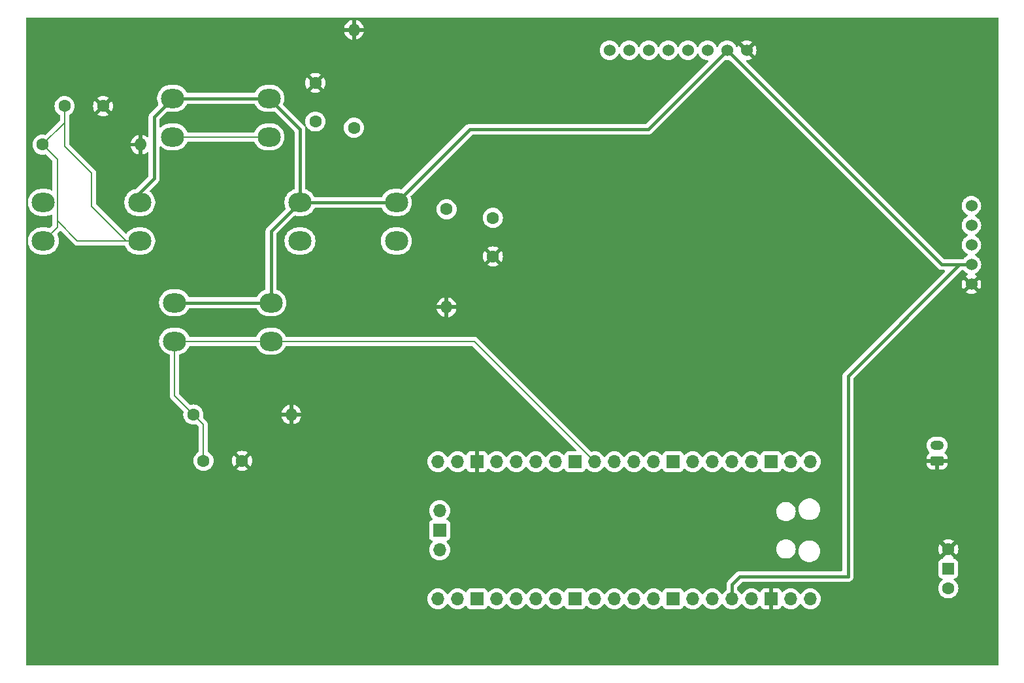
<source format=gbr>
%TF.GenerationSoftware,KiCad,Pcbnew,8.0.8*%
%TF.CreationDate,2025-03-05T15:18:01-05:00*%
%TF.ProjectId,PacmanProject,5061636d-616e-4507-926f-6a6563742e6b,rev?*%
%TF.SameCoordinates,Original*%
%TF.FileFunction,Copper,L2,Bot*%
%TF.FilePolarity,Positive*%
%FSLAX46Y46*%
G04 Gerber Fmt 4.6, Leading zero omitted, Abs format (unit mm)*
G04 Created by KiCad (PCBNEW 8.0.8) date 2025-03-05 15:18:01*
%MOMM*%
%LPD*%
G01*
G04 APERTURE LIST*
G04 Aperture macros list*
%AMRoundRect*
0 Rectangle with rounded corners*
0 $1 Rounding radius*
0 $2 $3 $4 $5 $6 $7 $8 $9 X,Y pos of 4 corners*
0 Add a 4 corners polygon primitive as box body*
4,1,4,$2,$3,$4,$5,$6,$7,$8,$9,$2,$3,0*
0 Add four circle primitives for the rounded corners*
1,1,$1+$1,$2,$3*
1,1,$1+$1,$4,$5*
1,1,$1+$1,$6,$7*
1,1,$1+$1,$8,$9*
0 Add four rect primitives between the rounded corners*
20,1,$1+$1,$2,$3,$4,$5,0*
20,1,$1+$1,$4,$5,$6,$7,0*
20,1,$1+$1,$6,$7,$8,$9,0*
20,1,$1+$1,$8,$9,$2,$3,0*%
G04 Aperture macros list end*
%TA.AperFunction,ComponentPad*%
%ADD10O,3.000000X2.500000*%
%TD*%
%TA.AperFunction,ComponentPad*%
%ADD11C,1.524000*%
%TD*%
%TA.AperFunction,ComponentPad*%
%ADD12R,1.500000X1.500000*%
%TD*%
%TA.AperFunction,ComponentPad*%
%ADD13C,1.600000*%
%TD*%
%TA.AperFunction,ComponentPad*%
%ADD14RoundRect,0.250000X0.625000X-0.350000X0.625000X0.350000X-0.625000X0.350000X-0.625000X-0.350000X0*%
%TD*%
%TA.AperFunction,ComponentPad*%
%ADD15O,1.750000X1.200000*%
%TD*%
%TA.AperFunction,ComponentPad*%
%ADD16O,1.600000X1.600000*%
%TD*%
%TA.AperFunction,ComponentPad*%
%ADD17O,1.700000X1.700000*%
%TD*%
%TA.AperFunction,ComponentPad*%
%ADD18R,1.700000X1.700000*%
%TD*%
%TA.AperFunction,Conductor*%
%ADD19C,0.200000*%
%TD*%
%TA.AperFunction,Conductor*%
%ADD20C,0.400000*%
%TD*%
G04 APERTURE END LIST*
D10*
%TO.P,SW3,1,1*%
%TO.N,+3.3V*%
X161500000Y-70000000D03*
X174000000Y-70000000D03*
%TO.P,SW3,2,2*%
%TO.N,/C*%
X161500000Y-75000000D03*
X174000000Y-75000000D03*
%TD*%
D11*
%TO.P,SSD1,1,SDA*%
%TO.N,/SDA*%
X218110000Y-63760000D03*
%TO.P,SSD1,2,SCL*%
%TO.N,/SCL*%
X220650000Y-63760000D03*
%TO.P,SSD1,3,A0*%
%TO.N,unconnected-(SSD1-A0-Pad3)*%
X223190000Y-63760000D03*
%TO.P,SSD1,4,RST*%
%TO.N,unconnected-(SSD1-RST-Pad4)*%
X225730000Y-63760000D03*
%TO.P,SSD1,5,CS*%
%TO.N,unconnected-(SSD1-CS-Pad5)*%
X228270000Y-63760000D03*
%TO.P,SSD1,6,3Vo*%
%TO.N,unconnected-(SSD1-3Vo-Pad6)*%
X230810000Y-63760000D03*
%TO.P,SSD1,7,+3.3V*%
%TO.N,+3.3V*%
X233350000Y-63760000D03*
%TO.P,SSD1,8,GND*%
%TO.N,GND*%
X235890000Y-63760000D03*
%TD*%
D12*
%TO.P,SW5,1,B*%
%TO.N,Net-(J1-Pin_2)*%
X262000000Y-131000000D03*
D13*
%TO.P,SW5,2,C*%
%TO.N,GND*%
X262000000Y-128460000D03*
%TO.P,SW5,3,A*%
%TO.N,+3.7V*%
X262000000Y-133540000D03*
%TD*%
D14*
%TO.P,J1,1,Pin_1*%
%TO.N,GND*%
X260550000Y-117000000D03*
D15*
%TO.P,J1,2,Pin_2*%
%TO.N,Net-(J1-Pin_2)*%
X260550000Y-115000000D03*
%TD*%
D10*
%TO.P,SW1,1,1*%
%TO.N,+3.3V*%
X178000000Y-83500000D03*
X190500000Y-83500000D03*
%TO.P,SW1,2,2*%
%TO.N,/A*%
X178000000Y-88500000D03*
X190500000Y-88500000D03*
%TD*%
D13*
%TO.P,R3,1*%
%TO.N,/C*%
X185000000Y-73810000D03*
D16*
%TO.P,R3,2*%
%TO.N,GND*%
X185000000Y-61110000D03*
%TD*%
D10*
%TO.P,SW4,1,1*%
%TO.N,+3.3V*%
X144750000Y-83500000D03*
X157250000Y-83500000D03*
%TO.P,SW4,2,2*%
%TO.N,/D*%
X144750000Y-88500000D03*
X157250000Y-88500000D03*
%TD*%
D13*
%TO.P,R4,1*%
%TO.N,/D*%
X144650000Y-76000000D03*
D16*
%TO.P,R4,2*%
%TO.N,GND*%
X157350000Y-76000000D03*
%TD*%
D17*
%TO.P,U1,1,GPIO0*%
%TO.N,unconnected-(U1-GPIO0-Pad1)*%
X244130000Y-117110000D03*
%TO.P,U1,2,GPIO1*%
%TO.N,unconnected-(U1-GPIO1-Pad2)_1*%
X241590000Y-117110000D03*
D18*
%TO.P,U1,3,GND*%
%TO.N,unconnected-(U1-GND-Pad3)_1*%
X239050000Y-117110000D03*
D17*
%TO.P,U1,4,GPIO2*%
%TO.N,/SDA*%
X236510000Y-117110000D03*
%TO.P,U1,5,GPIO3*%
%TO.N,/SCL*%
X233970000Y-117110000D03*
%TO.P,U1,6,GPIO4*%
%TO.N,unconnected-(U1-GPIO4-Pad6)_1*%
X231430000Y-117110000D03*
%TO.P,U1,7,GPIO5*%
%TO.N,unconnected-(U1-GPIO5-Pad7)_1*%
X228890000Y-117110000D03*
D18*
%TO.P,U1,8,GND*%
%TO.N,unconnected-(U1-GND-Pad8)*%
X226350000Y-117110000D03*
D17*
%TO.P,U1,9,GPIO6*%
%TO.N,unconnected-(U1-GPIO6-Pad9)*%
X223810000Y-117110000D03*
%TO.P,U1,10,GPIO7*%
%TO.N,unconnected-(U1-GPIO7-Pad10)_1*%
X221270000Y-117110000D03*
%TO.P,U1,11,GPIO8*%
%TO.N,/A*%
X218730000Y-117110000D03*
%TO.P,U1,12,GPIO9*%
%TO.N,/B*%
X216190000Y-117110000D03*
D18*
%TO.P,U1,13,GND*%
%TO.N,unconnected-(U1-GND-Pad13)_1*%
X213650000Y-117110000D03*
D17*
%TO.P,U1,14,GPIO10*%
%TO.N,unconnected-(U1-GPIO10-Pad14)_1*%
X211110000Y-117110000D03*
%TO.P,U1,15,GPIO11*%
%TO.N,/C*%
X208570000Y-117110000D03*
%TO.P,U1,16,GPIO12*%
%TO.N,/D*%
X206030000Y-117110000D03*
%TO.P,U1,17,GPIO13*%
%TO.N,unconnected-(U1-GPIO13-Pad17)_1*%
X203490000Y-117110000D03*
D18*
%TO.P,U1,18,GND*%
%TO.N,GND*%
X200950000Y-117110000D03*
D17*
%TO.P,U1,19,GPIO14*%
%TO.N,unconnected-(U1-GPIO14-Pad19)*%
X198410000Y-117110000D03*
%TO.P,U1,20,GPIO15*%
%TO.N,unconnected-(U1-GPIO15-Pad20)*%
X195870000Y-117110000D03*
%TO.P,U1,21,GPIO16*%
%TO.N,unconnected-(U1-GPIO16-Pad21)*%
X195870000Y-134890000D03*
%TO.P,U1,22,GPIO17*%
%TO.N,unconnected-(U1-GPIO17-Pad22)*%
X198410000Y-134890000D03*
D18*
%TO.P,U1,23,GND*%
%TO.N,unconnected-(U1-GND-Pad23)*%
X200950000Y-134890000D03*
D17*
%TO.P,U1,24,GPIO18*%
%TO.N,unconnected-(U1-GPIO18-Pad24)*%
X203490000Y-134890000D03*
%TO.P,U1,25,GPIO19*%
%TO.N,unconnected-(U1-GPIO19-Pad25)*%
X206030000Y-134890000D03*
%TO.P,U1,26,GPIO20*%
%TO.N,unconnected-(U1-GPIO20-Pad26)_1*%
X208570000Y-134890000D03*
%TO.P,U1,27,GPIO21*%
%TO.N,unconnected-(U1-GPIO21-Pad27)_1*%
X211110000Y-134890000D03*
D18*
%TO.P,U1,28,GND*%
%TO.N,unconnected-(U1-GND-Pad28)*%
X213650000Y-134890000D03*
D17*
%TO.P,U1,29,GPIO22*%
%TO.N,unconnected-(U1-GPIO22-Pad29)*%
X216190000Y-134890000D03*
%TO.P,U1,30,RUN*%
%TO.N,unconnected-(U1-RUN-Pad30)_1*%
X218730000Y-134890000D03*
%TO.P,U1,31,GPIO26_ADC0*%
%TO.N,/VRY*%
X221270000Y-134890000D03*
%TO.P,U1,32,GPIO27_ADC1*%
%TO.N,/VRX*%
X223810000Y-134890000D03*
D18*
%TO.P,U1,33,AGND*%
%TO.N,unconnected-(U1-AGND-Pad33)_1*%
X226350000Y-134890000D03*
D17*
%TO.P,U1,34,GPIO28_ADC2*%
%TO.N,unconnected-(U1-GPIO28_ADC2-Pad34)_1*%
X228890000Y-134890000D03*
%TO.P,U1,35,ADC_VREF*%
%TO.N,unconnected-(U1-ADC_VREF-Pad35)*%
X231430000Y-134890000D03*
%TO.P,U1,36,3V3*%
%TO.N,+3.3V*%
X233970000Y-134890000D03*
%TO.P,U1,37,3V3_EN*%
%TO.N,unconnected-(U1-3V3_EN-Pad37)*%
X236510000Y-134890000D03*
D18*
%TO.P,U1,38,GND*%
%TO.N,GND*%
X239050000Y-134890000D03*
D17*
%TO.P,U1,39,VSYS*%
%TO.N,+3.7V*%
X241590000Y-134890000D03*
%TO.P,U1,40,VBUS*%
%TO.N,unconnected-(U1-VBUS-Pad40)*%
X244130000Y-134890000D03*
%TO.P,U1,41,SWCLK*%
%TO.N,unconnected-(U1-SWCLK-Pad41)*%
X196100000Y-123460000D03*
D18*
%TO.P,U1,42,GND*%
%TO.N,unconnected-(U1-GND-Pad42)*%
X196100000Y-126000000D03*
D17*
%TO.P,U1,43,SWDIO*%
%TO.N,unconnected-(U1-SWDIO-Pad43)*%
X196100000Y-128540000D03*
%TD*%
D13*
%TO.P,R2,1*%
%TO.N,/A*%
X197000000Y-84380000D03*
D16*
%TO.P,R2,2*%
%TO.N,GND*%
X197000000Y-97080000D03*
%TD*%
D10*
%TO.P,SW2,1,1*%
%TO.N,+3.3V*%
X161750000Y-96500000D03*
X174250000Y-96500000D03*
%TO.P,SW2,2,2*%
%TO.N,/B*%
X161750000Y-101500000D03*
X174250000Y-101500000D03*
%TD*%
D13*
%TO.P,C2,1*%
%TO.N,/C*%
X180000000Y-73000000D03*
%TO.P,C2,2*%
%TO.N,GND*%
X180000000Y-68000000D03*
%TD*%
D11*
%TO.P,ST1,1,VRY*%
%TO.N,/VRY*%
X265000000Y-83920000D03*
%TO.P,ST1,2,VRX*%
%TO.N,/VRX*%
X265000000Y-86460000D03*
%TO.P,ST1,3,SW*%
%TO.N,unconnected-(ST1-SW-Pad3)*%
X265000000Y-89000000D03*
%TO.P,ST1,4,V*%
%TO.N,+3.3V*%
X265000000Y-91540000D03*
%TO.P,ST1,5,G*%
%TO.N,GND*%
X265000000Y-94080000D03*
%TD*%
D13*
%TO.P,C1,1*%
%TO.N,/A*%
X203000000Y-85500000D03*
%TO.P,C1,2*%
%TO.N,GND*%
X203000000Y-90500000D03*
%TD*%
%TO.P,C4,1*%
%TO.N,/D*%
X147500000Y-71000000D03*
%TO.P,C4,2*%
%TO.N,GND*%
X152500000Y-71000000D03*
%TD*%
%TO.P,C3,1*%
%TO.N,/B*%
X165500000Y-117000000D03*
%TO.P,C3,2*%
%TO.N,GND*%
X170500000Y-117000000D03*
%TD*%
%TO.P,R1,1*%
%TO.N,/B*%
X164190000Y-111000000D03*
D16*
%TO.P,R1,2*%
%TO.N,GND*%
X176890000Y-111000000D03*
%TD*%
D19*
%TO.N,/D*%
X155500000Y-88500000D02*
X157250000Y-88500000D01*
X151000000Y-84000000D02*
X155500000Y-88500000D01*
X151000000Y-79692031D02*
X151000000Y-84000000D01*
X147500000Y-76192031D02*
X151000000Y-79692031D01*
X147500000Y-71000000D02*
X147500000Y-76192031D01*
D20*
%TO.N,+3.3V*%
X265000000Y-91540000D02*
X261130000Y-91540000D01*
X261130000Y-91540000D02*
X233350000Y-63760000D01*
X249000000Y-106000000D02*
X263460000Y-91540000D01*
X233970000Y-133030000D02*
X235000000Y-132000000D01*
X233970000Y-134890000D02*
X233970000Y-133030000D01*
X235000000Y-132000000D02*
X249000000Y-132000000D01*
X249000000Y-132000000D02*
X249000000Y-106000000D01*
X263460000Y-91540000D02*
X265000000Y-91540000D01*
X200000000Y-74000000D02*
X223110000Y-74000000D01*
X223110000Y-74000000D02*
X233350000Y-63760000D01*
X190500000Y-83500000D02*
X200000000Y-74000000D01*
D19*
%TO.N,/C*%
X174000000Y-75000000D02*
X161500000Y-75000000D01*
%TO.N,/B*%
X200580000Y-101500000D02*
X216190000Y-117110000D01*
X161750000Y-101500000D02*
X161750000Y-108560000D01*
X174250000Y-101500000D02*
X200580000Y-101500000D01*
X161750000Y-108560000D02*
X164190000Y-111000000D01*
X174250000Y-101500000D02*
X161750000Y-101500000D01*
X165500000Y-117000000D02*
X165500000Y-112310000D01*
X165500000Y-112310000D02*
X164190000Y-111000000D01*
%TO.N,/D*%
X147500000Y-73150000D02*
X144650000Y-76000000D01*
X157250000Y-88500000D02*
X149150000Y-88500000D01*
X146550000Y-85900000D02*
X146550000Y-86700000D01*
X146550000Y-77900000D02*
X146550000Y-85900000D01*
X144650000Y-76000000D02*
X146550000Y-77900000D01*
X146550000Y-86700000D02*
X144750000Y-88500000D01*
X147500000Y-71000000D02*
X147500000Y-73150000D01*
X149150000Y-88500000D02*
X146550000Y-85900000D01*
D20*
%TO.N,+3.3V*%
X161500000Y-70000000D02*
X161500000Y-70152943D01*
X178000000Y-83500000D02*
X190500000Y-83500000D01*
X159100000Y-80400000D02*
X159100000Y-72400000D01*
X157250000Y-82250000D02*
X159100000Y-80400000D01*
X161500000Y-70000000D02*
X174000000Y-70000000D01*
X178000000Y-74000000D02*
X178000000Y-83500000D01*
X174250000Y-96500000D02*
X174250000Y-87250000D01*
X157250000Y-83500000D02*
X157250000Y-82250000D01*
X161750000Y-96500000D02*
X174250000Y-96500000D01*
X159100000Y-72400000D02*
X161500000Y-70000000D01*
X174250000Y-87250000D02*
X178000000Y-83500000D01*
X174000000Y-70000000D02*
X178000000Y-74000000D01*
%TD*%
%TA.AperFunction,Conductor*%
%TO.N,GND*%
G36*
X268442539Y-59520185D02*
G01*
X268488294Y-59572989D01*
X268499500Y-59624500D01*
X268499500Y-143375500D01*
X268479815Y-143442539D01*
X268427011Y-143488294D01*
X268375500Y-143499500D01*
X142624500Y-143499500D01*
X142557461Y-143479815D01*
X142511706Y-143427011D01*
X142500500Y-143375500D01*
X142500500Y-123459999D01*
X194744341Y-123459999D01*
X194744341Y-123460000D01*
X194764936Y-123695403D01*
X194764938Y-123695413D01*
X194826094Y-123923655D01*
X194826096Y-123923659D01*
X194826097Y-123923663D01*
X194925965Y-124137830D01*
X194925967Y-124137834D01*
X195034281Y-124292521D01*
X195061501Y-124331396D01*
X195061506Y-124331402D01*
X195183430Y-124453326D01*
X195216915Y-124514649D01*
X195211931Y-124584341D01*
X195170059Y-124640274D01*
X195139083Y-124657189D01*
X195007669Y-124706203D01*
X195007664Y-124706206D01*
X194892455Y-124792452D01*
X194892452Y-124792455D01*
X194806206Y-124907664D01*
X194806202Y-124907671D01*
X194755908Y-125042517D01*
X194749501Y-125102116D01*
X194749501Y-125102123D01*
X194749500Y-125102135D01*
X194749500Y-126897870D01*
X194749501Y-126897876D01*
X194755908Y-126957483D01*
X194806202Y-127092328D01*
X194806206Y-127092335D01*
X194892452Y-127207544D01*
X194892455Y-127207547D01*
X195007664Y-127293793D01*
X195007671Y-127293797D01*
X195139081Y-127342810D01*
X195195015Y-127384681D01*
X195219432Y-127450145D01*
X195204580Y-127518418D01*
X195183430Y-127546673D01*
X195061503Y-127668600D01*
X194925965Y-127862169D01*
X194925964Y-127862171D01*
X194826098Y-128076335D01*
X194826094Y-128076344D01*
X194764938Y-128304586D01*
X194764936Y-128304596D01*
X194744341Y-128539999D01*
X194744341Y-128540000D01*
X194764936Y-128775403D01*
X194764938Y-128775413D01*
X194826094Y-129003655D01*
X194826096Y-129003659D01*
X194826097Y-129003663D01*
X194908931Y-129181300D01*
X194925965Y-129217830D01*
X194925967Y-129217834D01*
X195034281Y-129372521D01*
X195061505Y-129411401D01*
X195228599Y-129578495D01*
X195265848Y-129604577D01*
X195422165Y-129714032D01*
X195422167Y-129714033D01*
X195422170Y-129714035D01*
X195636337Y-129813903D01*
X195864592Y-129875063D01*
X196052918Y-129891539D01*
X196099999Y-129895659D01*
X196100000Y-129895659D01*
X196100001Y-129895659D01*
X196139234Y-129892226D01*
X196335408Y-129875063D01*
X196563663Y-129813903D01*
X196777830Y-129714035D01*
X196971401Y-129578495D01*
X197138495Y-129411401D01*
X197274035Y-129217830D01*
X197373903Y-129003663D01*
X197435063Y-128775408D01*
X197455659Y-128540000D01*
X197445597Y-128424997D01*
X239714723Y-128424997D01*
X239714723Y-128425002D01*
X239720733Y-128493695D01*
X239731292Y-128614394D01*
X239733793Y-128642975D01*
X239733793Y-128642979D01*
X239790422Y-128854322D01*
X239790424Y-128854326D01*
X239790425Y-128854330D01*
X239836661Y-128953484D01*
X239882897Y-129052638D01*
X239882898Y-129052639D01*
X240008402Y-129231877D01*
X240163123Y-129386598D01*
X240342361Y-129512102D01*
X240540670Y-129604575D01*
X240752023Y-129661207D01*
X240934926Y-129677208D01*
X240969998Y-129680277D01*
X240970000Y-129680277D01*
X240970002Y-129680277D01*
X240998254Y-129677805D01*
X241187977Y-129661207D01*
X241399330Y-129604575D01*
X241597639Y-129512102D01*
X241776877Y-129386598D01*
X241931598Y-129231877D01*
X242057102Y-129052639D01*
X242149575Y-128854330D01*
X242184231Y-128724993D01*
X242594700Y-128724993D01*
X242594700Y-128725006D01*
X242613864Y-128956297D01*
X242613866Y-128956308D01*
X242670842Y-129181300D01*
X242764075Y-129393848D01*
X242891016Y-129588147D01*
X242891019Y-129588151D01*
X242891021Y-129588153D01*
X243048216Y-129758913D01*
X243048219Y-129758915D01*
X243048222Y-129758918D01*
X243231365Y-129901464D01*
X243231371Y-129901468D01*
X243231374Y-129901470D01*
X243435497Y-130011936D01*
X243549487Y-130051068D01*
X243655015Y-130087297D01*
X243655017Y-130087297D01*
X243655019Y-130087298D01*
X243883951Y-130125500D01*
X243883952Y-130125500D01*
X244116048Y-130125500D01*
X244116049Y-130125500D01*
X244344981Y-130087298D01*
X244564503Y-130011936D01*
X244768626Y-129901470D01*
X244780213Y-129892452D01*
X244881130Y-129813905D01*
X244951784Y-129758913D01*
X245108979Y-129588153D01*
X245235924Y-129393849D01*
X245329157Y-129181300D01*
X245386134Y-128956305D01*
X245394584Y-128854330D01*
X245405300Y-128725006D01*
X245405300Y-128724993D01*
X245386135Y-128493702D01*
X245386133Y-128493691D01*
X245329157Y-128268699D01*
X245235924Y-128056151D01*
X245108983Y-127861852D01*
X245108980Y-127861849D01*
X245108979Y-127861847D01*
X244951784Y-127691087D01*
X244951779Y-127691083D01*
X244951777Y-127691081D01*
X244768634Y-127548535D01*
X244768628Y-127548531D01*
X244564504Y-127438064D01*
X244564495Y-127438061D01*
X244344984Y-127362702D01*
X244173282Y-127334050D01*
X244116049Y-127324500D01*
X243883951Y-127324500D01*
X243838164Y-127332140D01*
X243655015Y-127362702D01*
X243435504Y-127438061D01*
X243435495Y-127438064D01*
X243231371Y-127548531D01*
X243231365Y-127548535D01*
X243048222Y-127691081D01*
X243048219Y-127691084D01*
X242891016Y-127861852D01*
X242764075Y-128056151D01*
X242670842Y-128268699D01*
X242613866Y-128493691D01*
X242613864Y-128493702D01*
X242594700Y-128724993D01*
X242184231Y-128724993D01*
X242206207Y-128642977D01*
X242225277Y-128425000D01*
X242206207Y-128207023D01*
X242149575Y-127995670D01*
X242057102Y-127797362D01*
X242057100Y-127797359D01*
X242057099Y-127797357D01*
X241931599Y-127618124D01*
X241860148Y-127546673D01*
X241776877Y-127463402D01*
X241628811Y-127359725D01*
X241597638Y-127337897D01*
X241498484Y-127291661D01*
X241399330Y-127245425D01*
X241399326Y-127245424D01*
X241399322Y-127245422D01*
X241187977Y-127188793D01*
X240970002Y-127169723D01*
X240969998Y-127169723D01*
X240824682Y-127182436D01*
X240752023Y-127188793D01*
X240752020Y-127188793D01*
X240540677Y-127245422D01*
X240540668Y-127245426D01*
X240342361Y-127337898D01*
X240342357Y-127337900D01*
X240163121Y-127463402D01*
X240008402Y-127618121D01*
X239882900Y-127797357D01*
X239882898Y-127797361D01*
X239790426Y-127995668D01*
X239790422Y-127995677D01*
X239733793Y-128207020D01*
X239733793Y-128207024D01*
X239714723Y-128424997D01*
X197445597Y-128424997D01*
X197435063Y-128304592D01*
X197373903Y-128076337D01*
X197274035Y-127862171D01*
X197273808Y-127861847D01*
X197138496Y-127668600D01*
X197088017Y-127618121D01*
X197016567Y-127546671D01*
X196983084Y-127485351D01*
X196988068Y-127415659D01*
X197029939Y-127359725D01*
X197060915Y-127342810D01*
X197192331Y-127293796D01*
X197307546Y-127207546D01*
X197393796Y-127092331D01*
X197444091Y-126957483D01*
X197450500Y-126897873D01*
X197450499Y-125102128D01*
X197444091Y-125042517D01*
X197393796Y-124907669D01*
X197393795Y-124907668D01*
X197393793Y-124907664D01*
X197307547Y-124792455D01*
X197307544Y-124792452D01*
X197192335Y-124706206D01*
X197192328Y-124706202D01*
X197060917Y-124657189D01*
X197004983Y-124615318D01*
X196980566Y-124549853D01*
X196995418Y-124481580D01*
X197016563Y-124453332D01*
X197138495Y-124331401D01*
X197274035Y-124137830D01*
X197373903Y-123923663D01*
X197435063Y-123695408D01*
X197445598Y-123575000D01*
X239714723Y-123575000D01*
X239725257Y-123695413D01*
X239733793Y-123792975D01*
X239733793Y-123792979D01*
X239790422Y-124004322D01*
X239790424Y-124004326D01*
X239790425Y-124004330D01*
X239836661Y-124103484D01*
X239882897Y-124202638D01*
X239882898Y-124202639D01*
X240008402Y-124381877D01*
X240163123Y-124536598D01*
X240342361Y-124662102D01*
X240540670Y-124754575D01*
X240752023Y-124811207D01*
X240934926Y-124827208D01*
X240969998Y-124830277D01*
X240970000Y-124830277D01*
X240970002Y-124830277D01*
X240998254Y-124827805D01*
X241187977Y-124811207D01*
X241399330Y-124754575D01*
X241597639Y-124662102D01*
X241776877Y-124536598D01*
X241931598Y-124381877D01*
X242057102Y-124202639D01*
X242149575Y-124004330D01*
X242206207Y-123792977D01*
X242225277Y-123575000D01*
X242206207Y-123357023D01*
X242184227Y-123274993D01*
X242594700Y-123274993D01*
X242594700Y-123275006D01*
X242613864Y-123506297D01*
X242613866Y-123506308D01*
X242670842Y-123731300D01*
X242764075Y-123943848D01*
X242891016Y-124138147D01*
X242891019Y-124138151D01*
X242891021Y-124138153D01*
X243048216Y-124308913D01*
X243048219Y-124308915D01*
X243048222Y-124308918D01*
X243231365Y-124451464D01*
X243231371Y-124451468D01*
X243231374Y-124451470D01*
X243435497Y-124561936D01*
X243500761Y-124584341D01*
X243655015Y-124637297D01*
X243655017Y-124637297D01*
X243655019Y-124637298D01*
X243883951Y-124675500D01*
X243883952Y-124675500D01*
X244116048Y-124675500D01*
X244116049Y-124675500D01*
X244344981Y-124637298D01*
X244564503Y-124561936D01*
X244768626Y-124451470D01*
X244951784Y-124308913D01*
X245108979Y-124138153D01*
X245235924Y-123943849D01*
X245329157Y-123731300D01*
X245386134Y-123506305D01*
X245389971Y-123459999D01*
X245405300Y-123275006D01*
X245405300Y-123274993D01*
X245386135Y-123043702D01*
X245386133Y-123043691D01*
X245329157Y-122818699D01*
X245235924Y-122606151D01*
X245108983Y-122411852D01*
X245108980Y-122411849D01*
X245108979Y-122411847D01*
X244951784Y-122241087D01*
X244951779Y-122241083D01*
X244951777Y-122241081D01*
X244768634Y-122098535D01*
X244768628Y-122098531D01*
X244564504Y-121988064D01*
X244564495Y-121988061D01*
X244344984Y-121912702D01*
X244173282Y-121884050D01*
X244116049Y-121874500D01*
X243883951Y-121874500D01*
X243838164Y-121882140D01*
X243655015Y-121912702D01*
X243435504Y-121988061D01*
X243435495Y-121988064D01*
X243231371Y-122098531D01*
X243231365Y-122098535D01*
X243048222Y-122241081D01*
X243048219Y-122241084D01*
X242891016Y-122411852D01*
X242764075Y-122606151D01*
X242670842Y-122818699D01*
X242613866Y-123043691D01*
X242613864Y-123043702D01*
X242594700Y-123274993D01*
X242184227Y-123274993D01*
X242149575Y-123145670D01*
X242057102Y-122947362D01*
X242057100Y-122947359D01*
X242057099Y-122947357D01*
X241931599Y-122768124D01*
X241931596Y-122768121D01*
X241776877Y-122613402D01*
X241597639Y-122487898D01*
X241597640Y-122487898D01*
X241597638Y-122487897D01*
X241498484Y-122441661D01*
X241399330Y-122395425D01*
X241399326Y-122395424D01*
X241399322Y-122395422D01*
X241187977Y-122338793D01*
X240970002Y-122319723D01*
X240969998Y-122319723D01*
X240824682Y-122332436D01*
X240752023Y-122338793D01*
X240752020Y-122338793D01*
X240540677Y-122395422D01*
X240540668Y-122395426D01*
X240342361Y-122487898D01*
X240342357Y-122487900D01*
X240163121Y-122613402D01*
X240008402Y-122768121D01*
X239882900Y-122947357D01*
X239882898Y-122947361D01*
X239790426Y-123145668D01*
X239790422Y-123145677D01*
X239733793Y-123357020D01*
X239733793Y-123357024D01*
X239720733Y-123506308D01*
X239714723Y-123575000D01*
X197445598Y-123575000D01*
X197455659Y-123460000D01*
X197435063Y-123224592D01*
X197373903Y-122996337D01*
X197274035Y-122782171D01*
X197264200Y-122768124D01*
X197138494Y-122588597D01*
X196971402Y-122421506D01*
X196971395Y-122421501D01*
X196777834Y-122285967D01*
X196777830Y-122285965D01*
X196681589Y-122241087D01*
X196563663Y-122186097D01*
X196563659Y-122186096D01*
X196563655Y-122186094D01*
X196335413Y-122124938D01*
X196335403Y-122124936D01*
X196100001Y-122104341D01*
X196099999Y-122104341D01*
X195864596Y-122124936D01*
X195864586Y-122124938D01*
X195636344Y-122186094D01*
X195636335Y-122186098D01*
X195422171Y-122285964D01*
X195422169Y-122285965D01*
X195228597Y-122421505D01*
X195061505Y-122588597D01*
X194925965Y-122782169D01*
X194925964Y-122782171D01*
X194826098Y-122996335D01*
X194826094Y-122996344D01*
X194764938Y-123224586D01*
X194764936Y-123224596D01*
X194744341Y-123459999D01*
X142500500Y-123459999D01*
X142500500Y-101385258D01*
X159749500Y-101385258D01*
X159749500Y-101614741D01*
X159774446Y-101804215D01*
X159779452Y-101842238D01*
X159779453Y-101842240D01*
X159838842Y-102063887D01*
X159926650Y-102275876D01*
X159926657Y-102275890D01*
X160041392Y-102474617D01*
X160181081Y-102656661D01*
X160181089Y-102656670D01*
X160343330Y-102818911D01*
X160343338Y-102818918D01*
X160525382Y-102958607D01*
X160525385Y-102958608D01*
X160525388Y-102958611D01*
X160724112Y-103073344D01*
X160724114Y-103073344D01*
X160724118Y-103073347D01*
X160936103Y-103161154D01*
X160936113Y-103161158D01*
X161057595Y-103193708D01*
X161117253Y-103230071D01*
X161147783Y-103292918D01*
X161149500Y-103313482D01*
X161149500Y-108473330D01*
X161149499Y-108473348D01*
X161149499Y-108639054D01*
X161149498Y-108639054D01*
X161190423Y-108791785D01*
X161219358Y-108841900D01*
X161219359Y-108841904D01*
X161219360Y-108841904D01*
X161269479Y-108928714D01*
X161269481Y-108928717D01*
X161388349Y-109047585D01*
X161388355Y-109047590D01*
X162898058Y-110557293D01*
X162931543Y-110618616D01*
X162930152Y-110677067D01*
X162904366Y-110773302D01*
X162904364Y-110773313D01*
X162884532Y-110999998D01*
X162884532Y-111000001D01*
X162904364Y-111226686D01*
X162904366Y-111226697D01*
X162963258Y-111446488D01*
X162963261Y-111446497D01*
X163059431Y-111652732D01*
X163059432Y-111652734D01*
X163189954Y-111839141D01*
X163350858Y-112000045D01*
X163350861Y-112000047D01*
X163537266Y-112130568D01*
X163743504Y-112226739D01*
X163743509Y-112226740D01*
X163743511Y-112226741D01*
X163759197Y-112230944D01*
X163963308Y-112285635D01*
X164125230Y-112299801D01*
X164189998Y-112305468D01*
X164190000Y-112305468D01*
X164190002Y-112305468D01*
X164246673Y-112300509D01*
X164416692Y-112285635D01*
X164512932Y-112259847D01*
X164582781Y-112261510D01*
X164632706Y-112291941D01*
X164863181Y-112522416D01*
X164896666Y-112583739D01*
X164899500Y-112610097D01*
X164899500Y-115768306D01*
X164879815Y-115835345D01*
X164846623Y-115869881D01*
X164660859Y-115999953D01*
X164499954Y-116160858D01*
X164369432Y-116347265D01*
X164369431Y-116347267D01*
X164273261Y-116553502D01*
X164273258Y-116553511D01*
X164214366Y-116773302D01*
X164214364Y-116773313D01*
X164194532Y-116999998D01*
X164194532Y-117000001D01*
X164214364Y-117226686D01*
X164214366Y-117226697D01*
X164273258Y-117446488D01*
X164273261Y-117446497D01*
X164369431Y-117652732D01*
X164369432Y-117652734D01*
X164499954Y-117839141D01*
X164660858Y-118000045D01*
X164668530Y-118005417D01*
X164847266Y-118130568D01*
X165053504Y-118226739D01*
X165273308Y-118285635D01*
X165435230Y-118299801D01*
X165499998Y-118305468D01*
X165500000Y-118305468D01*
X165500002Y-118305468D01*
X165556673Y-118300509D01*
X165726692Y-118285635D01*
X165946496Y-118226739D01*
X166152734Y-118130568D01*
X166339139Y-118000047D01*
X166500047Y-117839139D01*
X166630568Y-117652734D01*
X166726739Y-117446496D01*
X166785635Y-117226692D01*
X166805468Y-117000000D01*
X166805468Y-116999997D01*
X169195034Y-116999997D01*
X169195034Y-117000002D01*
X169214858Y-117226599D01*
X169214860Y-117226610D01*
X169273730Y-117446317D01*
X169273735Y-117446331D01*
X169369863Y-117652478D01*
X169420974Y-117725472D01*
X170100000Y-117046446D01*
X170100000Y-117052661D01*
X170127259Y-117154394D01*
X170179920Y-117245606D01*
X170254394Y-117320080D01*
X170345606Y-117372741D01*
X170447339Y-117400000D01*
X170453553Y-117400000D01*
X169774526Y-118079025D01*
X169847513Y-118130132D01*
X169847521Y-118130136D01*
X170053668Y-118226264D01*
X170053682Y-118226269D01*
X170273389Y-118285139D01*
X170273400Y-118285141D01*
X170499998Y-118304966D01*
X170500002Y-118304966D01*
X170726599Y-118285141D01*
X170726610Y-118285139D01*
X170946317Y-118226269D01*
X170946331Y-118226264D01*
X171152478Y-118130136D01*
X171225471Y-118079024D01*
X170546447Y-117400000D01*
X170552661Y-117400000D01*
X170654394Y-117372741D01*
X170745606Y-117320080D01*
X170820080Y-117245606D01*
X170872741Y-117154394D01*
X170900000Y-117052661D01*
X170900000Y-117046447D01*
X171579024Y-117725471D01*
X171630136Y-117652478D01*
X171726264Y-117446331D01*
X171726269Y-117446317D01*
X171785139Y-117226610D01*
X171785141Y-117226599D01*
X171804966Y-117000002D01*
X171804966Y-116999997D01*
X171785141Y-116773400D01*
X171785139Y-116773389D01*
X171726269Y-116553682D01*
X171726264Y-116553668D01*
X171630136Y-116347521D01*
X171630132Y-116347513D01*
X171579025Y-116274526D01*
X170900000Y-116953551D01*
X170900000Y-116947339D01*
X170872741Y-116845606D01*
X170820080Y-116754394D01*
X170745606Y-116679920D01*
X170654394Y-116627259D01*
X170552661Y-116600000D01*
X170546445Y-116600000D01*
X171225472Y-115920974D01*
X171152478Y-115869863D01*
X170946331Y-115773735D01*
X170946317Y-115773730D01*
X170726610Y-115714860D01*
X170726599Y-115714858D01*
X170500002Y-115695034D01*
X170499998Y-115695034D01*
X170273400Y-115714858D01*
X170273389Y-115714860D01*
X170053682Y-115773730D01*
X170053673Y-115773734D01*
X169847516Y-115869866D01*
X169847512Y-115869868D01*
X169774526Y-115920973D01*
X169774526Y-115920974D01*
X170453553Y-116600000D01*
X170447339Y-116600000D01*
X170345606Y-116627259D01*
X170254394Y-116679920D01*
X170179920Y-116754394D01*
X170127259Y-116845606D01*
X170100000Y-116947339D01*
X170100000Y-116953552D01*
X169420974Y-116274526D01*
X169420973Y-116274526D01*
X169369868Y-116347512D01*
X169369866Y-116347516D01*
X169273734Y-116553673D01*
X169273730Y-116553682D01*
X169214860Y-116773389D01*
X169214858Y-116773400D01*
X169195034Y-116999997D01*
X166805468Y-116999997D01*
X166785635Y-116773308D01*
X166726739Y-116553504D01*
X166630568Y-116347266D01*
X166500047Y-116160861D01*
X166500045Y-116160858D01*
X166339140Y-115999953D01*
X166153377Y-115869881D01*
X166109752Y-115815304D01*
X166100500Y-115768306D01*
X166100500Y-112399060D01*
X166100501Y-112399047D01*
X166100501Y-112230944D01*
X166099375Y-112226741D01*
X166059577Y-112078216D01*
X166014447Y-112000047D01*
X165980524Y-111941290D01*
X165980518Y-111941282D01*
X165481941Y-111442706D01*
X165448456Y-111381383D01*
X165449847Y-111322931D01*
X165450611Y-111320080D01*
X165475635Y-111226692D01*
X165495468Y-111000000D01*
X165475635Y-110773308D01*
X165469389Y-110749999D01*
X175611127Y-110749999D01*
X175611128Y-110750000D01*
X176574314Y-110750000D01*
X176569920Y-110754394D01*
X176517259Y-110845606D01*
X176490000Y-110947339D01*
X176490000Y-111052661D01*
X176517259Y-111154394D01*
X176569920Y-111245606D01*
X176574314Y-111250000D01*
X175611128Y-111250000D01*
X175663730Y-111446317D01*
X175663734Y-111446326D01*
X175759865Y-111652482D01*
X175890342Y-111838820D01*
X176051179Y-111999657D01*
X176237517Y-112130134D01*
X176443673Y-112226265D01*
X176443682Y-112226269D01*
X176639999Y-112278872D01*
X176640000Y-112278871D01*
X176640000Y-111315686D01*
X176644394Y-111320080D01*
X176735606Y-111372741D01*
X176837339Y-111400000D01*
X176942661Y-111400000D01*
X177044394Y-111372741D01*
X177135606Y-111320080D01*
X177140000Y-111315686D01*
X177140000Y-112278872D01*
X177336317Y-112226269D01*
X177336326Y-112226265D01*
X177542482Y-112130134D01*
X177728820Y-111999657D01*
X177889657Y-111838820D01*
X178020134Y-111652482D01*
X178116265Y-111446326D01*
X178116269Y-111446317D01*
X178168872Y-111250000D01*
X177205686Y-111250000D01*
X177210080Y-111245606D01*
X177262741Y-111154394D01*
X177290000Y-111052661D01*
X177290000Y-110947339D01*
X177262741Y-110845606D01*
X177210080Y-110754394D01*
X177205686Y-110750000D01*
X178168872Y-110750000D01*
X178168872Y-110749999D01*
X178116269Y-110553682D01*
X178116265Y-110553673D01*
X178020134Y-110347517D01*
X177889657Y-110161179D01*
X177728820Y-110000342D01*
X177542482Y-109869865D01*
X177336328Y-109773734D01*
X177140000Y-109721127D01*
X177140000Y-110684314D01*
X177135606Y-110679920D01*
X177044394Y-110627259D01*
X176942661Y-110600000D01*
X176837339Y-110600000D01*
X176735606Y-110627259D01*
X176644394Y-110679920D01*
X176640000Y-110684314D01*
X176640000Y-109721127D01*
X176443671Y-109773734D01*
X176237517Y-109869865D01*
X176051179Y-110000342D01*
X175890342Y-110161179D01*
X175759865Y-110347517D01*
X175663734Y-110553673D01*
X175663730Y-110553682D01*
X175611127Y-110749999D01*
X165469389Y-110749999D01*
X165416739Y-110553504D01*
X165320568Y-110347266D01*
X165190047Y-110160861D01*
X165190045Y-110160858D01*
X165029141Y-109999954D01*
X164842734Y-109869432D01*
X164842732Y-109869431D01*
X164636497Y-109773261D01*
X164636488Y-109773258D01*
X164416697Y-109714366D01*
X164416693Y-109714365D01*
X164416692Y-109714365D01*
X164416691Y-109714364D01*
X164416686Y-109714364D01*
X164190002Y-109694532D01*
X164189998Y-109694532D01*
X163963313Y-109714364D01*
X163963302Y-109714366D01*
X163867067Y-109740152D01*
X163797217Y-109738489D01*
X163747293Y-109708058D01*
X162386819Y-108347584D01*
X162353334Y-108286261D01*
X162350500Y-108259903D01*
X162350500Y-103313482D01*
X162370185Y-103246443D01*
X162422989Y-103200688D01*
X162442396Y-103193710D01*
X162563887Y-103161158D01*
X162775888Y-103073344D01*
X162974612Y-102958611D01*
X163156661Y-102818919D01*
X163156665Y-102818914D01*
X163156670Y-102818911D01*
X163318911Y-102656670D01*
X163318914Y-102656665D01*
X163318919Y-102656661D01*
X163458611Y-102474612D01*
X163573344Y-102275888D01*
X163614285Y-102177048D01*
X163658125Y-102122644D01*
X163724420Y-102100579D01*
X163728846Y-102100500D01*
X172271154Y-102100500D01*
X172338193Y-102120185D01*
X172383948Y-102172989D01*
X172385715Y-102177048D01*
X172426650Y-102275876D01*
X172426657Y-102275890D01*
X172541392Y-102474617D01*
X172681081Y-102656661D01*
X172681089Y-102656670D01*
X172843330Y-102818911D01*
X172843338Y-102818918D01*
X173025382Y-102958607D01*
X173025385Y-102958608D01*
X173025388Y-102958611D01*
X173224112Y-103073344D01*
X173224117Y-103073346D01*
X173224123Y-103073349D01*
X173315480Y-103111190D01*
X173436113Y-103161158D01*
X173657762Y-103220548D01*
X173885266Y-103250500D01*
X173885273Y-103250500D01*
X174614727Y-103250500D01*
X174614734Y-103250500D01*
X174842238Y-103220548D01*
X175063887Y-103161158D01*
X175275888Y-103073344D01*
X175474612Y-102958611D01*
X175656661Y-102818919D01*
X175656665Y-102818914D01*
X175656670Y-102818911D01*
X175818911Y-102656670D01*
X175818914Y-102656665D01*
X175818919Y-102656661D01*
X175958611Y-102474612D01*
X176073344Y-102275888D01*
X176114285Y-102177048D01*
X176158125Y-102122644D01*
X176224420Y-102100579D01*
X176228846Y-102100500D01*
X200279903Y-102100500D01*
X200346942Y-102120185D01*
X200367584Y-102136819D01*
X213778583Y-115547819D01*
X213812068Y-115609142D01*
X213807084Y-115678834D01*
X213765212Y-115734767D01*
X213699748Y-115759184D01*
X213690902Y-115759500D01*
X212752129Y-115759500D01*
X212752123Y-115759501D01*
X212692516Y-115765908D01*
X212557671Y-115816202D01*
X212557664Y-115816206D01*
X212442455Y-115902452D01*
X212442452Y-115902455D01*
X212356206Y-116017664D01*
X212356203Y-116017669D01*
X212307189Y-116149083D01*
X212265317Y-116205016D01*
X212199853Y-116229433D01*
X212131580Y-116214581D01*
X212103326Y-116193430D01*
X211981402Y-116071506D01*
X211981395Y-116071501D01*
X211961662Y-116057684D01*
X211904518Y-116017671D01*
X211787834Y-115935967D01*
X211787830Y-115935965D01*
X211755682Y-115920974D01*
X211573663Y-115836097D01*
X211573659Y-115836096D01*
X211573655Y-115836094D01*
X211345413Y-115774938D01*
X211345403Y-115774936D01*
X211110001Y-115754341D01*
X211109999Y-115754341D01*
X210874596Y-115774936D01*
X210874586Y-115774938D01*
X210646344Y-115836094D01*
X210646335Y-115836098D01*
X210432171Y-115935964D01*
X210432169Y-115935965D01*
X210238597Y-116071505D01*
X210071505Y-116238597D01*
X209941575Y-116424158D01*
X209886998Y-116467783D01*
X209817500Y-116474977D01*
X209755145Y-116443454D01*
X209738425Y-116424158D01*
X209608494Y-116238597D01*
X209441402Y-116071506D01*
X209441395Y-116071501D01*
X209421662Y-116057684D01*
X209364518Y-116017671D01*
X209247834Y-115935967D01*
X209247830Y-115935965D01*
X209215682Y-115920974D01*
X209033663Y-115836097D01*
X209033659Y-115836096D01*
X209033655Y-115836094D01*
X208805413Y-115774938D01*
X208805403Y-115774936D01*
X208570001Y-115754341D01*
X208569999Y-115754341D01*
X208334596Y-115774936D01*
X208334586Y-115774938D01*
X208106344Y-115836094D01*
X208106335Y-115836098D01*
X207892171Y-115935964D01*
X207892169Y-115935965D01*
X207698597Y-116071505D01*
X207531505Y-116238597D01*
X207401575Y-116424158D01*
X207346998Y-116467783D01*
X207277500Y-116474977D01*
X207215145Y-116443454D01*
X207198425Y-116424158D01*
X207068494Y-116238597D01*
X206901402Y-116071506D01*
X206901395Y-116071501D01*
X206881662Y-116057684D01*
X206824518Y-116017671D01*
X206707834Y-115935967D01*
X206707830Y-115935965D01*
X206675682Y-115920974D01*
X206493663Y-115836097D01*
X206493659Y-115836096D01*
X206493655Y-115836094D01*
X206265413Y-115774938D01*
X206265403Y-115774936D01*
X206030001Y-115754341D01*
X206029999Y-115754341D01*
X205794596Y-115774936D01*
X205794586Y-115774938D01*
X205566344Y-115836094D01*
X205566335Y-115836098D01*
X205352171Y-115935964D01*
X205352169Y-115935965D01*
X205158597Y-116071505D01*
X204991505Y-116238597D01*
X204861575Y-116424158D01*
X204806998Y-116467783D01*
X204737500Y-116474977D01*
X204675145Y-116443454D01*
X204658425Y-116424158D01*
X204528494Y-116238597D01*
X204361402Y-116071506D01*
X204361395Y-116071501D01*
X204341662Y-116057684D01*
X204284518Y-116017671D01*
X204167834Y-115935967D01*
X204167830Y-115935965D01*
X204135682Y-115920974D01*
X203953663Y-115836097D01*
X203953659Y-115836096D01*
X203953655Y-115836094D01*
X203725413Y-115774938D01*
X203725403Y-115774936D01*
X203490001Y-115754341D01*
X203489999Y-115754341D01*
X203254596Y-115774936D01*
X203254586Y-115774938D01*
X203026344Y-115836094D01*
X203026335Y-115836098D01*
X202812171Y-115935964D01*
X202812169Y-115935965D01*
X202618600Y-116071503D01*
X202496284Y-116193819D01*
X202434961Y-116227303D01*
X202365269Y-116222319D01*
X202309336Y-116180447D01*
X202292421Y-116149470D01*
X202243354Y-116017913D01*
X202243350Y-116017906D01*
X202157190Y-115902812D01*
X202157187Y-115902809D01*
X202042093Y-115816649D01*
X202042086Y-115816645D01*
X201907379Y-115766403D01*
X201907372Y-115766401D01*
X201847844Y-115760000D01*
X201200000Y-115760000D01*
X201200000Y-116665439D01*
X201146853Y-116634755D01*
X201017143Y-116600000D01*
X200882857Y-116600000D01*
X200753147Y-116634755D01*
X200700000Y-116665439D01*
X200700000Y-115760000D01*
X200052155Y-115760000D01*
X199992627Y-115766401D01*
X199992620Y-115766403D01*
X199857913Y-115816645D01*
X199857906Y-115816649D01*
X199742812Y-115902809D01*
X199742809Y-115902812D01*
X199656649Y-116017906D01*
X199656645Y-116017913D01*
X199607578Y-116149470D01*
X199565707Y-116205404D01*
X199500242Y-116229821D01*
X199431969Y-116214969D01*
X199403715Y-116193819D01*
X199358977Y-116149081D01*
X199281401Y-116071505D01*
X199281397Y-116071502D01*
X199281396Y-116071501D01*
X199087834Y-115935967D01*
X199087830Y-115935965D01*
X199055682Y-115920974D01*
X198873663Y-115836097D01*
X198873659Y-115836096D01*
X198873655Y-115836094D01*
X198645413Y-115774938D01*
X198645403Y-115774936D01*
X198410001Y-115754341D01*
X198409999Y-115754341D01*
X198174596Y-115774936D01*
X198174586Y-115774938D01*
X197946344Y-115836094D01*
X197946335Y-115836098D01*
X197732171Y-115935964D01*
X197732169Y-115935965D01*
X197538597Y-116071505D01*
X197371505Y-116238597D01*
X197241575Y-116424158D01*
X197186998Y-116467783D01*
X197117500Y-116474977D01*
X197055145Y-116443454D01*
X197038425Y-116424158D01*
X196908494Y-116238597D01*
X196741402Y-116071506D01*
X196741395Y-116071501D01*
X196721662Y-116057684D01*
X196664518Y-116017671D01*
X196547834Y-115935967D01*
X196547830Y-115935965D01*
X196515682Y-115920974D01*
X196333663Y-115836097D01*
X196333659Y-115836096D01*
X196333655Y-115836094D01*
X196105413Y-115774938D01*
X196105403Y-115774936D01*
X195870001Y-115754341D01*
X195869999Y-115754341D01*
X195634596Y-115774936D01*
X195634586Y-115774938D01*
X195406344Y-115836094D01*
X195406335Y-115836098D01*
X195192171Y-115935964D01*
X195192169Y-115935965D01*
X194998597Y-116071505D01*
X194831505Y-116238597D01*
X194695965Y-116432169D01*
X194695964Y-116432171D01*
X194596098Y-116646335D01*
X194596094Y-116646344D01*
X194534938Y-116874586D01*
X194534936Y-116874596D01*
X194514341Y-117109999D01*
X194514341Y-117110000D01*
X194534936Y-117345403D01*
X194534938Y-117345413D01*
X194596094Y-117573655D01*
X194596096Y-117573659D01*
X194596097Y-117573663D01*
X194666887Y-117725472D01*
X194695965Y-117787830D01*
X194695967Y-117787834D01*
X194731893Y-117839141D01*
X194831505Y-117981401D01*
X194998599Y-118148495D01*
X195095384Y-118216265D01*
X195192165Y-118284032D01*
X195192167Y-118284033D01*
X195192170Y-118284035D01*
X195406337Y-118383903D01*
X195634592Y-118445063D01*
X195811034Y-118460500D01*
X195869999Y-118465659D01*
X195870000Y-118465659D01*
X195870001Y-118465659D01*
X195928966Y-118460500D01*
X196105408Y-118445063D01*
X196333663Y-118383903D01*
X196547830Y-118284035D01*
X196741401Y-118148495D01*
X196908495Y-117981401D01*
X197038425Y-117795842D01*
X197093002Y-117752217D01*
X197162500Y-117745023D01*
X197224855Y-117776546D01*
X197241575Y-117795842D01*
X197371500Y-117981395D01*
X197371505Y-117981401D01*
X197538599Y-118148495D01*
X197635384Y-118216265D01*
X197732165Y-118284032D01*
X197732167Y-118284033D01*
X197732170Y-118284035D01*
X197946337Y-118383903D01*
X198174592Y-118445063D01*
X198351034Y-118460500D01*
X198409999Y-118465659D01*
X198410000Y-118465659D01*
X198410001Y-118465659D01*
X198468966Y-118460500D01*
X198645408Y-118445063D01*
X198873663Y-118383903D01*
X199087830Y-118284035D01*
X199281401Y-118148495D01*
X199403717Y-118026178D01*
X199465036Y-117992696D01*
X199534728Y-117997680D01*
X199590662Y-118039551D01*
X199607577Y-118070528D01*
X199656646Y-118202088D01*
X199656649Y-118202093D01*
X199742809Y-118317187D01*
X199742812Y-118317190D01*
X199857906Y-118403350D01*
X199857913Y-118403354D01*
X199992620Y-118453596D01*
X199992627Y-118453598D01*
X200052155Y-118459999D01*
X200052172Y-118460000D01*
X200700000Y-118460000D01*
X200700000Y-117554560D01*
X200753147Y-117585245D01*
X200882857Y-117620000D01*
X201017143Y-117620000D01*
X201146853Y-117585245D01*
X201200000Y-117554560D01*
X201200000Y-118460000D01*
X201847828Y-118460000D01*
X201847844Y-118459999D01*
X201907372Y-118453598D01*
X201907379Y-118453596D01*
X202042086Y-118403354D01*
X202042093Y-118403350D01*
X202157187Y-118317190D01*
X202157190Y-118317187D01*
X202243350Y-118202093D01*
X202243354Y-118202086D01*
X202292422Y-118070529D01*
X202334293Y-118014595D01*
X202399757Y-117990178D01*
X202468030Y-118005030D01*
X202496285Y-118026181D01*
X202618599Y-118148495D01*
X202715384Y-118216265D01*
X202812165Y-118284032D01*
X202812167Y-118284033D01*
X202812170Y-118284035D01*
X203026337Y-118383903D01*
X203254592Y-118445063D01*
X203431034Y-118460500D01*
X203489999Y-118465659D01*
X203490000Y-118465659D01*
X203490001Y-118465659D01*
X203548966Y-118460500D01*
X203725408Y-118445063D01*
X203953663Y-118383903D01*
X204167830Y-118284035D01*
X204361401Y-118148495D01*
X204528495Y-117981401D01*
X204658425Y-117795842D01*
X204713002Y-117752217D01*
X204782500Y-117745023D01*
X204844855Y-117776546D01*
X204861575Y-117795842D01*
X204991500Y-117981395D01*
X204991505Y-117981401D01*
X205158599Y-118148495D01*
X205255384Y-118216265D01*
X205352165Y-118284032D01*
X205352167Y-118284033D01*
X205352170Y-118284035D01*
X205566337Y-118383903D01*
X205794592Y-118445063D01*
X205971034Y-118460500D01*
X206029999Y-118465659D01*
X206030000Y-118465659D01*
X206030001Y-118465659D01*
X206088966Y-118460500D01*
X206265408Y-118445063D01*
X206493663Y-118383903D01*
X206707830Y-118284035D01*
X206901401Y-118148495D01*
X207068495Y-117981401D01*
X207198425Y-117795842D01*
X207253002Y-117752217D01*
X207322500Y-117745023D01*
X207384855Y-117776546D01*
X207401575Y-117795842D01*
X207531500Y-117981395D01*
X207531505Y-117981401D01*
X207698599Y-118148495D01*
X207795384Y-118216265D01*
X207892165Y-118284032D01*
X207892167Y-118284033D01*
X207892170Y-118284035D01*
X208106337Y-118383903D01*
X208334592Y-118445063D01*
X208511034Y-118460500D01*
X208569999Y-118465659D01*
X208570000Y-118465659D01*
X208570001Y-118465659D01*
X208628966Y-118460500D01*
X208805408Y-118445063D01*
X209033663Y-118383903D01*
X209247830Y-118284035D01*
X209441401Y-118148495D01*
X209608495Y-117981401D01*
X209738425Y-117795842D01*
X209793002Y-117752217D01*
X209862500Y-117745023D01*
X209924855Y-117776546D01*
X209941575Y-117795842D01*
X210071500Y-117981395D01*
X210071505Y-117981401D01*
X210238599Y-118148495D01*
X210335384Y-118216265D01*
X210432165Y-118284032D01*
X210432167Y-118284033D01*
X210432170Y-118284035D01*
X210646337Y-118383903D01*
X210874592Y-118445063D01*
X211051034Y-118460500D01*
X211109999Y-118465659D01*
X211110000Y-118465659D01*
X211110001Y-118465659D01*
X211168966Y-118460500D01*
X211345408Y-118445063D01*
X211573663Y-118383903D01*
X211787830Y-118284035D01*
X211981401Y-118148495D01*
X212103329Y-118026566D01*
X212164648Y-117993084D01*
X212234340Y-117998068D01*
X212290274Y-118039939D01*
X212307189Y-118070917D01*
X212356202Y-118202328D01*
X212356206Y-118202335D01*
X212442452Y-118317544D01*
X212442455Y-118317547D01*
X212557664Y-118403793D01*
X212557671Y-118403797D01*
X212692517Y-118454091D01*
X212692516Y-118454091D01*
X212699444Y-118454835D01*
X212752127Y-118460500D01*
X214547872Y-118460499D01*
X214607483Y-118454091D01*
X214742331Y-118403796D01*
X214857546Y-118317546D01*
X214943796Y-118202331D01*
X214992810Y-118070916D01*
X215034681Y-118014984D01*
X215100145Y-117990566D01*
X215168418Y-118005417D01*
X215196673Y-118026569D01*
X215318599Y-118148495D01*
X215415384Y-118216265D01*
X215512165Y-118284032D01*
X215512167Y-118284033D01*
X215512170Y-118284035D01*
X215726337Y-118383903D01*
X215954592Y-118445063D01*
X216131034Y-118460500D01*
X216189999Y-118465659D01*
X216190000Y-118465659D01*
X216190001Y-118465659D01*
X216248966Y-118460500D01*
X216425408Y-118445063D01*
X216653663Y-118383903D01*
X216867830Y-118284035D01*
X217061401Y-118148495D01*
X217228495Y-117981401D01*
X217358425Y-117795842D01*
X217413002Y-117752217D01*
X217482500Y-117745023D01*
X217544855Y-117776546D01*
X217561575Y-117795842D01*
X217691500Y-117981395D01*
X217691505Y-117981401D01*
X217858599Y-118148495D01*
X217955384Y-118216265D01*
X218052165Y-118284032D01*
X218052167Y-118284033D01*
X218052170Y-118284035D01*
X218266337Y-118383903D01*
X218494592Y-118445063D01*
X218671034Y-118460500D01*
X218729999Y-118465659D01*
X218730000Y-118465659D01*
X218730001Y-118465659D01*
X218788966Y-118460500D01*
X218965408Y-118445063D01*
X219193663Y-118383903D01*
X219407830Y-118284035D01*
X219601401Y-118148495D01*
X219768495Y-117981401D01*
X219898425Y-117795842D01*
X219953002Y-117752217D01*
X220022500Y-117745023D01*
X220084855Y-117776546D01*
X220101575Y-117795842D01*
X220231500Y-117981395D01*
X220231505Y-117981401D01*
X220398599Y-118148495D01*
X220495384Y-118216265D01*
X220592165Y-118284032D01*
X220592167Y-118284033D01*
X220592170Y-118284035D01*
X220806337Y-118383903D01*
X221034592Y-118445063D01*
X221211034Y-118460500D01*
X221269999Y-118465659D01*
X221270000Y-118465659D01*
X221270001Y-118465659D01*
X221328966Y-118460500D01*
X221505408Y-118445063D01*
X221733663Y-118383903D01*
X221947830Y-118284035D01*
X222141401Y-118148495D01*
X222308495Y-117981401D01*
X222438425Y-117795842D01*
X222493002Y-117752217D01*
X222562500Y-117745023D01*
X222624855Y-117776546D01*
X222641575Y-117795842D01*
X222771500Y-117981395D01*
X222771505Y-117981401D01*
X222938599Y-118148495D01*
X223035384Y-118216265D01*
X223132165Y-118284032D01*
X223132167Y-118284033D01*
X223132170Y-118284035D01*
X223346337Y-118383903D01*
X223574592Y-118445063D01*
X223751034Y-118460500D01*
X223809999Y-118465659D01*
X223810000Y-118465659D01*
X223810001Y-118465659D01*
X223868966Y-118460500D01*
X224045408Y-118445063D01*
X224273663Y-118383903D01*
X224487830Y-118284035D01*
X224681401Y-118148495D01*
X224803329Y-118026566D01*
X224864648Y-117993084D01*
X224934340Y-117998068D01*
X224990274Y-118039939D01*
X225007189Y-118070917D01*
X225056202Y-118202328D01*
X225056206Y-118202335D01*
X225142452Y-118317544D01*
X225142455Y-118317547D01*
X225257664Y-118403793D01*
X225257671Y-118403797D01*
X225392517Y-118454091D01*
X225392516Y-118454091D01*
X225399444Y-118454835D01*
X225452127Y-118460500D01*
X227247872Y-118460499D01*
X227307483Y-118454091D01*
X227442331Y-118403796D01*
X227557546Y-118317546D01*
X227643796Y-118202331D01*
X227692810Y-118070916D01*
X227734681Y-118014984D01*
X227800145Y-117990566D01*
X227868418Y-118005417D01*
X227896673Y-118026569D01*
X228018599Y-118148495D01*
X228115384Y-118216265D01*
X228212165Y-118284032D01*
X228212167Y-118284033D01*
X228212170Y-118284035D01*
X228426337Y-118383903D01*
X228654592Y-118445063D01*
X228831034Y-118460500D01*
X228889999Y-118465659D01*
X228890000Y-118465659D01*
X228890001Y-118465659D01*
X228948966Y-118460500D01*
X229125408Y-118445063D01*
X229353663Y-118383903D01*
X229567830Y-118284035D01*
X229761401Y-118148495D01*
X229928495Y-117981401D01*
X230058425Y-117795842D01*
X230113002Y-117752217D01*
X230182500Y-117745023D01*
X230244855Y-117776546D01*
X230261575Y-117795842D01*
X230391500Y-117981395D01*
X230391505Y-117981401D01*
X230558599Y-118148495D01*
X230655384Y-118216265D01*
X230752165Y-118284032D01*
X230752167Y-118284033D01*
X230752170Y-118284035D01*
X230966337Y-118383903D01*
X231194592Y-118445063D01*
X231371034Y-118460500D01*
X231429999Y-118465659D01*
X231430000Y-118465659D01*
X231430001Y-118465659D01*
X231488966Y-118460500D01*
X231665408Y-118445063D01*
X231893663Y-118383903D01*
X232107830Y-118284035D01*
X232301401Y-118148495D01*
X232468495Y-117981401D01*
X232598425Y-117795842D01*
X232653002Y-117752217D01*
X232722500Y-117745023D01*
X232784855Y-117776546D01*
X232801575Y-117795842D01*
X232931500Y-117981395D01*
X232931505Y-117981401D01*
X233098599Y-118148495D01*
X233195384Y-118216265D01*
X233292165Y-118284032D01*
X233292167Y-118284033D01*
X233292170Y-118284035D01*
X233506337Y-118383903D01*
X233734592Y-118445063D01*
X233911034Y-118460500D01*
X233969999Y-118465659D01*
X233970000Y-118465659D01*
X233970001Y-118465659D01*
X234028966Y-118460500D01*
X234205408Y-118445063D01*
X234433663Y-118383903D01*
X234647830Y-118284035D01*
X234841401Y-118148495D01*
X235008495Y-117981401D01*
X235138425Y-117795842D01*
X235193002Y-117752217D01*
X235262500Y-117745023D01*
X235324855Y-117776546D01*
X235341575Y-117795842D01*
X235471500Y-117981395D01*
X235471505Y-117981401D01*
X235638599Y-118148495D01*
X235735384Y-118216265D01*
X235832165Y-118284032D01*
X235832167Y-118284033D01*
X235832170Y-118284035D01*
X236046337Y-118383903D01*
X236274592Y-118445063D01*
X236451034Y-118460500D01*
X236509999Y-118465659D01*
X236510000Y-118465659D01*
X236510001Y-118465659D01*
X236568966Y-118460500D01*
X236745408Y-118445063D01*
X236973663Y-118383903D01*
X237187830Y-118284035D01*
X237381401Y-118148495D01*
X237503329Y-118026566D01*
X237564648Y-117993084D01*
X237634340Y-117998068D01*
X237690274Y-118039939D01*
X237707189Y-118070917D01*
X237756202Y-118202328D01*
X237756206Y-118202335D01*
X237842452Y-118317544D01*
X237842455Y-118317547D01*
X237957664Y-118403793D01*
X237957671Y-118403797D01*
X238092517Y-118454091D01*
X238092516Y-118454091D01*
X238099444Y-118454835D01*
X238152127Y-118460500D01*
X239947872Y-118460499D01*
X240007483Y-118454091D01*
X240142331Y-118403796D01*
X240257546Y-118317546D01*
X240343796Y-118202331D01*
X240392810Y-118070916D01*
X240434681Y-118014984D01*
X240500145Y-117990566D01*
X240568418Y-118005417D01*
X240596673Y-118026569D01*
X240718599Y-118148495D01*
X240815384Y-118216265D01*
X240912165Y-118284032D01*
X240912167Y-118284033D01*
X240912170Y-118284035D01*
X241126337Y-118383903D01*
X241354592Y-118445063D01*
X241531034Y-118460500D01*
X241589999Y-118465659D01*
X241590000Y-118465659D01*
X241590001Y-118465659D01*
X241648966Y-118460500D01*
X241825408Y-118445063D01*
X242053663Y-118383903D01*
X242267830Y-118284035D01*
X242461401Y-118148495D01*
X242628495Y-117981401D01*
X242758425Y-117795842D01*
X242813002Y-117752217D01*
X242882500Y-117745023D01*
X242944855Y-117776546D01*
X242961575Y-117795842D01*
X243091500Y-117981395D01*
X243091505Y-117981401D01*
X243258599Y-118148495D01*
X243355384Y-118216265D01*
X243452165Y-118284032D01*
X243452167Y-118284033D01*
X243452170Y-118284035D01*
X243666337Y-118383903D01*
X243894592Y-118445063D01*
X244071034Y-118460500D01*
X244129999Y-118465659D01*
X244130000Y-118465659D01*
X244130001Y-118465659D01*
X244188966Y-118460500D01*
X244365408Y-118445063D01*
X244593663Y-118383903D01*
X244807830Y-118284035D01*
X245001401Y-118148495D01*
X245168495Y-117981401D01*
X245304035Y-117787830D01*
X245403903Y-117573663D01*
X245465063Y-117345408D01*
X245485659Y-117110000D01*
X245465063Y-116874592D01*
X245412901Y-116679920D01*
X245403905Y-116646344D01*
X245403904Y-116646343D01*
X245403903Y-116646337D01*
X245304035Y-116432171D01*
X245298425Y-116424158D01*
X245168494Y-116238597D01*
X245001402Y-116071506D01*
X245001395Y-116071501D01*
X244981662Y-116057684D01*
X244924518Y-116017671D01*
X244807834Y-115935967D01*
X244807830Y-115935965D01*
X244775682Y-115920974D01*
X244593663Y-115836097D01*
X244593659Y-115836096D01*
X244593655Y-115836094D01*
X244365413Y-115774938D01*
X244365403Y-115774936D01*
X244130001Y-115754341D01*
X244129999Y-115754341D01*
X243894596Y-115774936D01*
X243894586Y-115774938D01*
X243666344Y-115836094D01*
X243666335Y-115836098D01*
X243452171Y-115935964D01*
X243452169Y-115935965D01*
X243258597Y-116071505D01*
X243091505Y-116238597D01*
X242961575Y-116424158D01*
X242906998Y-116467783D01*
X242837500Y-116474977D01*
X242775145Y-116443454D01*
X242758425Y-116424158D01*
X242628494Y-116238597D01*
X242461402Y-116071506D01*
X242461395Y-116071501D01*
X242441662Y-116057684D01*
X242384518Y-116017671D01*
X242267834Y-115935967D01*
X242267830Y-115935965D01*
X242235682Y-115920974D01*
X242053663Y-115836097D01*
X242053659Y-115836096D01*
X242053655Y-115836094D01*
X241825413Y-115774938D01*
X241825403Y-115774936D01*
X241590001Y-115754341D01*
X241589999Y-115754341D01*
X241354596Y-115774936D01*
X241354586Y-115774938D01*
X241126344Y-115836094D01*
X241126335Y-115836098D01*
X240912171Y-115935964D01*
X240912169Y-115935965D01*
X240718600Y-116071503D01*
X240596673Y-116193430D01*
X240535350Y-116226914D01*
X240465658Y-116221930D01*
X240409725Y-116180058D01*
X240392810Y-116149081D01*
X240343797Y-116017671D01*
X240343793Y-116017664D01*
X240257547Y-115902455D01*
X240257544Y-115902452D01*
X240142335Y-115816206D01*
X240142328Y-115816202D01*
X240007482Y-115765908D01*
X240007483Y-115765908D01*
X239947883Y-115759501D01*
X239947881Y-115759500D01*
X239947873Y-115759500D01*
X239947864Y-115759500D01*
X238152129Y-115759500D01*
X238152123Y-115759501D01*
X238092516Y-115765908D01*
X237957671Y-115816202D01*
X237957664Y-115816206D01*
X237842455Y-115902452D01*
X237842452Y-115902455D01*
X237756206Y-116017664D01*
X237756203Y-116017669D01*
X237707189Y-116149083D01*
X237665317Y-116205016D01*
X237599853Y-116229433D01*
X237531580Y-116214581D01*
X237503326Y-116193430D01*
X237381402Y-116071506D01*
X237381395Y-116071501D01*
X237361662Y-116057684D01*
X237304518Y-116017671D01*
X237187834Y-115935967D01*
X237187830Y-115935965D01*
X237155682Y-115920974D01*
X236973663Y-115836097D01*
X236973659Y-115836096D01*
X236973655Y-115836094D01*
X236745413Y-115774938D01*
X236745403Y-115774936D01*
X236510001Y-115754341D01*
X236509999Y-115754341D01*
X236274596Y-115774936D01*
X236274586Y-115774938D01*
X236046344Y-115836094D01*
X236046335Y-115836098D01*
X235832171Y-115935964D01*
X235832169Y-115935965D01*
X235638597Y-116071505D01*
X235471505Y-116238597D01*
X235341575Y-116424158D01*
X235286998Y-116467783D01*
X235217500Y-116474977D01*
X235155145Y-116443454D01*
X235138425Y-116424158D01*
X235008494Y-116238597D01*
X234841402Y-116071506D01*
X234841395Y-116071501D01*
X234821662Y-116057684D01*
X234764518Y-116017671D01*
X234647834Y-115935967D01*
X234647830Y-115935965D01*
X234615682Y-115920974D01*
X234433663Y-115836097D01*
X234433659Y-115836096D01*
X234433655Y-115836094D01*
X234205413Y-115774938D01*
X234205403Y-115774936D01*
X233970001Y-115754341D01*
X233969999Y-115754341D01*
X233734596Y-115774936D01*
X233734586Y-115774938D01*
X233506344Y-115836094D01*
X233506335Y-115836098D01*
X233292171Y-115935964D01*
X233292169Y-115935965D01*
X233098597Y-116071505D01*
X232931505Y-116238597D01*
X232801575Y-116424158D01*
X232746998Y-116467783D01*
X232677500Y-116474977D01*
X232615145Y-116443454D01*
X232598425Y-116424158D01*
X232468494Y-116238597D01*
X232301402Y-116071506D01*
X232301395Y-116071501D01*
X232281662Y-116057684D01*
X232224518Y-116017671D01*
X232107834Y-115935967D01*
X232107830Y-115935965D01*
X232075682Y-115920974D01*
X231893663Y-115836097D01*
X231893659Y-115836096D01*
X231893655Y-115836094D01*
X231665413Y-115774938D01*
X231665403Y-115774936D01*
X231430001Y-115754341D01*
X231429999Y-115754341D01*
X231194596Y-115774936D01*
X231194586Y-115774938D01*
X230966344Y-115836094D01*
X230966335Y-115836098D01*
X230752171Y-115935964D01*
X230752169Y-115935965D01*
X230558597Y-116071505D01*
X230391505Y-116238597D01*
X230261575Y-116424158D01*
X230206998Y-116467783D01*
X230137500Y-116474977D01*
X230075145Y-116443454D01*
X230058425Y-116424158D01*
X229928494Y-116238597D01*
X229761402Y-116071506D01*
X229761395Y-116071501D01*
X229741662Y-116057684D01*
X229684518Y-116017671D01*
X229567834Y-115935967D01*
X229567830Y-115935965D01*
X229535682Y-115920974D01*
X229353663Y-115836097D01*
X229353659Y-115836096D01*
X229353655Y-115836094D01*
X229125413Y-115774938D01*
X229125403Y-115774936D01*
X228890001Y-115754341D01*
X228889999Y-115754341D01*
X228654596Y-115774936D01*
X228654586Y-115774938D01*
X228426344Y-115836094D01*
X228426335Y-115836098D01*
X228212171Y-115935964D01*
X228212169Y-115935965D01*
X228018600Y-116071503D01*
X227896673Y-116193430D01*
X227835350Y-116226914D01*
X227765658Y-116221930D01*
X227709725Y-116180058D01*
X227692810Y-116149081D01*
X227643797Y-116017671D01*
X227643793Y-116017664D01*
X227557547Y-115902455D01*
X227557544Y-115902452D01*
X227442335Y-115816206D01*
X227442328Y-115816202D01*
X227307482Y-115765908D01*
X227307483Y-115765908D01*
X227247883Y-115759501D01*
X227247881Y-115759500D01*
X227247873Y-115759500D01*
X227247864Y-115759500D01*
X225452129Y-115759500D01*
X225452123Y-115759501D01*
X225392516Y-115765908D01*
X225257671Y-115816202D01*
X225257664Y-115816206D01*
X225142455Y-115902452D01*
X225142452Y-115902455D01*
X225056206Y-116017664D01*
X225056203Y-116017669D01*
X225007189Y-116149083D01*
X224965317Y-116205016D01*
X224899853Y-116229433D01*
X224831580Y-116214581D01*
X224803326Y-116193430D01*
X224681402Y-116071506D01*
X224681395Y-116071501D01*
X224661662Y-116057684D01*
X224604518Y-116017671D01*
X224487834Y-115935967D01*
X224487830Y-115935965D01*
X224455682Y-115920974D01*
X224273663Y-115836097D01*
X224273659Y-115836096D01*
X224273655Y-115836094D01*
X224045413Y-115774938D01*
X224045403Y-115774936D01*
X223810001Y-115754341D01*
X223809999Y-115754341D01*
X223574596Y-115774936D01*
X223574586Y-115774938D01*
X223346344Y-115836094D01*
X223346335Y-115836098D01*
X223132171Y-115935964D01*
X223132169Y-115935965D01*
X222938597Y-116071505D01*
X222771505Y-116238597D01*
X222641575Y-116424158D01*
X222586998Y-116467783D01*
X222517500Y-116474977D01*
X222455145Y-116443454D01*
X222438425Y-116424158D01*
X222308494Y-116238597D01*
X222141402Y-116071506D01*
X222141395Y-116071501D01*
X222121662Y-116057684D01*
X222064518Y-116017671D01*
X221947834Y-115935967D01*
X221947830Y-115935965D01*
X221915682Y-115920974D01*
X221733663Y-115836097D01*
X221733659Y-115836096D01*
X221733655Y-115836094D01*
X221505413Y-115774938D01*
X221505403Y-115774936D01*
X221270001Y-115754341D01*
X221269999Y-115754341D01*
X221034596Y-115774936D01*
X221034586Y-115774938D01*
X220806344Y-115836094D01*
X220806335Y-115836098D01*
X220592171Y-115935964D01*
X220592169Y-115935965D01*
X220398597Y-116071505D01*
X220231505Y-116238597D01*
X220101575Y-116424158D01*
X220046998Y-116467783D01*
X219977500Y-116474977D01*
X219915145Y-116443454D01*
X219898425Y-116424158D01*
X219768494Y-116238597D01*
X219601402Y-116071506D01*
X219601395Y-116071501D01*
X219581662Y-116057684D01*
X219524518Y-116017671D01*
X219407834Y-115935967D01*
X219407830Y-115935965D01*
X219375682Y-115920974D01*
X219193663Y-115836097D01*
X219193659Y-115836096D01*
X219193655Y-115836094D01*
X218965413Y-115774938D01*
X218965403Y-115774936D01*
X218730001Y-115754341D01*
X218729999Y-115754341D01*
X218494596Y-115774936D01*
X218494586Y-115774938D01*
X218266344Y-115836094D01*
X218266335Y-115836098D01*
X218052171Y-115935964D01*
X218052169Y-115935965D01*
X217858597Y-116071505D01*
X217691505Y-116238597D01*
X217561575Y-116424158D01*
X217506998Y-116467783D01*
X217437500Y-116474977D01*
X217375145Y-116443454D01*
X217358425Y-116424158D01*
X217228494Y-116238597D01*
X217061402Y-116071506D01*
X217061395Y-116071501D01*
X217041662Y-116057684D01*
X216984518Y-116017671D01*
X216867834Y-115935967D01*
X216867830Y-115935965D01*
X216835682Y-115920974D01*
X216653663Y-115836097D01*
X216653659Y-115836096D01*
X216653655Y-115836094D01*
X216425413Y-115774938D01*
X216425403Y-115774936D01*
X216190001Y-115754341D01*
X216189999Y-115754341D01*
X215954596Y-115774936D01*
X215954586Y-115774938D01*
X215826243Y-115809327D01*
X215756393Y-115807664D01*
X215706469Y-115777233D01*
X201067590Y-101138355D01*
X201067588Y-101138352D01*
X200948717Y-101019481D01*
X200948716Y-101019480D01*
X200861904Y-100969360D01*
X200861904Y-100969359D01*
X200861900Y-100969358D01*
X200811785Y-100940423D01*
X200659057Y-100899499D01*
X200500943Y-100899499D01*
X200493347Y-100899499D01*
X200493331Y-100899500D01*
X176228846Y-100899500D01*
X176161807Y-100879815D01*
X176116052Y-100827011D01*
X176114285Y-100822952D01*
X176073349Y-100724123D01*
X176073346Y-100724117D01*
X176073344Y-100724112D01*
X175958611Y-100525388D01*
X175958608Y-100525385D01*
X175958607Y-100525382D01*
X175818918Y-100343338D01*
X175818911Y-100343330D01*
X175656670Y-100181089D01*
X175656661Y-100181081D01*
X175474617Y-100041392D01*
X175275890Y-99926657D01*
X175275876Y-99926650D01*
X175063887Y-99838842D01*
X174842238Y-99779452D01*
X174804215Y-99774446D01*
X174614741Y-99749500D01*
X174614734Y-99749500D01*
X173885266Y-99749500D01*
X173885258Y-99749500D01*
X173668715Y-99778009D01*
X173657762Y-99779452D01*
X173564076Y-99804554D01*
X173436112Y-99838842D01*
X173224123Y-99926650D01*
X173224109Y-99926657D01*
X173025382Y-100041392D01*
X172843338Y-100181081D01*
X172681081Y-100343338D01*
X172541392Y-100525382D01*
X172426657Y-100724109D01*
X172426650Y-100724123D01*
X172385715Y-100822952D01*
X172341875Y-100877356D01*
X172275580Y-100899421D01*
X172271154Y-100899500D01*
X163728846Y-100899500D01*
X163661807Y-100879815D01*
X163616052Y-100827011D01*
X163614285Y-100822952D01*
X163573349Y-100724123D01*
X163573346Y-100724117D01*
X163573344Y-100724112D01*
X163458611Y-100525388D01*
X163458608Y-100525385D01*
X163458607Y-100525382D01*
X163318918Y-100343338D01*
X163318911Y-100343330D01*
X163156670Y-100181089D01*
X163156661Y-100181081D01*
X162974617Y-100041392D01*
X162775890Y-99926657D01*
X162775876Y-99926650D01*
X162563887Y-99838842D01*
X162342238Y-99779452D01*
X162304215Y-99774446D01*
X162114741Y-99749500D01*
X162114734Y-99749500D01*
X161385266Y-99749500D01*
X161385258Y-99749500D01*
X161168715Y-99778009D01*
X161157762Y-99779452D01*
X161064076Y-99804554D01*
X160936112Y-99838842D01*
X160724123Y-99926650D01*
X160724109Y-99926657D01*
X160525382Y-100041392D01*
X160343338Y-100181081D01*
X160181081Y-100343338D01*
X160041392Y-100525382D01*
X159926657Y-100724109D01*
X159926650Y-100724123D01*
X159838842Y-100936112D01*
X159779453Y-101157759D01*
X159779451Y-101157770D01*
X159749500Y-101385258D01*
X142500500Y-101385258D01*
X142500500Y-83385258D01*
X142749500Y-83385258D01*
X142749500Y-83614741D01*
X142774446Y-83804215D01*
X142779452Y-83842238D01*
X142838842Y-84063887D01*
X142926650Y-84275876D01*
X142926654Y-84275884D01*
X142926656Y-84275888D01*
X143041389Y-84474612D01*
X143041392Y-84474617D01*
X143181081Y-84656661D01*
X143181089Y-84656670D01*
X143343330Y-84818911D01*
X143343338Y-84818918D01*
X143343339Y-84818919D01*
X143353215Y-84826497D01*
X143525382Y-84958607D01*
X143525385Y-84958608D01*
X143525388Y-84958611D01*
X143724112Y-85073344D01*
X143724117Y-85073346D01*
X143724123Y-85073349D01*
X143779426Y-85096256D01*
X143936113Y-85161158D01*
X144157762Y-85220548D01*
X144385266Y-85250500D01*
X144385273Y-85250500D01*
X145114727Y-85250500D01*
X145114734Y-85250500D01*
X145342238Y-85220548D01*
X145563887Y-85161158D01*
X145720574Y-85096256D01*
X145778048Y-85072450D01*
X145847517Y-85064981D01*
X145909996Y-85096256D01*
X145945648Y-85156345D01*
X145949500Y-85187011D01*
X145949500Y-85813330D01*
X145949499Y-85813348D01*
X145949499Y-85989046D01*
X145949500Y-85989059D01*
X145949500Y-86399902D01*
X145929815Y-86466941D01*
X145913181Y-86487583D01*
X145612960Y-86787803D01*
X145551637Y-86821288D01*
X145493186Y-86819897D01*
X145342248Y-86779454D01*
X145342241Y-86779452D01*
X145342238Y-86779452D01*
X145291681Y-86772796D01*
X145114741Y-86749500D01*
X145114734Y-86749500D01*
X144385266Y-86749500D01*
X144385258Y-86749500D01*
X144168715Y-86778009D01*
X144157762Y-86779452D01*
X144068196Y-86803451D01*
X143936112Y-86838842D01*
X143724123Y-86926650D01*
X143724109Y-86926657D01*
X143525382Y-87041392D01*
X143343338Y-87181081D01*
X143181081Y-87343338D01*
X143041392Y-87525382D01*
X142926657Y-87724109D01*
X142926650Y-87724123D01*
X142838842Y-87936112D01*
X142779453Y-88157759D01*
X142779451Y-88157770D01*
X142749500Y-88385258D01*
X142749500Y-88614741D01*
X142771249Y-88779929D01*
X142779452Y-88842238D01*
X142786546Y-88868713D01*
X142838842Y-89063887D01*
X142926650Y-89275876D01*
X142926657Y-89275890D01*
X143041392Y-89474617D01*
X143181081Y-89656661D01*
X143181089Y-89656670D01*
X143343330Y-89818911D01*
X143343338Y-89818918D01*
X143525382Y-89958607D01*
X143525385Y-89958608D01*
X143525388Y-89958611D01*
X143724112Y-90073344D01*
X143724117Y-90073346D01*
X143724123Y-90073349D01*
X143782514Y-90097535D01*
X143936113Y-90161158D01*
X144157762Y-90220548D01*
X144385266Y-90250500D01*
X144385273Y-90250500D01*
X145114727Y-90250500D01*
X145114734Y-90250500D01*
X145342238Y-90220548D01*
X145563887Y-90161158D01*
X145775888Y-90073344D01*
X145974612Y-89958611D01*
X146156661Y-89818919D01*
X146156665Y-89818914D01*
X146156670Y-89818911D01*
X146318911Y-89656670D01*
X146318914Y-89656665D01*
X146318919Y-89656661D01*
X146458611Y-89474612D01*
X146573344Y-89275888D01*
X146661158Y-89063887D01*
X146720548Y-88842238D01*
X146750500Y-88614734D01*
X146750500Y-88385266D01*
X146720548Y-88157762D01*
X146661158Y-87936113D01*
X146576892Y-87732677D01*
X146573349Y-87724123D01*
X146573340Y-87724104D01*
X146552390Y-87687819D01*
X146548363Y-87680844D01*
X146531890Y-87612946D01*
X146554742Y-87546919D01*
X146568063Y-87531170D01*
X146862320Y-87236913D01*
X146923641Y-87203430D01*
X146993333Y-87208414D01*
X147037680Y-87236915D01*
X148665139Y-88864374D01*
X148665149Y-88864385D01*
X148669479Y-88868715D01*
X148669480Y-88868716D01*
X148781284Y-88980520D01*
X148815029Y-89000002D01*
X148868095Y-89030639D01*
X148868097Y-89030641D01*
X148918213Y-89059576D01*
X148918215Y-89059577D01*
X149070942Y-89100500D01*
X149070943Y-89100500D01*
X155271154Y-89100500D01*
X155338193Y-89120185D01*
X155383948Y-89172989D01*
X155385715Y-89177048D01*
X155426650Y-89275876D01*
X155426657Y-89275890D01*
X155541392Y-89474617D01*
X155681081Y-89656661D01*
X155681089Y-89656670D01*
X155843330Y-89818911D01*
X155843338Y-89818918D01*
X156025382Y-89958607D01*
X156025385Y-89958608D01*
X156025388Y-89958611D01*
X156224112Y-90073344D01*
X156224117Y-90073346D01*
X156224123Y-90073349D01*
X156282514Y-90097535D01*
X156436113Y-90161158D01*
X156657762Y-90220548D01*
X156885266Y-90250500D01*
X156885273Y-90250500D01*
X157614727Y-90250500D01*
X157614734Y-90250500D01*
X157842238Y-90220548D01*
X158063887Y-90161158D01*
X158275888Y-90073344D01*
X158474612Y-89958611D01*
X158656661Y-89818919D01*
X158656665Y-89818914D01*
X158656670Y-89818911D01*
X158818911Y-89656670D01*
X158818914Y-89656665D01*
X158818919Y-89656661D01*
X158958611Y-89474612D01*
X159073344Y-89275888D01*
X159161158Y-89063887D01*
X159220548Y-88842238D01*
X159250500Y-88614734D01*
X159250500Y-88385266D01*
X159220548Y-88157762D01*
X159161158Y-87936113D01*
X159076892Y-87732677D01*
X159073349Y-87724123D01*
X159073346Y-87724117D01*
X159073344Y-87724112D01*
X158958611Y-87525388D01*
X158958608Y-87525385D01*
X158958607Y-87525382D01*
X158818918Y-87343338D01*
X158818911Y-87343330D01*
X158656670Y-87181089D01*
X158656661Y-87181081D01*
X158474617Y-87041392D01*
X158275890Y-86926657D01*
X158275876Y-86926650D01*
X158063887Y-86838842D01*
X158062334Y-86838426D01*
X157842238Y-86779452D01*
X157804215Y-86774446D01*
X157614741Y-86749500D01*
X157614734Y-86749500D01*
X156885266Y-86749500D01*
X156885258Y-86749500D01*
X156668715Y-86778009D01*
X156657762Y-86779452D01*
X156568196Y-86803451D01*
X156436112Y-86838842D01*
X156224123Y-86926650D01*
X156224109Y-86926657D01*
X156025382Y-87041392D01*
X155843338Y-87181081D01*
X155681081Y-87343338D01*
X155555058Y-87507573D01*
X155498630Y-87548776D01*
X155428884Y-87552930D01*
X155369002Y-87519767D01*
X151636819Y-83787584D01*
X151603334Y-83726261D01*
X151600500Y-83699903D01*
X151600500Y-83385258D01*
X155249500Y-83385258D01*
X155249500Y-83614741D01*
X155274446Y-83804215D01*
X155279452Y-83842238D01*
X155338842Y-84063887D01*
X155426650Y-84275876D01*
X155426654Y-84275884D01*
X155426656Y-84275888D01*
X155541389Y-84474612D01*
X155541392Y-84474617D01*
X155681081Y-84656661D01*
X155681089Y-84656670D01*
X155843330Y-84818911D01*
X155843338Y-84818918D01*
X155843339Y-84818919D01*
X155853215Y-84826497D01*
X156025382Y-84958607D01*
X156025385Y-84958608D01*
X156025388Y-84958611D01*
X156224112Y-85073344D01*
X156224117Y-85073346D01*
X156224123Y-85073349D01*
X156279426Y-85096256D01*
X156436113Y-85161158D01*
X156657762Y-85220548D01*
X156885266Y-85250500D01*
X156885273Y-85250500D01*
X157614727Y-85250500D01*
X157614734Y-85250500D01*
X157842238Y-85220548D01*
X158063887Y-85161158D01*
X158275888Y-85073344D01*
X158474612Y-84958611D01*
X158656661Y-84818919D01*
X158656665Y-84818914D01*
X158656670Y-84818911D01*
X158818911Y-84656670D01*
X158818914Y-84656665D01*
X158818919Y-84656661D01*
X158958611Y-84474612D01*
X159073344Y-84275888D01*
X159161158Y-84063887D01*
X159220548Y-83842238D01*
X159250500Y-83614734D01*
X159250500Y-83385266D01*
X159220548Y-83157762D01*
X159161158Y-82936113D01*
X159096417Y-82779815D01*
X159073349Y-82724123D01*
X159073346Y-82724117D01*
X159073344Y-82724112D01*
X158958611Y-82525388D01*
X158958608Y-82525385D01*
X158958607Y-82525382D01*
X158818918Y-82343338D01*
X158818911Y-82343330D01*
X158656670Y-82181089D01*
X158656661Y-82181081D01*
X158572446Y-82116460D01*
X158531244Y-82060032D01*
X158527089Y-81990286D01*
X158560252Y-81930404D01*
X159644111Y-80846546D01*
X159644112Y-80846545D01*
X159644112Y-80846544D01*
X159644114Y-80846543D01*
X159720775Y-80731811D01*
X159773580Y-80604328D01*
X159800500Y-80468994D01*
X159800500Y-80331006D01*
X159800500Y-76325443D01*
X159820185Y-76258404D01*
X159872989Y-76212649D01*
X159942147Y-76202705D01*
X160005703Y-76231730D01*
X160012181Y-76237762D01*
X160093330Y-76318911D01*
X160093338Y-76318918D01*
X160275382Y-76458607D01*
X160275385Y-76458608D01*
X160275388Y-76458611D01*
X160474112Y-76573344D01*
X160474117Y-76573346D01*
X160474123Y-76573349D01*
X160565480Y-76611190D01*
X160686113Y-76661158D01*
X160907762Y-76720548D01*
X161135266Y-76750500D01*
X161135273Y-76750500D01*
X161864727Y-76750500D01*
X161864734Y-76750500D01*
X162092238Y-76720548D01*
X162313887Y-76661158D01*
X162525888Y-76573344D01*
X162724612Y-76458611D01*
X162906661Y-76318919D01*
X162906665Y-76318914D01*
X162906670Y-76318911D01*
X163068911Y-76156670D01*
X163068914Y-76156665D01*
X163068919Y-76156661D01*
X163208611Y-75974612D01*
X163323344Y-75775888D01*
X163363095Y-75679920D01*
X163364285Y-75677048D01*
X163408125Y-75622644D01*
X163474420Y-75600579D01*
X163478846Y-75600500D01*
X172021154Y-75600500D01*
X172088193Y-75620185D01*
X172133948Y-75672989D01*
X172135715Y-75677048D01*
X172176650Y-75775876D01*
X172176657Y-75775890D01*
X172291392Y-75974617D01*
X172431081Y-76156661D01*
X172431089Y-76156670D01*
X172593330Y-76318911D01*
X172593338Y-76318918D01*
X172775382Y-76458607D01*
X172775385Y-76458608D01*
X172775388Y-76458611D01*
X172974112Y-76573344D01*
X172974117Y-76573346D01*
X172974123Y-76573349D01*
X173065480Y-76611190D01*
X173186113Y-76661158D01*
X173407762Y-76720548D01*
X173635266Y-76750500D01*
X173635273Y-76750500D01*
X174364727Y-76750500D01*
X174364734Y-76750500D01*
X174592238Y-76720548D01*
X174813887Y-76661158D01*
X175025888Y-76573344D01*
X175224612Y-76458611D01*
X175406661Y-76318919D01*
X175406665Y-76318914D01*
X175406670Y-76318911D01*
X175568911Y-76156670D01*
X175568914Y-76156665D01*
X175568919Y-76156661D01*
X175708611Y-75974612D01*
X175823344Y-75775888D01*
X175911158Y-75563887D01*
X175970548Y-75342238D01*
X176000500Y-75114734D01*
X176000500Y-74885266D01*
X175970548Y-74657762D01*
X175911158Y-74436113D01*
X175848827Y-74285633D01*
X175823349Y-74224123D01*
X175823346Y-74224117D01*
X175823344Y-74224112D01*
X175708611Y-74025388D01*
X175708608Y-74025385D01*
X175708607Y-74025382D01*
X175568918Y-73843338D01*
X175568911Y-73843330D01*
X175406670Y-73681089D01*
X175406661Y-73681081D01*
X175224617Y-73541392D01*
X175025890Y-73426657D01*
X175025876Y-73426650D01*
X174813887Y-73338842D01*
X174592238Y-73279452D01*
X174554215Y-73274446D01*
X174364741Y-73249500D01*
X174364734Y-73249500D01*
X173635266Y-73249500D01*
X173635258Y-73249500D01*
X173418715Y-73278009D01*
X173407762Y-73279452D01*
X173343518Y-73296666D01*
X173186112Y-73338842D01*
X172974123Y-73426650D01*
X172974109Y-73426657D01*
X172775382Y-73541392D01*
X172593338Y-73681081D01*
X172431081Y-73843338D01*
X172291392Y-74025382D01*
X172176657Y-74224109D01*
X172176650Y-74224123D01*
X172135715Y-74322952D01*
X172091875Y-74377356D01*
X172025580Y-74399421D01*
X172021154Y-74399500D01*
X163478846Y-74399500D01*
X163411807Y-74379815D01*
X163366052Y-74327011D01*
X163364285Y-74322952D01*
X163323349Y-74224123D01*
X163323346Y-74224117D01*
X163323344Y-74224112D01*
X163208611Y-74025388D01*
X163208608Y-74025385D01*
X163208607Y-74025382D01*
X163068918Y-73843338D01*
X163068911Y-73843330D01*
X162906670Y-73681089D01*
X162906661Y-73681081D01*
X162724617Y-73541392D01*
X162525890Y-73426657D01*
X162525876Y-73426650D01*
X162313887Y-73338842D01*
X162092238Y-73279452D01*
X162054215Y-73274446D01*
X161864741Y-73249500D01*
X161864734Y-73249500D01*
X161135266Y-73249500D01*
X161135258Y-73249500D01*
X160918715Y-73278009D01*
X160907762Y-73279452D01*
X160843518Y-73296666D01*
X160686112Y-73338842D01*
X160474123Y-73426650D01*
X160474109Y-73426657D01*
X160275382Y-73541392D01*
X160093338Y-73681081D01*
X160012181Y-73762238D01*
X159950858Y-73795723D01*
X159881166Y-73790739D01*
X159825233Y-73748867D01*
X159800816Y-73683403D01*
X159800500Y-73674557D01*
X159800500Y-72741518D01*
X159820185Y-72674479D01*
X159836815Y-72653841D01*
X160748576Y-71742079D01*
X160809897Y-71708596D01*
X160868348Y-71709987D01*
X160907762Y-71720548D01*
X161135266Y-71750500D01*
X161135273Y-71750500D01*
X161864727Y-71750500D01*
X161864734Y-71750500D01*
X162092238Y-71720548D01*
X162313887Y-71661158D01*
X162525888Y-71573344D01*
X162724612Y-71458611D01*
X162906661Y-71318919D01*
X162906665Y-71318914D01*
X162906670Y-71318911D01*
X163068911Y-71156670D01*
X163068914Y-71156665D01*
X163068919Y-71156661D01*
X163208611Y-70974612D01*
X163323344Y-70775888D01*
X163323349Y-70775875D01*
X163325142Y-70772242D01*
X163326284Y-70772805D01*
X163366697Y-70722649D01*
X163432990Y-70700579D01*
X163437425Y-70700500D01*
X172062575Y-70700500D01*
X172129614Y-70720185D01*
X172174762Y-70772289D01*
X172174858Y-70772242D01*
X172175038Y-70772607D01*
X172175369Y-70772989D01*
X172176444Y-70775458D01*
X172176657Y-70775890D01*
X172291392Y-70974617D01*
X172431081Y-71156661D01*
X172431089Y-71156670D01*
X172593330Y-71318911D01*
X172593338Y-71318918D01*
X172775382Y-71458607D01*
X172775385Y-71458608D01*
X172775388Y-71458611D01*
X172974112Y-71573344D01*
X172974117Y-71573346D01*
X172974123Y-71573349D01*
X173065480Y-71611190D01*
X173186113Y-71661158D01*
X173407762Y-71720548D01*
X173635266Y-71750500D01*
X173635273Y-71750500D01*
X174364727Y-71750500D01*
X174364734Y-71750500D01*
X174592238Y-71720548D01*
X174631651Y-71709987D01*
X174701499Y-71711650D01*
X174751424Y-71742081D01*
X177263181Y-74253838D01*
X177296666Y-74315161D01*
X177299500Y-74341519D01*
X177299500Y-81713311D01*
X177279815Y-81780350D01*
X177227011Y-81826105D01*
X177207596Y-81833085D01*
X177186116Y-81838840D01*
X176974118Y-81926653D01*
X176974109Y-81926657D01*
X176775382Y-82041392D01*
X176593338Y-82181081D01*
X176431081Y-82343338D01*
X176291392Y-82525382D01*
X176176657Y-82724109D01*
X176176650Y-82724123D01*
X176088842Y-82936112D01*
X176029453Y-83157759D01*
X176029451Y-83157770D01*
X175999500Y-83385258D01*
X175999500Y-83614741D01*
X176024446Y-83804215D01*
X176029452Y-83842238D01*
X176088842Y-84063887D01*
X176088842Y-84063888D01*
X176161584Y-84239504D01*
X176169053Y-84308973D01*
X176137777Y-84371452D01*
X176134704Y-84374637D01*
X173705890Y-86803451D01*
X173705884Y-86803458D01*
X173682243Y-86838841D01*
X173682243Y-86838842D01*
X173629228Y-86918183D01*
X173629221Y-86918195D01*
X173576421Y-87045667D01*
X173576418Y-87045677D01*
X173549500Y-87181004D01*
X173549500Y-94713311D01*
X173529815Y-94780350D01*
X173477011Y-94826105D01*
X173457596Y-94833085D01*
X173436116Y-94838840D01*
X173224118Y-94926653D01*
X173224109Y-94926657D01*
X173025382Y-95041392D01*
X172843338Y-95181081D01*
X172681081Y-95343338D01*
X172541392Y-95525382D01*
X172426657Y-95724109D01*
X172424858Y-95727758D01*
X172423715Y-95727194D01*
X172383303Y-95777351D01*
X172317010Y-95799421D01*
X172312575Y-95799500D01*
X163687425Y-95799500D01*
X163620386Y-95779815D01*
X163575237Y-95727710D01*
X163575142Y-95727758D01*
X163574961Y-95727392D01*
X163574631Y-95727011D01*
X163573555Y-95724541D01*
X163573346Y-95724118D01*
X163573344Y-95724112D01*
X163458611Y-95525388D01*
X163458608Y-95525385D01*
X163458607Y-95525382D01*
X163318918Y-95343338D01*
X163318911Y-95343330D01*
X163156670Y-95181089D01*
X163156661Y-95181081D01*
X162974617Y-95041392D01*
X162775890Y-94926657D01*
X162775876Y-94926650D01*
X162563887Y-94838842D01*
X162516351Y-94826105D01*
X162342238Y-94779452D01*
X162304215Y-94774446D01*
X162114741Y-94749500D01*
X162114734Y-94749500D01*
X161385266Y-94749500D01*
X161385258Y-94749500D01*
X161168715Y-94778009D01*
X161157762Y-94779452D01*
X161154411Y-94780350D01*
X160936112Y-94838842D01*
X160724123Y-94926650D01*
X160724109Y-94926657D01*
X160525382Y-95041392D01*
X160343338Y-95181081D01*
X160181081Y-95343338D01*
X160041392Y-95525382D01*
X159926657Y-95724109D01*
X159926650Y-95724123D01*
X159838842Y-95936112D01*
X159779453Y-96157759D01*
X159779451Y-96157770D01*
X159749500Y-96385258D01*
X159749500Y-96614741D01*
X159761681Y-96707259D01*
X159779452Y-96842238D01*
X159779453Y-96842240D01*
X159838842Y-97063887D01*
X159926650Y-97275876D01*
X159926657Y-97275890D01*
X160041392Y-97474617D01*
X160181081Y-97656661D01*
X160181089Y-97656670D01*
X160343330Y-97818911D01*
X160343338Y-97818918D01*
X160525382Y-97958607D01*
X160525385Y-97958608D01*
X160525388Y-97958611D01*
X160724112Y-98073344D01*
X160724117Y-98073346D01*
X160724123Y-98073349D01*
X160815480Y-98111190D01*
X160936113Y-98161158D01*
X161157762Y-98220548D01*
X161385266Y-98250500D01*
X161385273Y-98250500D01*
X162114727Y-98250500D01*
X162114734Y-98250500D01*
X162342238Y-98220548D01*
X162563887Y-98161158D01*
X162775888Y-98073344D01*
X162974612Y-97958611D01*
X163156661Y-97818919D01*
X163156665Y-97818914D01*
X163156670Y-97818911D01*
X163318911Y-97656670D01*
X163318914Y-97656665D01*
X163318919Y-97656661D01*
X163458611Y-97474612D01*
X163573344Y-97275888D01*
X163573349Y-97275875D01*
X163575142Y-97272242D01*
X163576284Y-97272805D01*
X163616697Y-97222649D01*
X163682990Y-97200579D01*
X163687425Y-97200500D01*
X172312575Y-97200500D01*
X172379614Y-97220185D01*
X172424762Y-97272289D01*
X172424858Y-97272242D01*
X172425038Y-97272607D01*
X172425369Y-97272989D01*
X172426444Y-97275458D01*
X172426657Y-97275890D01*
X172541392Y-97474617D01*
X172681081Y-97656661D01*
X172681089Y-97656670D01*
X172843330Y-97818911D01*
X172843338Y-97818918D01*
X173025382Y-97958607D01*
X173025385Y-97958608D01*
X173025388Y-97958611D01*
X173224112Y-98073344D01*
X173224117Y-98073346D01*
X173224123Y-98073349D01*
X173315480Y-98111190D01*
X173436113Y-98161158D01*
X173657762Y-98220548D01*
X173885266Y-98250500D01*
X173885273Y-98250500D01*
X174614727Y-98250500D01*
X174614734Y-98250500D01*
X174842238Y-98220548D01*
X175063887Y-98161158D01*
X175275888Y-98073344D01*
X175474612Y-97958611D01*
X175656661Y-97818919D01*
X175656665Y-97818914D01*
X175656670Y-97818911D01*
X175818911Y-97656670D01*
X175818914Y-97656665D01*
X175818919Y-97656661D01*
X175958611Y-97474612D01*
X176073344Y-97275888D01*
X176161158Y-97063887D01*
X176220548Y-96842238D01*
X176222159Y-96829999D01*
X195721127Y-96829999D01*
X195721128Y-96830000D01*
X196684314Y-96830000D01*
X196679920Y-96834394D01*
X196627259Y-96925606D01*
X196600000Y-97027339D01*
X196600000Y-97132661D01*
X196627259Y-97234394D01*
X196679920Y-97325606D01*
X196684314Y-97330000D01*
X195721128Y-97330000D01*
X195773730Y-97526317D01*
X195773734Y-97526326D01*
X195869865Y-97732482D01*
X196000342Y-97918820D01*
X196161179Y-98079657D01*
X196347517Y-98210134D01*
X196553673Y-98306265D01*
X196553682Y-98306269D01*
X196749999Y-98358872D01*
X196750000Y-98358871D01*
X196750000Y-97395686D01*
X196754394Y-97400080D01*
X196845606Y-97452741D01*
X196947339Y-97480000D01*
X197052661Y-97480000D01*
X197154394Y-97452741D01*
X197245606Y-97400080D01*
X197250000Y-97395686D01*
X197250000Y-98358872D01*
X197446317Y-98306269D01*
X197446326Y-98306265D01*
X197652482Y-98210134D01*
X197838820Y-98079657D01*
X197999657Y-97918820D01*
X198130134Y-97732482D01*
X198226265Y-97526326D01*
X198226269Y-97526317D01*
X198278872Y-97330000D01*
X197315686Y-97330000D01*
X197320080Y-97325606D01*
X197372741Y-97234394D01*
X197400000Y-97132661D01*
X197400000Y-97027339D01*
X197372741Y-96925606D01*
X197320080Y-96834394D01*
X197315686Y-96830000D01*
X198278872Y-96830000D01*
X198278872Y-96829999D01*
X198226269Y-96633682D01*
X198226265Y-96633673D01*
X198130134Y-96427517D01*
X197999657Y-96241179D01*
X197838820Y-96080342D01*
X197652482Y-95949865D01*
X197446328Y-95853734D01*
X197250000Y-95801127D01*
X197250000Y-96764314D01*
X197245606Y-96759920D01*
X197154394Y-96707259D01*
X197052661Y-96680000D01*
X196947339Y-96680000D01*
X196845606Y-96707259D01*
X196754394Y-96759920D01*
X196750000Y-96764314D01*
X196750000Y-95801127D01*
X196553671Y-95853734D01*
X196347517Y-95949865D01*
X196161179Y-96080342D01*
X196000342Y-96241179D01*
X195869865Y-96427517D01*
X195773734Y-96633673D01*
X195773730Y-96633682D01*
X195721127Y-96829999D01*
X176222159Y-96829999D01*
X176250500Y-96614734D01*
X176250500Y-96385266D01*
X176220548Y-96157762D01*
X176161158Y-95936113D01*
X176096417Y-95779815D01*
X176073349Y-95724123D01*
X176073346Y-95724117D01*
X176073344Y-95724112D01*
X175958611Y-95525388D01*
X175958608Y-95525385D01*
X175958607Y-95525382D01*
X175818918Y-95343338D01*
X175818911Y-95343330D01*
X175656670Y-95181089D01*
X175656661Y-95181081D01*
X175474617Y-95041392D01*
X175275890Y-94926657D01*
X175275881Y-94926653D01*
X175063883Y-94838840D01*
X175042404Y-94833085D01*
X174982744Y-94796719D01*
X174952216Y-94733871D01*
X174950500Y-94713311D01*
X174950500Y-90499997D01*
X201695034Y-90499997D01*
X201695034Y-90500002D01*
X201714858Y-90726599D01*
X201714860Y-90726610D01*
X201773730Y-90946317D01*
X201773735Y-90946331D01*
X201869863Y-91152478D01*
X201920974Y-91225472D01*
X202600000Y-90546446D01*
X202600000Y-90552661D01*
X202627259Y-90654394D01*
X202679920Y-90745606D01*
X202754394Y-90820080D01*
X202845606Y-90872741D01*
X202947339Y-90900000D01*
X202953553Y-90900000D01*
X202274526Y-91579025D01*
X202347513Y-91630132D01*
X202347521Y-91630136D01*
X202553668Y-91726264D01*
X202553682Y-91726269D01*
X202773389Y-91785139D01*
X202773400Y-91785141D01*
X202999998Y-91804966D01*
X203000002Y-91804966D01*
X203226599Y-91785141D01*
X203226610Y-91785139D01*
X203446317Y-91726269D01*
X203446331Y-91726264D01*
X203652478Y-91630136D01*
X203725471Y-91579024D01*
X203046447Y-90900000D01*
X203052661Y-90900000D01*
X203154394Y-90872741D01*
X203245606Y-90820080D01*
X203320080Y-90745606D01*
X203372741Y-90654394D01*
X203400000Y-90552661D01*
X203400000Y-90546447D01*
X204079024Y-91225471D01*
X204130136Y-91152478D01*
X204226264Y-90946331D01*
X204226269Y-90946317D01*
X204285139Y-90726610D01*
X204285141Y-90726599D01*
X204304966Y-90500002D01*
X204304966Y-90499997D01*
X204285141Y-90273400D01*
X204285139Y-90273389D01*
X204226269Y-90053682D01*
X204226264Y-90053668D01*
X204130136Y-89847521D01*
X204130132Y-89847513D01*
X204079025Y-89774526D01*
X203400000Y-90453551D01*
X203400000Y-90447339D01*
X203372741Y-90345606D01*
X203320080Y-90254394D01*
X203245606Y-90179920D01*
X203154394Y-90127259D01*
X203052661Y-90100000D01*
X203046445Y-90100000D01*
X203725472Y-89420974D01*
X203652478Y-89369863D01*
X203446331Y-89273735D01*
X203446317Y-89273730D01*
X203226610Y-89214860D01*
X203226599Y-89214858D01*
X203000002Y-89195034D01*
X202999998Y-89195034D01*
X202773400Y-89214858D01*
X202773389Y-89214860D01*
X202553682Y-89273730D01*
X202553673Y-89273734D01*
X202347516Y-89369866D01*
X202347512Y-89369868D01*
X202274526Y-89420973D01*
X202274526Y-89420974D01*
X202953553Y-90100000D01*
X202947339Y-90100000D01*
X202845606Y-90127259D01*
X202754394Y-90179920D01*
X202679920Y-90254394D01*
X202627259Y-90345606D01*
X202600000Y-90447339D01*
X202600000Y-90453552D01*
X201920974Y-89774526D01*
X201920973Y-89774526D01*
X201869868Y-89847512D01*
X201869866Y-89847516D01*
X201773734Y-90053673D01*
X201773730Y-90053682D01*
X201714860Y-90273389D01*
X201714858Y-90273400D01*
X201695034Y-90499997D01*
X174950500Y-90499997D01*
X174950500Y-88385258D01*
X175999500Y-88385258D01*
X175999500Y-88614741D01*
X176021249Y-88779929D01*
X176029452Y-88842238D01*
X176036546Y-88868713D01*
X176088842Y-89063887D01*
X176176650Y-89275876D01*
X176176657Y-89275890D01*
X176291392Y-89474617D01*
X176431081Y-89656661D01*
X176431089Y-89656670D01*
X176593330Y-89818911D01*
X176593338Y-89818918D01*
X176775382Y-89958607D01*
X176775385Y-89958608D01*
X176775388Y-89958611D01*
X176974112Y-90073344D01*
X176974117Y-90073346D01*
X176974123Y-90073349D01*
X177032514Y-90097535D01*
X177186113Y-90161158D01*
X177407762Y-90220548D01*
X177635266Y-90250500D01*
X177635273Y-90250500D01*
X178364727Y-90250500D01*
X178364734Y-90250500D01*
X178592238Y-90220548D01*
X178813887Y-90161158D01*
X179025888Y-90073344D01*
X179224612Y-89958611D01*
X179406661Y-89818919D01*
X179406665Y-89818914D01*
X179406670Y-89818911D01*
X179568911Y-89656670D01*
X179568914Y-89656665D01*
X179568919Y-89656661D01*
X179708611Y-89474612D01*
X179823344Y-89275888D01*
X179911158Y-89063887D01*
X179970548Y-88842238D01*
X180000500Y-88614734D01*
X180000500Y-88385266D01*
X180000499Y-88385258D01*
X188499500Y-88385258D01*
X188499500Y-88614741D01*
X188521249Y-88779929D01*
X188529452Y-88842238D01*
X188536546Y-88868713D01*
X188588842Y-89063887D01*
X188676650Y-89275876D01*
X188676657Y-89275890D01*
X188791392Y-89474617D01*
X188931081Y-89656661D01*
X188931089Y-89656670D01*
X189093330Y-89818911D01*
X189093338Y-89818918D01*
X189275382Y-89958607D01*
X189275385Y-89958608D01*
X189275388Y-89958611D01*
X189474112Y-90073344D01*
X189474117Y-90073346D01*
X189474123Y-90073349D01*
X189532514Y-90097535D01*
X189686113Y-90161158D01*
X189907762Y-90220548D01*
X190135266Y-90250500D01*
X190135273Y-90250500D01*
X190864727Y-90250500D01*
X190864734Y-90250500D01*
X191092238Y-90220548D01*
X191313887Y-90161158D01*
X191525888Y-90073344D01*
X191724612Y-89958611D01*
X191906661Y-89818919D01*
X191906665Y-89818914D01*
X191906670Y-89818911D01*
X192068911Y-89656670D01*
X192068914Y-89656665D01*
X192068919Y-89656661D01*
X192208611Y-89474612D01*
X192323344Y-89275888D01*
X192411158Y-89063887D01*
X192470548Y-88842238D01*
X192500500Y-88614734D01*
X192500500Y-88385266D01*
X192470548Y-88157762D01*
X192411158Y-87936113D01*
X192326892Y-87732677D01*
X192323349Y-87724123D01*
X192323346Y-87724117D01*
X192323344Y-87724112D01*
X192208611Y-87525388D01*
X192208608Y-87525385D01*
X192208607Y-87525382D01*
X192068918Y-87343338D01*
X192068911Y-87343330D01*
X191906670Y-87181089D01*
X191906661Y-87181081D01*
X191724617Y-87041392D01*
X191525890Y-86926657D01*
X191525876Y-86926650D01*
X191313887Y-86838842D01*
X191312334Y-86838426D01*
X191092238Y-86779452D01*
X191054215Y-86774446D01*
X190864741Y-86749500D01*
X190864734Y-86749500D01*
X190135266Y-86749500D01*
X190135258Y-86749500D01*
X189918715Y-86778009D01*
X189907762Y-86779452D01*
X189818196Y-86803451D01*
X189686112Y-86838842D01*
X189474123Y-86926650D01*
X189474109Y-86926657D01*
X189275382Y-87041392D01*
X189093338Y-87181081D01*
X188931081Y-87343338D01*
X188791392Y-87525382D01*
X188676657Y-87724109D01*
X188676650Y-87724123D01*
X188588842Y-87936112D01*
X188529453Y-88157759D01*
X188529451Y-88157770D01*
X188499500Y-88385258D01*
X180000499Y-88385258D01*
X179970548Y-88157762D01*
X179911158Y-87936113D01*
X179826892Y-87732677D01*
X179823349Y-87724123D01*
X179823346Y-87724117D01*
X179823344Y-87724112D01*
X179708611Y-87525388D01*
X179708608Y-87525385D01*
X179708607Y-87525382D01*
X179568918Y-87343338D01*
X179568911Y-87343330D01*
X179406670Y-87181089D01*
X179406661Y-87181081D01*
X179224617Y-87041392D01*
X179025890Y-86926657D01*
X179025876Y-86926650D01*
X178813887Y-86838842D01*
X178812334Y-86838426D01*
X178592238Y-86779452D01*
X178554215Y-86774446D01*
X178364741Y-86749500D01*
X178364734Y-86749500D01*
X177635266Y-86749500D01*
X177635258Y-86749500D01*
X177418715Y-86778009D01*
X177407762Y-86779452D01*
X177318196Y-86803451D01*
X177186112Y-86838842D01*
X176974123Y-86926650D01*
X176974109Y-86926657D01*
X176775382Y-87041392D01*
X176593338Y-87181081D01*
X176431081Y-87343338D01*
X176291392Y-87525382D01*
X176176657Y-87724109D01*
X176176650Y-87724123D01*
X176088842Y-87936112D01*
X176029453Y-88157759D01*
X176029451Y-88157770D01*
X175999500Y-88385258D01*
X174950500Y-88385258D01*
X174950500Y-87591518D01*
X174970185Y-87524479D01*
X174986814Y-87503842D01*
X177248576Y-85242079D01*
X177309897Y-85208596D01*
X177368348Y-85209987D01*
X177407762Y-85220548D01*
X177635266Y-85250500D01*
X177635273Y-85250500D01*
X178364727Y-85250500D01*
X178364734Y-85250500D01*
X178592238Y-85220548D01*
X178813887Y-85161158D01*
X179025888Y-85073344D01*
X179224612Y-84958611D01*
X179406661Y-84818919D01*
X179406665Y-84818914D01*
X179406670Y-84818911D01*
X179568911Y-84656670D01*
X179568914Y-84656665D01*
X179568919Y-84656661D01*
X179708611Y-84474612D01*
X179823344Y-84275888D01*
X179823349Y-84275876D01*
X179825142Y-84272242D01*
X179826284Y-84272805D01*
X179866697Y-84222649D01*
X179932990Y-84200579D01*
X179937425Y-84200500D01*
X188562575Y-84200500D01*
X188629614Y-84220185D01*
X188674762Y-84272289D01*
X188674858Y-84272242D01*
X188675038Y-84272607D01*
X188675369Y-84272989D01*
X188676444Y-84275458D01*
X188676651Y-84275876D01*
X188676656Y-84275888D01*
X188791389Y-84474612D01*
X188791392Y-84474617D01*
X188931081Y-84656661D01*
X188931089Y-84656670D01*
X189093330Y-84818911D01*
X189093338Y-84818918D01*
X189093339Y-84818919D01*
X189103215Y-84826497D01*
X189275382Y-84958607D01*
X189275385Y-84958608D01*
X189275388Y-84958611D01*
X189474112Y-85073344D01*
X189474117Y-85073346D01*
X189474123Y-85073349D01*
X189529426Y-85096256D01*
X189686113Y-85161158D01*
X189907762Y-85220548D01*
X190135266Y-85250500D01*
X190135273Y-85250500D01*
X190864727Y-85250500D01*
X190864734Y-85250500D01*
X191092238Y-85220548D01*
X191313887Y-85161158D01*
X191525888Y-85073344D01*
X191724612Y-84958611D01*
X191906661Y-84818919D01*
X191906665Y-84818914D01*
X191906670Y-84818911D01*
X192068911Y-84656670D01*
X192068914Y-84656665D01*
X192068919Y-84656661D01*
X192208611Y-84474612D01*
X192263236Y-84379998D01*
X195694532Y-84379998D01*
X195694532Y-84380001D01*
X195714364Y-84606686D01*
X195714366Y-84606697D01*
X195773258Y-84826488D01*
X195773261Y-84826497D01*
X195869431Y-85032732D01*
X195869432Y-85032734D01*
X195999954Y-85219141D01*
X196160858Y-85380045D01*
X196160861Y-85380047D01*
X196347266Y-85510568D01*
X196553504Y-85606739D01*
X196773308Y-85665635D01*
X196935230Y-85679801D01*
X196999998Y-85685468D01*
X197000000Y-85685468D01*
X197000002Y-85685468D01*
X197056673Y-85680509D01*
X197226692Y-85665635D01*
X197446496Y-85606739D01*
X197652734Y-85510568D01*
X197667830Y-85499998D01*
X201694532Y-85499998D01*
X201694532Y-85500001D01*
X201714364Y-85726686D01*
X201714366Y-85726697D01*
X201773258Y-85946488D01*
X201773261Y-85946497D01*
X201869431Y-86152732D01*
X201869432Y-86152734D01*
X201999954Y-86339141D01*
X202160858Y-86500045D01*
X202160861Y-86500047D01*
X202347266Y-86630568D01*
X202553504Y-86726739D01*
X202773308Y-86785635D01*
X202935230Y-86799801D01*
X202999998Y-86805468D01*
X203000000Y-86805468D01*
X203000002Y-86805468D01*
X203056673Y-86800509D01*
X203226692Y-86785635D01*
X203446496Y-86726739D01*
X203652734Y-86630568D01*
X203839139Y-86500047D01*
X204000047Y-86339139D01*
X204130568Y-86152734D01*
X204226739Y-85946496D01*
X204285635Y-85726692D01*
X204305468Y-85500000D01*
X204304520Y-85489170D01*
X204293435Y-85362464D01*
X204285635Y-85273308D01*
X204233200Y-85077618D01*
X204226741Y-85053511D01*
X204226738Y-85053502D01*
X204182489Y-84958611D01*
X204130568Y-84847266D01*
X204000047Y-84660861D01*
X204000045Y-84660858D01*
X203839141Y-84499954D01*
X203652734Y-84369432D01*
X203652732Y-84369431D01*
X203446497Y-84273261D01*
X203446488Y-84273258D01*
X203226697Y-84214366D01*
X203226693Y-84214365D01*
X203226692Y-84214365D01*
X203226691Y-84214364D01*
X203226686Y-84214364D01*
X203000002Y-84194532D01*
X202999998Y-84194532D01*
X202773313Y-84214364D01*
X202773302Y-84214366D01*
X202553511Y-84273258D01*
X202553502Y-84273261D01*
X202347267Y-84369431D01*
X202347265Y-84369432D01*
X202160858Y-84499954D01*
X201999954Y-84660858D01*
X201869432Y-84847265D01*
X201869431Y-84847267D01*
X201773261Y-85053502D01*
X201773258Y-85053511D01*
X201714366Y-85273302D01*
X201714364Y-85273313D01*
X201694532Y-85499998D01*
X197667830Y-85499998D01*
X197839139Y-85380047D01*
X198000047Y-85219139D01*
X198130568Y-85032734D01*
X198226739Y-84826496D01*
X198285635Y-84606692D01*
X198305468Y-84380000D01*
X198304543Y-84369432D01*
X198296322Y-84275458D01*
X198285635Y-84153308D01*
X198226739Y-83933504D01*
X198130568Y-83727266D01*
X198000047Y-83540861D01*
X198000045Y-83540858D01*
X197839141Y-83379954D01*
X197652734Y-83249432D01*
X197652732Y-83249431D01*
X197446497Y-83153261D01*
X197446488Y-83153258D01*
X197226697Y-83094366D01*
X197226693Y-83094365D01*
X197226692Y-83094365D01*
X197226691Y-83094364D01*
X197226686Y-83094364D01*
X197000002Y-83074532D01*
X196999998Y-83074532D01*
X196773313Y-83094364D01*
X196773302Y-83094366D01*
X196553511Y-83153258D01*
X196553502Y-83153261D01*
X196347267Y-83249431D01*
X196347265Y-83249432D01*
X196160858Y-83379954D01*
X195999954Y-83540858D01*
X195869432Y-83727265D01*
X195869431Y-83727267D01*
X195773261Y-83933502D01*
X195773258Y-83933511D01*
X195714366Y-84153302D01*
X195714364Y-84153313D01*
X195694532Y-84379998D01*
X192263236Y-84379998D01*
X192323344Y-84275888D01*
X192411158Y-84063887D01*
X192470548Y-83842238D01*
X192500500Y-83614734D01*
X192500500Y-83385266D01*
X192470548Y-83157762D01*
X192411158Y-82936113D01*
X192338413Y-82760493D01*
X192330945Y-82691025D01*
X192362220Y-82628546D01*
X192365266Y-82625389D01*
X200253838Y-74736819D01*
X200315161Y-74703334D01*
X200341519Y-74700500D01*
X223178996Y-74700500D01*
X223270040Y-74682389D01*
X223314328Y-74673580D01*
X223378069Y-74647177D01*
X223441807Y-74620777D01*
X223441808Y-74620776D01*
X223441811Y-74620775D01*
X223556543Y-74544114D01*
X233054706Y-65045949D01*
X233116027Y-65012466D01*
X233153186Y-65010104D01*
X233334531Y-65025969D01*
X233349999Y-65027323D01*
X233350000Y-65027323D01*
X233350001Y-65027323D01*
X233363367Y-65026153D01*
X233546809Y-65010104D01*
X233615305Y-65023870D01*
X233645294Y-65045951D01*
X260683453Y-92084111D01*
X260683454Y-92084112D01*
X260798192Y-92160777D01*
X260925667Y-92213578D01*
X260925672Y-92213580D01*
X260925676Y-92213580D01*
X260925677Y-92213581D01*
X261061003Y-92240500D01*
X261061006Y-92240500D01*
X261061007Y-92240500D01*
X261469481Y-92240500D01*
X261536520Y-92260185D01*
X261582275Y-92312989D01*
X261592219Y-92382147D01*
X261563194Y-92445703D01*
X261557162Y-92452181D01*
X248455888Y-105553453D01*
X248455887Y-105553454D01*
X248379222Y-105668192D01*
X248326421Y-105795667D01*
X248326418Y-105795677D01*
X248299500Y-105931004D01*
X248299500Y-131175500D01*
X248279815Y-131242539D01*
X248227011Y-131288294D01*
X248175500Y-131299500D01*
X234931004Y-131299500D01*
X234795677Y-131326418D01*
X234795667Y-131326421D01*
X234668192Y-131379222D01*
X234553454Y-131455887D01*
X233425885Y-132583456D01*
X233365667Y-132673581D01*
X233349230Y-132698180D01*
X233349223Y-132698192D01*
X233296420Y-132825671D01*
X233296418Y-132825677D01*
X233269500Y-132961004D01*
X233269500Y-133667288D01*
X233249815Y-133734327D01*
X233216624Y-133768863D01*
X233098594Y-133851508D01*
X232931505Y-134018597D01*
X232801575Y-134204158D01*
X232746998Y-134247783D01*
X232677500Y-134254977D01*
X232615145Y-134223454D01*
X232598425Y-134204158D01*
X232468494Y-134018597D01*
X232301402Y-133851506D01*
X232301395Y-133851501D01*
X232107834Y-133715967D01*
X232107830Y-133715965D01*
X232036727Y-133682809D01*
X231893663Y-133616097D01*
X231893659Y-133616096D01*
X231893655Y-133616094D01*
X231665413Y-133554938D01*
X231665403Y-133554936D01*
X231430001Y-133534341D01*
X231429999Y-133534341D01*
X231194596Y-133554936D01*
X231194586Y-133554938D01*
X230966344Y-133616094D01*
X230966335Y-133616098D01*
X230752171Y-133715964D01*
X230752169Y-133715965D01*
X230558597Y-133851505D01*
X230391505Y-134018597D01*
X230261575Y-134204158D01*
X230206998Y-134247783D01*
X230137500Y-134254977D01*
X230075145Y-134223454D01*
X230058425Y-134204158D01*
X229928494Y-134018597D01*
X229761402Y-133851506D01*
X229761395Y-133851501D01*
X229567834Y-133715967D01*
X229567830Y-133715965D01*
X229496727Y-133682809D01*
X229353663Y-133616097D01*
X229353659Y-133616096D01*
X229353655Y-133616094D01*
X229125413Y-133554938D01*
X229125403Y-133554936D01*
X228890001Y-133534341D01*
X228889999Y-133534341D01*
X228654596Y-133554936D01*
X228654586Y-133554938D01*
X228426344Y-133616094D01*
X228426335Y-133616098D01*
X228212171Y-133715964D01*
X228212169Y-133715965D01*
X228018600Y-133851503D01*
X227896673Y-133973430D01*
X227835350Y-134006914D01*
X227765658Y-134001930D01*
X227709725Y-133960058D01*
X227692810Y-133929081D01*
X227643797Y-133797671D01*
X227643793Y-133797664D01*
X227557547Y-133682455D01*
X227557544Y-133682452D01*
X227442335Y-133596206D01*
X227442328Y-133596202D01*
X227307482Y-133545908D01*
X227307483Y-133545908D01*
X227247883Y-133539501D01*
X227247881Y-133539500D01*
X227247873Y-133539500D01*
X227247864Y-133539500D01*
X225452129Y-133539500D01*
X225452123Y-133539501D01*
X225392516Y-133545908D01*
X225257671Y-133596202D01*
X225257664Y-133596206D01*
X225142455Y-133682452D01*
X225142452Y-133682455D01*
X225056206Y-133797664D01*
X225056203Y-133797669D01*
X225007189Y-133929083D01*
X224965317Y-133985016D01*
X224899853Y-134009433D01*
X224831580Y-133994581D01*
X224803326Y-133973430D01*
X224681402Y-133851506D01*
X224681395Y-133851501D01*
X224487834Y-133715967D01*
X224487830Y-133715965D01*
X224416727Y-133682809D01*
X224273663Y-133616097D01*
X224273659Y-133616096D01*
X224273655Y-133616094D01*
X224045413Y-133554938D01*
X224045403Y-133554936D01*
X223810001Y-133534341D01*
X223809999Y-133534341D01*
X223574596Y-133554936D01*
X223574586Y-133554938D01*
X223346344Y-133616094D01*
X223346335Y-133616098D01*
X223132171Y-133715964D01*
X223132169Y-133715965D01*
X222938597Y-133851505D01*
X222771505Y-134018597D01*
X222641575Y-134204158D01*
X222586998Y-134247783D01*
X222517500Y-134254977D01*
X222455145Y-134223454D01*
X222438425Y-134204158D01*
X222308494Y-134018597D01*
X222141402Y-133851506D01*
X222141395Y-133851501D01*
X221947834Y-133715967D01*
X221947830Y-133715965D01*
X221876727Y-133682809D01*
X221733663Y-133616097D01*
X221733659Y-133616096D01*
X221733655Y-133616094D01*
X221505413Y-133554938D01*
X221505403Y-133554936D01*
X221270001Y-133534341D01*
X221269999Y-133534341D01*
X221034596Y-133554936D01*
X221034586Y-133554938D01*
X220806344Y-133616094D01*
X220806335Y-133616098D01*
X220592171Y-133715964D01*
X220592169Y-133715965D01*
X220398597Y-133851505D01*
X220231505Y-134018597D01*
X220101575Y-134204158D01*
X220046998Y-134247783D01*
X219977500Y-134254977D01*
X219915145Y-134223454D01*
X219898425Y-134204158D01*
X219768494Y-134018597D01*
X219601402Y-133851506D01*
X219601395Y-133851501D01*
X219407834Y-133715967D01*
X219407830Y-133715965D01*
X219336727Y-133682809D01*
X219193663Y-133616097D01*
X219193659Y-133616096D01*
X219193655Y-133616094D01*
X218965413Y-133554938D01*
X218965403Y-133554936D01*
X218730001Y-133534341D01*
X218729999Y-133534341D01*
X218494596Y-133554936D01*
X218494586Y-133554938D01*
X218266344Y-133616094D01*
X218266335Y-133616098D01*
X218052171Y-133715964D01*
X218052169Y-133715965D01*
X217858597Y-133851505D01*
X217691505Y-134018597D01*
X217561575Y-134204158D01*
X217506998Y-134247783D01*
X217437500Y-134254977D01*
X217375145Y-134223454D01*
X217358425Y-134204158D01*
X217228494Y-134018597D01*
X217061402Y-133851506D01*
X217061395Y-133851501D01*
X216867834Y-133715967D01*
X216867830Y-133715965D01*
X216796727Y-133682809D01*
X216653663Y-133616097D01*
X216653659Y-133616096D01*
X216653655Y-133616094D01*
X216425413Y-133554938D01*
X216425403Y-133554936D01*
X216190001Y-133534341D01*
X216189999Y-133534341D01*
X215954596Y-133554936D01*
X215954586Y-133554938D01*
X215726344Y-133616094D01*
X215726335Y-133616098D01*
X215512171Y-133715964D01*
X215512169Y-133715965D01*
X215318600Y-133851503D01*
X215196673Y-133973430D01*
X215135350Y-134006914D01*
X215065658Y-134001930D01*
X215009725Y-133960058D01*
X214992810Y-133929081D01*
X214943797Y-133797671D01*
X214943793Y-133797664D01*
X214857547Y-133682455D01*
X214857544Y-133682452D01*
X214742335Y-133596206D01*
X214742328Y-133596202D01*
X214607482Y-133545908D01*
X214607483Y-133545908D01*
X214547883Y-133539501D01*
X214547881Y-133539500D01*
X214547873Y-133539500D01*
X214547864Y-133539500D01*
X212752129Y-133539500D01*
X212752123Y-133539501D01*
X212692516Y-133545908D01*
X212557671Y-133596202D01*
X212557664Y-133596206D01*
X212442455Y-133682452D01*
X212442452Y-133682455D01*
X212356206Y-133797664D01*
X212356203Y-133797669D01*
X212307189Y-133929083D01*
X212265317Y-133985016D01*
X212199853Y-134009433D01*
X212131580Y-133994581D01*
X212103326Y-133973430D01*
X211981402Y-133851506D01*
X211981395Y-133851501D01*
X211787834Y-133715967D01*
X211787830Y-133715965D01*
X211716727Y-133682809D01*
X211573663Y-133616097D01*
X211573659Y-133616096D01*
X211573655Y-133616094D01*
X211345413Y-133554938D01*
X211345403Y-133554936D01*
X211110001Y-133534341D01*
X211109999Y-133534341D01*
X210874596Y-133554936D01*
X210874586Y-133554938D01*
X210646344Y-133616094D01*
X210646335Y-133616098D01*
X210432171Y-133715964D01*
X210432169Y-133715965D01*
X210238597Y-133851505D01*
X210071505Y-134018597D01*
X209941575Y-134204158D01*
X209886998Y-134247783D01*
X209817500Y-134254977D01*
X209755145Y-134223454D01*
X209738425Y-134204158D01*
X209608494Y-134018597D01*
X209441402Y-133851506D01*
X209441395Y-133851501D01*
X209247834Y-133715967D01*
X209247830Y-133715965D01*
X209176727Y-133682809D01*
X209033663Y-133616097D01*
X209033659Y-133616096D01*
X209033655Y-133616094D01*
X208805413Y-133554938D01*
X208805403Y-133554936D01*
X208570001Y-133534341D01*
X208569999Y-133534341D01*
X208334596Y-133554936D01*
X208334586Y-133554938D01*
X208106344Y-133616094D01*
X208106335Y-133616098D01*
X207892171Y-133715964D01*
X207892169Y-133715965D01*
X207698597Y-133851505D01*
X207531505Y-134018597D01*
X207401575Y-134204158D01*
X207346998Y-134247783D01*
X207277500Y-134254977D01*
X207215145Y-134223454D01*
X207198425Y-134204158D01*
X207068494Y-134018597D01*
X206901402Y-133851506D01*
X206901395Y-133851501D01*
X206707834Y-133715967D01*
X206707830Y-133715965D01*
X206636727Y-133682809D01*
X206493663Y-133616097D01*
X206493659Y-133616096D01*
X206493655Y-133616094D01*
X206265413Y-133554938D01*
X206265403Y-133554936D01*
X206030001Y-133534341D01*
X206029999Y-133534341D01*
X205794596Y-133554936D01*
X205794586Y-133554938D01*
X205566344Y-133616094D01*
X205566335Y-133616098D01*
X205352171Y-133715964D01*
X205352169Y-133715965D01*
X205158597Y-133851505D01*
X204991505Y-134018597D01*
X204861575Y-134204158D01*
X204806998Y-134247783D01*
X204737500Y-134254977D01*
X204675145Y-134223454D01*
X204658425Y-134204158D01*
X204528494Y-134018597D01*
X204361402Y-133851506D01*
X204361395Y-133851501D01*
X204167834Y-133715967D01*
X204167830Y-133715965D01*
X204096727Y-133682809D01*
X203953663Y-133616097D01*
X203953659Y-133616096D01*
X203953655Y-133616094D01*
X203725413Y-133554938D01*
X203725403Y-133554936D01*
X203490001Y-133534341D01*
X203489999Y-133534341D01*
X203254596Y-133554936D01*
X203254586Y-133554938D01*
X203026344Y-133616094D01*
X203026335Y-133616098D01*
X202812171Y-133715964D01*
X202812169Y-133715965D01*
X202618600Y-133851503D01*
X202496673Y-133973430D01*
X202435350Y-134006914D01*
X202365658Y-134001930D01*
X202309725Y-133960058D01*
X202292810Y-133929081D01*
X202243797Y-133797671D01*
X202243793Y-133797664D01*
X202157547Y-133682455D01*
X202157544Y-133682452D01*
X202042335Y-133596206D01*
X202042328Y-133596202D01*
X201907482Y-133545908D01*
X201907483Y-133545908D01*
X201847883Y-133539501D01*
X201847881Y-133539500D01*
X201847873Y-133539500D01*
X201847864Y-133539500D01*
X200052129Y-133539500D01*
X200052123Y-133539501D01*
X199992516Y-133545908D01*
X199857671Y-133596202D01*
X199857664Y-133596206D01*
X199742455Y-133682452D01*
X199742452Y-133682455D01*
X199656206Y-133797664D01*
X199656203Y-133797669D01*
X199607189Y-133929083D01*
X199565317Y-133985016D01*
X199499853Y-134009433D01*
X199431580Y-133994581D01*
X199403326Y-133973430D01*
X199281402Y-133851506D01*
X199281395Y-133851501D01*
X199087834Y-133715967D01*
X199087830Y-133715965D01*
X199016727Y-133682809D01*
X198873663Y-133616097D01*
X198873659Y-133616096D01*
X198873655Y-133616094D01*
X198645413Y-133554938D01*
X198645403Y-133554936D01*
X198410001Y-133534341D01*
X198409999Y-133534341D01*
X198174596Y-133554936D01*
X198174586Y-133554938D01*
X197946344Y-133616094D01*
X197946335Y-133616098D01*
X197732171Y-133715964D01*
X197732169Y-133715965D01*
X197538597Y-133851505D01*
X197371505Y-134018597D01*
X197241575Y-134204158D01*
X197186998Y-134247783D01*
X197117500Y-134254977D01*
X197055145Y-134223454D01*
X197038425Y-134204158D01*
X196908494Y-134018597D01*
X196741402Y-133851506D01*
X196741395Y-133851501D01*
X196547834Y-133715967D01*
X196547830Y-133715965D01*
X196476727Y-133682809D01*
X196333663Y-133616097D01*
X196333659Y-133616096D01*
X196333655Y-133616094D01*
X196105413Y-133554938D01*
X196105403Y-133554936D01*
X195870001Y-133534341D01*
X195869999Y-133534341D01*
X195634596Y-133554936D01*
X195634586Y-133554938D01*
X195406344Y-133616094D01*
X195406335Y-133616098D01*
X195192171Y-133715964D01*
X195192169Y-133715965D01*
X194998597Y-133851505D01*
X194831505Y-134018597D01*
X194695965Y-134212169D01*
X194695964Y-134212171D01*
X194596098Y-134426335D01*
X194596094Y-134426344D01*
X194534938Y-134654586D01*
X194534936Y-134654596D01*
X194514341Y-134889999D01*
X194514341Y-134890000D01*
X194534936Y-135125403D01*
X194534938Y-135125413D01*
X194596094Y-135353655D01*
X194596096Y-135353659D01*
X194596097Y-135353663D01*
X194676004Y-135525023D01*
X194695965Y-135567830D01*
X194695967Y-135567834D01*
X194804281Y-135722521D01*
X194831505Y-135761401D01*
X194998599Y-135928495D01*
X195095384Y-135996265D01*
X195192165Y-136064032D01*
X195192167Y-136064033D01*
X195192170Y-136064035D01*
X195406337Y-136163903D01*
X195634592Y-136225063D01*
X195811034Y-136240500D01*
X195869999Y-136245659D01*
X195870000Y-136245659D01*
X195870001Y-136245659D01*
X195928966Y-136240500D01*
X196105408Y-136225063D01*
X196333663Y-136163903D01*
X196547830Y-136064035D01*
X196741401Y-135928495D01*
X196908495Y-135761401D01*
X197038425Y-135575842D01*
X197093002Y-135532217D01*
X197162500Y-135525023D01*
X197224855Y-135556546D01*
X197241575Y-135575842D01*
X197371500Y-135761395D01*
X197371505Y-135761401D01*
X197538599Y-135928495D01*
X197635384Y-135996265D01*
X197732165Y-136064032D01*
X197732167Y-136064033D01*
X197732170Y-136064035D01*
X197946337Y-136163903D01*
X198174592Y-136225063D01*
X198351034Y-136240500D01*
X198409999Y-136245659D01*
X198410000Y-136245659D01*
X198410001Y-136245659D01*
X198468966Y-136240500D01*
X198645408Y-136225063D01*
X198873663Y-136163903D01*
X199087830Y-136064035D01*
X199281401Y-135928495D01*
X199403329Y-135806566D01*
X199464648Y-135773084D01*
X199534340Y-135778068D01*
X199590274Y-135819939D01*
X199607189Y-135850917D01*
X199656202Y-135982328D01*
X199656206Y-135982335D01*
X199742452Y-136097544D01*
X199742455Y-136097547D01*
X199857664Y-136183793D01*
X199857671Y-136183797D01*
X199992517Y-136234091D01*
X199992516Y-136234091D01*
X199999444Y-136234835D01*
X200052127Y-136240500D01*
X201847872Y-136240499D01*
X201907483Y-136234091D01*
X202042331Y-136183796D01*
X202157546Y-136097546D01*
X202243796Y-135982331D01*
X202292810Y-135850916D01*
X202334681Y-135794984D01*
X202400145Y-135770566D01*
X202468418Y-135785417D01*
X202496673Y-135806569D01*
X202618599Y-135928495D01*
X202715384Y-135996265D01*
X202812165Y-136064032D01*
X202812167Y-136064033D01*
X202812170Y-136064035D01*
X203026337Y-136163903D01*
X203254592Y-136225063D01*
X203431034Y-136240500D01*
X203489999Y-136245659D01*
X203490000Y-136245659D01*
X203490001Y-136245659D01*
X203548966Y-136240500D01*
X203725408Y-136225063D01*
X203953663Y-136163903D01*
X204167830Y-136064035D01*
X204361401Y-135928495D01*
X204528495Y-135761401D01*
X204658425Y-135575842D01*
X204713002Y-135532217D01*
X204782500Y-135525023D01*
X204844855Y-135556546D01*
X204861575Y-135575842D01*
X204991500Y-135761395D01*
X204991505Y-135761401D01*
X205158599Y-135928495D01*
X205255384Y-135996265D01*
X205352165Y-136064032D01*
X205352167Y-136064033D01*
X205352170Y-136064035D01*
X205566337Y-136163903D01*
X205794592Y-136225063D01*
X205971034Y-136240500D01*
X206029999Y-136245659D01*
X206030000Y-136245659D01*
X206030001Y-136245659D01*
X206088966Y-136240500D01*
X206265408Y-136225063D01*
X206493663Y-136163903D01*
X206707830Y-136064035D01*
X206901401Y-135928495D01*
X207068495Y-135761401D01*
X207198425Y-135575842D01*
X207253002Y-135532217D01*
X207322500Y-135525023D01*
X207384855Y-135556546D01*
X207401575Y-135575842D01*
X207531500Y-135761395D01*
X207531505Y-135761401D01*
X207698599Y-135928495D01*
X207795384Y-135996265D01*
X207892165Y-136064032D01*
X207892167Y-136064033D01*
X207892170Y-136064035D01*
X208106337Y-136163903D01*
X208334592Y-136225063D01*
X208511034Y-136240500D01*
X208569999Y-136245659D01*
X208570000Y-136245659D01*
X208570001Y-136245659D01*
X208628966Y-136240500D01*
X208805408Y-136225063D01*
X209033663Y-136163903D01*
X209247830Y-136064035D01*
X209441401Y-135928495D01*
X209608495Y-135761401D01*
X209738425Y-135575842D01*
X209793002Y-135532217D01*
X209862500Y-135525023D01*
X209924855Y-135556546D01*
X209941575Y-135575842D01*
X210071500Y-135761395D01*
X210071505Y-135761401D01*
X210238599Y-135928495D01*
X210335384Y-135996265D01*
X210432165Y-136064032D01*
X210432167Y-136064033D01*
X210432170Y-136064035D01*
X210646337Y-136163903D01*
X210874592Y-136225063D01*
X211051034Y-136240500D01*
X211109999Y-136245659D01*
X211110000Y-136245659D01*
X211110001Y-136245659D01*
X211168966Y-136240500D01*
X211345408Y-136225063D01*
X211573663Y-136163903D01*
X211787830Y-136064035D01*
X211981401Y-135928495D01*
X212103329Y-135806566D01*
X212164648Y-135773084D01*
X212234340Y-135778068D01*
X212290274Y-135819939D01*
X212307189Y-135850917D01*
X212356202Y-135982328D01*
X212356206Y-135982335D01*
X212442452Y-136097544D01*
X212442455Y-136097547D01*
X212557664Y-136183793D01*
X212557671Y-136183797D01*
X212692517Y-136234091D01*
X212692516Y-136234091D01*
X212699444Y-136234835D01*
X212752127Y-136240500D01*
X214547872Y-136240499D01*
X214607483Y-136234091D01*
X214742331Y-136183796D01*
X214857546Y-136097546D01*
X214943796Y-135982331D01*
X214992810Y-135850916D01*
X215034681Y-135794984D01*
X215100145Y-135770566D01*
X215168418Y-135785417D01*
X215196673Y-135806569D01*
X215318599Y-135928495D01*
X215415384Y-135996265D01*
X215512165Y-136064032D01*
X215512167Y-136064033D01*
X215512170Y-136064035D01*
X215726337Y-136163903D01*
X215954592Y-136225063D01*
X216131034Y-136240500D01*
X216189999Y-136245659D01*
X216190000Y-136245659D01*
X216190001Y-136245659D01*
X216248966Y-136240500D01*
X216425408Y-136225063D01*
X216653663Y-136163903D01*
X216867830Y-136064035D01*
X217061401Y-135928495D01*
X217228495Y-135761401D01*
X217358425Y-135575842D01*
X217413002Y-135532217D01*
X217482500Y-135525023D01*
X217544855Y-135556546D01*
X217561575Y-135575842D01*
X217691500Y-135761395D01*
X217691505Y-135761401D01*
X217858599Y-135928495D01*
X217955384Y-135996265D01*
X218052165Y-136064032D01*
X218052167Y-136064033D01*
X218052170Y-136064035D01*
X218266337Y-136163903D01*
X218494592Y-136225063D01*
X218671034Y-136240500D01*
X218729999Y-136245659D01*
X218730000Y-136245659D01*
X218730001Y-136245659D01*
X218788966Y-136240500D01*
X218965408Y-136225063D01*
X219193663Y-136163903D01*
X219407830Y-136064035D01*
X219601401Y-135928495D01*
X219768495Y-135761401D01*
X219898425Y-135575842D01*
X219953002Y-135532217D01*
X220022500Y-135525023D01*
X220084855Y-135556546D01*
X220101575Y-135575842D01*
X220231500Y-135761395D01*
X220231505Y-135761401D01*
X220398599Y-135928495D01*
X220495384Y-135996265D01*
X220592165Y-136064032D01*
X220592167Y-136064033D01*
X220592170Y-136064035D01*
X220806337Y-136163903D01*
X221034592Y-136225063D01*
X221211034Y-136240500D01*
X221269999Y-136245659D01*
X221270000Y-136245659D01*
X221270001Y-136245659D01*
X221328966Y-136240500D01*
X221505408Y-136225063D01*
X221733663Y-136163903D01*
X221947830Y-136064035D01*
X222141401Y-135928495D01*
X222308495Y-135761401D01*
X222438425Y-135575842D01*
X222493002Y-135532217D01*
X222562500Y-135525023D01*
X222624855Y-135556546D01*
X222641575Y-135575842D01*
X222771500Y-135761395D01*
X222771505Y-135761401D01*
X222938599Y-135928495D01*
X223035384Y-135996265D01*
X223132165Y-136064032D01*
X223132167Y-136064033D01*
X223132170Y-136064035D01*
X223346337Y-136163903D01*
X223574592Y-136225063D01*
X223751034Y-136240500D01*
X223809999Y-136245659D01*
X223810000Y-136245659D01*
X223810001Y-136245659D01*
X223868966Y-136240500D01*
X224045408Y-136225063D01*
X224273663Y-136163903D01*
X224487830Y-136064035D01*
X224681401Y-135928495D01*
X224803329Y-135806566D01*
X224864648Y-135773084D01*
X224934340Y-135778068D01*
X224990274Y-135819939D01*
X225007189Y-135850917D01*
X225056202Y-135982328D01*
X225056206Y-135982335D01*
X225142452Y-136097544D01*
X225142455Y-136097547D01*
X225257664Y-136183793D01*
X225257671Y-136183797D01*
X225392517Y-136234091D01*
X225392516Y-136234091D01*
X225399444Y-136234835D01*
X225452127Y-136240500D01*
X227247872Y-136240499D01*
X227307483Y-136234091D01*
X227442331Y-136183796D01*
X227557546Y-136097546D01*
X227643796Y-135982331D01*
X227692810Y-135850916D01*
X227734681Y-135794984D01*
X227800145Y-135770566D01*
X227868418Y-135785417D01*
X227896673Y-135806569D01*
X228018599Y-135928495D01*
X228115384Y-135996265D01*
X228212165Y-136064032D01*
X228212167Y-136064033D01*
X228212170Y-136064035D01*
X228426337Y-136163903D01*
X228654592Y-136225063D01*
X228831034Y-136240500D01*
X228889999Y-136245659D01*
X228890000Y-136245659D01*
X228890001Y-136245659D01*
X228948966Y-136240500D01*
X229125408Y-136225063D01*
X229353663Y-136163903D01*
X229567830Y-136064035D01*
X229761401Y-135928495D01*
X229928495Y-135761401D01*
X230058425Y-135575842D01*
X230113002Y-135532217D01*
X230182500Y-135525023D01*
X230244855Y-135556546D01*
X230261575Y-135575842D01*
X230391500Y-135761395D01*
X230391505Y-135761401D01*
X230558599Y-135928495D01*
X230655384Y-135996265D01*
X230752165Y-136064032D01*
X230752167Y-136064033D01*
X230752170Y-136064035D01*
X230966337Y-136163903D01*
X231194592Y-136225063D01*
X231371034Y-136240500D01*
X231429999Y-136245659D01*
X231430000Y-136245659D01*
X231430001Y-136245659D01*
X231488966Y-136240500D01*
X231665408Y-136225063D01*
X231893663Y-136163903D01*
X232107830Y-136064035D01*
X232301401Y-135928495D01*
X232468495Y-135761401D01*
X232598425Y-135575842D01*
X232653002Y-135532217D01*
X232722500Y-135525023D01*
X232784855Y-135556546D01*
X232801575Y-135575842D01*
X232931500Y-135761395D01*
X232931505Y-135761401D01*
X233098599Y-135928495D01*
X233195384Y-135996265D01*
X233292165Y-136064032D01*
X233292167Y-136064033D01*
X233292170Y-136064035D01*
X233506337Y-136163903D01*
X233734592Y-136225063D01*
X233911034Y-136240500D01*
X233969999Y-136245659D01*
X233970000Y-136245659D01*
X233970001Y-136245659D01*
X234028966Y-136240500D01*
X234205408Y-136225063D01*
X234433663Y-136163903D01*
X234647830Y-136064035D01*
X234841401Y-135928495D01*
X235008495Y-135761401D01*
X235138425Y-135575842D01*
X235193002Y-135532217D01*
X235262500Y-135525023D01*
X235324855Y-135556546D01*
X235341575Y-135575842D01*
X235471500Y-135761395D01*
X235471505Y-135761401D01*
X235638599Y-135928495D01*
X235735384Y-135996265D01*
X235832165Y-136064032D01*
X235832167Y-136064033D01*
X235832170Y-136064035D01*
X236046337Y-136163903D01*
X236274592Y-136225063D01*
X236451034Y-136240500D01*
X236509999Y-136245659D01*
X236510000Y-136245659D01*
X236510001Y-136245659D01*
X236568966Y-136240500D01*
X236745408Y-136225063D01*
X236973663Y-136163903D01*
X237187830Y-136064035D01*
X237381401Y-135928495D01*
X237503717Y-135806178D01*
X237565036Y-135772696D01*
X237634728Y-135777680D01*
X237690662Y-135819551D01*
X237707577Y-135850528D01*
X237756646Y-135982088D01*
X237756649Y-135982093D01*
X237842809Y-136097187D01*
X237842812Y-136097190D01*
X237957906Y-136183350D01*
X237957913Y-136183354D01*
X238092620Y-136233596D01*
X238092627Y-136233598D01*
X238152155Y-136239999D01*
X238152172Y-136240000D01*
X238800000Y-136240000D01*
X238800000Y-135334560D01*
X238853147Y-135365245D01*
X238982857Y-135400000D01*
X239117143Y-135400000D01*
X239246853Y-135365245D01*
X239300000Y-135334560D01*
X239300000Y-136240000D01*
X239947828Y-136240000D01*
X239947844Y-136239999D01*
X240007372Y-136233598D01*
X240007379Y-136233596D01*
X240142086Y-136183354D01*
X240142093Y-136183350D01*
X240257187Y-136097190D01*
X240257190Y-136097187D01*
X240343350Y-135982093D01*
X240343354Y-135982086D01*
X240392422Y-135850529D01*
X240434293Y-135794595D01*
X240499757Y-135770178D01*
X240568030Y-135785030D01*
X240596285Y-135806181D01*
X240718599Y-135928495D01*
X240815384Y-135996265D01*
X240912165Y-136064032D01*
X240912167Y-136064033D01*
X240912170Y-136064035D01*
X241126337Y-136163903D01*
X241354592Y-136225063D01*
X241531034Y-136240500D01*
X241589999Y-136245659D01*
X241590000Y-136245659D01*
X241590001Y-136245659D01*
X241648966Y-136240500D01*
X241825408Y-136225063D01*
X242053663Y-136163903D01*
X242267830Y-136064035D01*
X242461401Y-135928495D01*
X242628495Y-135761401D01*
X242758425Y-135575842D01*
X242813002Y-135532217D01*
X242882500Y-135525023D01*
X242944855Y-135556546D01*
X242961575Y-135575842D01*
X243091500Y-135761395D01*
X243091505Y-135761401D01*
X243258599Y-135928495D01*
X243355384Y-135996265D01*
X243452165Y-136064032D01*
X243452167Y-136064033D01*
X243452170Y-136064035D01*
X243666337Y-136163903D01*
X243894592Y-136225063D01*
X244071034Y-136240500D01*
X244129999Y-136245659D01*
X244130000Y-136245659D01*
X244130001Y-136245659D01*
X244188966Y-136240500D01*
X244365408Y-136225063D01*
X244593663Y-136163903D01*
X244807830Y-136064035D01*
X245001401Y-135928495D01*
X245168495Y-135761401D01*
X245304035Y-135567830D01*
X245403903Y-135353663D01*
X245465063Y-135125408D01*
X245485659Y-134890000D01*
X245465063Y-134654592D01*
X245403903Y-134426337D01*
X245304035Y-134212171D01*
X245298425Y-134204158D01*
X245168494Y-134018597D01*
X245001402Y-133851506D01*
X245001395Y-133851501D01*
X244807834Y-133715967D01*
X244807830Y-133715965D01*
X244736727Y-133682809D01*
X244593663Y-133616097D01*
X244593659Y-133616096D01*
X244593655Y-133616094D01*
X244365413Y-133554938D01*
X244365403Y-133554936D01*
X244194661Y-133539998D01*
X260694532Y-133539998D01*
X260694532Y-133540000D01*
X260714364Y-133766686D01*
X260714366Y-133766697D01*
X260773258Y-133986488D01*
X260773261Y-133986497D01*
X260869431Y-134192732D01*
X260869432Y-134192734D01*
X260999954Y-134379141D01*
X261160858Y-134540045D01*
X261160861Y-134540047D01*
X261347266Y-134670568D01*
X261553504Y-134766739D01*
X261773308Y-134825635D01*
X261935230Y-134839801D01*
X261999998Y-134845468D01*
X262000000Y-134845468D01*
X262000002Y-134845468D01*
X262056673Y-134840509D01*
X262226692Y-134825635D01*
X262446496Y-134766739D01*
X262652734Y-134670568D01*
X262839139Y-134540047D01*
X263000047Y-134379139D01*
X263130568Y-134192734D01*
X263226739Y-133986496D01*
X263285635Y-133766692D01*
X263305468Y-133540000D01*
X263305424Y-133539501D01*
X263285635Y-133313313D01*
X263285635Y-133313308D01*
X263226739Y-133093504D01*
X263130568Y-132887266D01*
X263000047Y-132700861D01*
X263000045Y-132700858D01*
X262839141Y-132539954D01*
X262745978Y-132474721D01*
X262702353Y-132420144D01*
X262695159Y-132350646D01*
X262726682Y-132288291D01*
X262786911Y-132252877D01*
X262803842Y-132249857D01*
X262857483Y-132244091D01*
X262992331Y-132193796D01*
X263107546Y-132107546D01*
X263193796Y-131992331D01*
X263244091Y-131857483D01*
X263250500Y-131797873D01*
X263250499Y-130202128D01*
X263244091Y-130142517D01*
X263223495Y-130087297D01*
X263193797Y-130007671D01*
X263193793Y-130007664D01*
X263107547Y-129892455D01*
X263107544Y-129892452D01*
X262992335Y-129806206D01*
X262992328Y-129806202D01*
X262857482Y-129755908D01*
X262857483Y-129755908D01*
X262803087Y-129750060D01*
X262738536Y-129723322D01*
X262698688Y-129665929D01*
X262696195Y-129596104D01*
X262724678Y-129548098D01*
X262725472Y-129539025D01*
X262046447Y-128860000D01*
X262052661Y-128860000D01*
X262154394Y-128832741D01*
X262245606Y-128780080D01*
X262320080Y-128705606D01*
X262372741Y-128614394D01*
X262400000Y-128512661D01*
X262400000Y-128506447D01*
X263079024Y-129185471D01*
X263130136Y-129112478D01*
X263226264Y-128906331D01*
X263226269Y-128906317D01*
X263285139Y-128686610D01*
X263285141Y-128686599D01*
X263304966Y-128460002D01*
X263304966Y-128459997D01*
X263285141Y-128233400D01*
X263285139Y-128233389D01*
X263226269Y-128013682D01*
X263226264Y-128013668D01*
X263130136Y-127807521D01*
X263130132Y-127807513D01*
X263079025Y-127734526D01*
X262400000Y-128413551D01*
X262400000Y-128407339D01*
X262372741Y-128305606D01*
X262320080Y-128214394D01*
X262245606Y-128139920D01*
X262154394Y-128087259D01*
X262052661Y-128060000D01*
X262046445Y-128060000D01*
X262725472Y-127380974D01*
X262652478Y-127329863D01*
X262446331Y-127233735D01*
X262446317Y-127233730D01*
X262226610Y-127174860D01*
X262226599Y-127174858D01*
X262000002Y-127155034D01*
X261999998Y-127155034D01*
X261773400Y-127174858D01*
X261773389Y-127174860D01*
X261553682Y-127233730D01*
X261553673Y-127233734D01*
X261347516Y-127329866D01*
X261347512Y-127329868D01*
X261274526Y-127380973D01*
X261274526Y-127380974D01*
X261953553Y-128060000D01*
X261947339Y-128060000D01*
X261845606Y-128087259D01*
X261754394Y-128139920D01*
X261679920Y-128214394D01*
X261627259Y-128305606D01*
X261600000Y-128407339D01*
X261600000Y-128413552D01*
X260920974Y-127734526D01*
X260920973Y-127734526D01*
X260869868Y-127807512D01*
X260869866Y-127807516D01*
X260773734Y-128013673D01*
X260773730Y-128013682D01*
X260714860Y-128233389D01*
X260714858Y-128233400D01*
X260695034Y-128459997D01*
X260695034Y-128460002D01*
X260714858Y-128686599D01*
X260714860Y-128686610D01*
X260773730Y-128906317D01*
X260773735Y-128906331D01*
X260869863Y-129112478D01*
X260920974Y-129185472D01*
X261600000Y-128506446D01*
X261600000Y-128512661D01*
X261627259Y-128614394D01*
X261679920Y-128705606D01*
X261754394Y-128780080D01*
X261845606Y-128832741D01*
X261947339Y-128860000D01*
X261953553Y-128860000D01*
X261274526Y-129539025D01*
X261275595Y-129551238D01*
X261298403Y-129579771D01*
X261305597Y-129649270D01*
X261274075Y-129711625D01*
X261213846Y-129747039D01*
X261196910Y-129750060D01*
X261142520Y-129755907D01*
X261007671Y-129806202D01*
X261007664Y-129806206D01*
X260892455Y-129892452D01*
X260892452Y-129892455D01*
X260806206Y-130007664D01*
X260806202Y-130007671D01*
X260755908Y-130142517D01*
X260749501Y-130202116D01*
X260749501Y-130202123D01*
X260749500Y-130202135D01*
X260749500Y-131797870D01*
X260749501Y-131797876D01*
X260755908Y-131857483D01*
X260806202Y-131992328D01*
X260806206Y-131992335D01*
X260892452Y-132107544D01*
X260892455Y-132107547D01*
X261007664Y-132193793D01*
X261007671Y-132193797D01*
X261052618Y-132210561D01*
X261142517Y-132244091D01*
X261196157Y-132249858D01*
X261260703Y-132276594D01*
X261300552Y-132333986D01*
X261303047Y-132403811D01*
X261267395Y-132463900D01*
X261254022Y-132474721D01*
X261160856Y-132539956D01*
X260999954Y-132700858D01*
X260869432Y-132887265D01*
X260869431Y-132887267D01*
X260773261Y-133093502D01*
X260773258Y-133093511D01*
X260714366Y-133313302D01*
X260714364Y-133313313D01*
X260694532Y-133539998D01*
X244194661Y-133539998D01*
X244130001Y-133534341D01*
X244129999Y-133534341D01*
X243894596Y-133554936D01*
X243894586Y-133554938D01*
X243666344Y-133616094D01*
X243666335Y-133616098D01*
X243452171Y-133715964D01*
X243452169Y-133715965D01*
X243258597Y-133851505D01*
X243091505Y-134018597D01*
X242961575Y-134204158D01*
X242906998Y-134247783D01*
X242837500Y-134254977D01*
X242775145Y-134223454D01*
X242758425Y-134204158D01*
X242628494Y-134018597D01*
X242461402Y-133851506D01*
X242461395Y-133851501D01*
X242267834Y-133715967D01*
X242267830Y-133715965D01*
X242196727Y-133682809D01*
X242053663Y-133616097D01*
X242053659Y-133616096D01*
X242053655Y-133616094D01*
X241825413Y-133554938D01*
X241825403Y-133554936D01*
X241590001Y-133534341D01*
X241589999Y-133534341D01*
X241354596Y-133554936D01*
X241354586Y-133554938D01*
X241126344Y-133616094D01*
X241126335Y-133616098D01*
X240912171Y-133715964D01*
X240912169Y-133715965D01*
X240718600Y-133851503D01*
X240596284Y-133973819D01*
X240534961Y-134007303D01*
X240465269Y-134002319D01*
X240409336Y-133960447D01*
X240392421Y-133929470D01*
X240343354Y-133797913D01*
X240343350Y-133797906D01*
X240257190Y-133682812D01*
X240257187Y-133682809D01*
X240142093Y-133596649D01*
X240142086Y-133596645D01*
X240007379Y-133546403D01*
X240007372Y-133546401D01*
X239947844Y-133540000D01*
X239300000Y-133540000D01*
X239300000Y-134445439D01*
X239246853Y-134414755D01*
X239117143Y-134380000D01*
X238982857Y-134380000D01*
X238853147Y-134414755D01*
X238800000Y-134445439D01*
X238800000Y-133540000D01*
X238152155Y-133540000D01*
X238092627Y-133546401D01*
X238092620Y-133546403D01*
X237957913Y-133596645D01*
X237957906Y-133596649D01*
X237842812Y-133682809D01*
X237842809Y-133682812D01*
X237756649Y-133797906D01*
X237756645Y-133797913D01*
X237707578Y-133929470D01*
X237665707Y-133985404D01*
X237600242Y-134009821D01*
X237531969Y-133994969D01*
X237503715Y-133973819D01*
X237458977Y-133929081D01*
X237381401Y-133851505D01*
X237381397Y-133851502D01*
X237381396Y-133851501D01*
X237187834Y-133715967D01*
X237187830Y-133715965D01*
X237116727Y-133682809D01*
X236973663Y-133616097D01*
X236973659Y-133616096D01*
X236973655Y-133616094D01*
X236745413Y-133554938D01*
X236745403Y-133554936D01*
X236510001Y-133534341D01*
X236509999Y-133534341D01*
X236274596Y-133554936D01*
X236274586Y-133554938D01*
X236046344Y-133616094D01*
X236046335Y-133616098D01*
X235832171Y-133715964D01*
X235832169Y-133715965D01*
X235638597Y-133851505D01*
X235471505Y-134018597D01*
X235341575Y-134204158D01*
X235286998Y-134247783D01*
X235217500Y-134254977D01*
X235155145Y-134223454D01*
X235138425Y-134204158D01*
X235008494Y-134018597D01*
X234841404Y-133851508D01*
X234841402Y-133851506D01*
X234841401Y-133851505D01*
X234841396Y-133851501D01*
X234841393Y-133851499D01*
X234723376Y-133768861D01*
X234679751Y-133714284D01*
X234670500Y-133667287D01*
X234670500Y-133371519D01*
X234690185Y-133304480D01*
X234706819Y-133283838D01*
X235253838Y-132736819D01*
X235315161Y-132703334D01*
X235341519Y-132700500D01*
X249068995Y-132700500D01*
X249160041Y-132682389D01*
X249204328Y-132673580D01*
X249331811Y-132620775D01*
X249446542Y-132544114D01*
X249544114Y-132446542D01*
X249620775Y-132331811D01*
X249673580Y-132204328D01*
X249692831Y-132107547D01*
X249700500Y-132068995D01*
X249700500Y-114913389D01*
X259174500Y-114913389D01*
X259174500Y-115086611D01*
X259201598Y-115257701D01*
X259255127Y-115422445D01*
X259333768Y-115576788D01*
X259435586Y-115716928D01*
X259435588Y-115716930D01*
X259543491Y-115824833D01*
X259576976Y-115886156D01*
X259571992Y-115955848D01*
X259530120Y-116011781D01*
X259520907Y-116018053D01*
X259456654Y-116057684D01*
X259332684Y-116181654D01*
X259240643Y-116330875D01*
X259240641Y-116330880D01*
X259185494Y-116497302D01*
X259185493Y-116497309D01*
X259175000Y-116600013D01*
X259175000Y-116750000D01*
X260269670Y-116750000D01*
X260249925Y-116769745D01*
X260200556Y-116855255D01*
X260175000Y-116950630D01*
X260175000Y-117049370D01*
X260200556Y-117144745D01*
X260249925Y-117230255D01*
X260269670Y-117250000D01*
X259175001Y-117250000D01*
X259175001Y-117399986D01*
X259185494Y-117502697D01*
X259240641Y-117669119D01*
X259240643Y-117669124D01*
X259332684Y-117818345D01*
X259456654Y-117942315D01*
X259605875Y-118034356D01*
X259605880Y-118034358D01*
X259772302Y-118089505D01*
X259772309Y-118089506D01*
X259875019Y-118099999D01*
X260299999Y-118099999D01*
X260300000Y-118099998D01*
X260300000Y-117280330D01*
X260319745Y-117300075D01*
X260405255Y-117349444D01*
X260500630Y-117375000D01*
X260599370Y-117375000D01*
X260694745Y-117349444D01*
X260780255Y-117300075D01*
X260800000Y-117280330D01*
X260800000Y-118099999D01*
X261224972Y-118099999D01*
X261224986Y-118099998D01*
X261327697Y-118089505D01*
X261494119Y-118034358D01*
X261494124Y-118034356D01*
X261643345Y-117942315D01*
X261767315Y-117818345D01*
X261859356Y-117669124D01*
X261859358Y-117669119D01*
X261914505Y-117502697D01*
X261914506Y-117502690D01*
X261924999Y-117399986D01*
X261925000Y-117399973D01*
X261925000Y-117250000D01*
X260830330Y-117250000D01*
X260850075Y-117230255D01*
X260899444Y-117144745D01*
X260925000Y-117049370D01*
X260925000Y-116950630D01*
X260899444Y-116855255D01*
X260850075Y-116769745D01*
X260830330Y-116750000D01*
X261924999Y-116750000D01*
X261924999Y-116600028D01*
X261924998Y-116600013D01*
X261914505Y-116497302D01*
X261859358Y-116330880D01*
X261859356Y-116330875D01*
X261767315Y-116181654D01*
X261643343Y-116057682D01*
X261579093Y-116018053D01*
X261532368Y-115966105D01*
X261521145Y-115897143D01*
X261548988Y-115833061D01*
X261556486Y-115824855D01*
X261664414Y-115716928D01*
X261766232Y-115576788D01*
X261844873Y-115422445D01*
X261898402Y-115257701D01*
X261925500Y-115086611D01*
X261925500Y-114913389D01*
X261898402Y-114742299D01*
X261844873Y-114577555D01*
X261766232Y-114423212D01*
X261664414Y-114283072D01*
X261541928Y-114160586D01*
X261401788Y-114058768D01*
X261247445Y-113980127D01*
X261082701Y-113926598D01*
X261082699Y-113926597D01*
X261082698Y-113926597D01*
X260951271Y-113905781D01*
X260911611Y-113899500D01*
X260188389Y-113899500D01*
X260148728Y-113905781D01*
X260017302Y-113926597D01*
X259852552Y-113980128D01*
X259698211Y-114058768D01*
X259618256Y-114116859D01*
X259558072Y-114160586D01*
X259558070Y-114160588D01*
X259558069Y-114160588D01*
X259435588Y-114283069D01*
X259435588Y-114283070D01*
X259435586Y-114283072D01*
X259391859Y-114343256D01*
X259333768Y-114423211D01*
X259255128Y-114577552D01*
X259201597Y-114742302D01*
X259174500Y-114913389D01*
X249700500Y-114913389D01*
X249700500Y-106341519D01*
X249720185Y-106274480D01*
X249736819Y-106253838D01*
X263713838Y-92276819D01*
X263775161Y-92243334D01*
X263801519Y-92240500D01*
X263884716Y-92240500D01*
X263951755Y-92260185D01*
X263986290Y-92293376D01*
X264029174Y-92354620D01*
X264185378Y-92510824D01*
X264185384Y-92510829D01*
X264366333Y-92637531D01*
X264366335Y-92637532D01*
X264366338Y-92637534D01*
X264495781Y-92697894D01*
X264548220Y-92744066D01*
X264567372Y-92811260D01*
X264547156Y-92878141D01*
X264495781Y-92922658D01*
X264366590Y-92982901D01*
X264301811Y-93028258D01*
X264972554Y-93699000D01*
X264949840Y-93699000D01*
X264852939Y-93724964D01*
X264766060Y-93775124D01*
X264695124Y-93846060D01*
X264644964Y-93932939D01*
X264619000Y-94029840D01*
X264619000Y-94052553D01*
X263948258Y-93381811D01*
X263902901Y-93446590D01*
X263809579Y-93646720D01*
X263809575Y-93646729D01*
X263752426Y-93860013D01*
X263752424Y-93860023D01*
X263733179Y-94079999D01*
X263733179Y-94080000D01*
X263752424Y-94299976D01*
X263752426Y-94299986D01*
X263809575Y-94513270D01*
X263809580Y-94513284D01*
X263902898Y-94713405D01*
X263902901Y-94713411D01*
X263948258Y-94778187D01*
X263948258Y-94778188D01*
X264619000Y-94107446D01*
X264619000Y-94130160D01*
X264644964Y-94227061D01*
X264695124Y-94313940D01*
X264766060Y-94384876D01*
X264852939Y-94435036D01*
X264949840Y-94461000D01*
X264972553Y-94461000D01*
X264301810Y-95131740D01*
X264366590Y-95177099D01*
X264366592Y-95177100D01*
X264566715Y-95270419D01*
X264566729Y-95270424D01*
X264780013Y-95327573D01*
X264780023Y-95327575D01*
X264999999Y-95346821D01*
X265000001Y-95346821D01*
X265219976Y-95327575D01*
X265219986Y-95327573D01*
X265433270Y-95270424D01*
X265433284Y-95270419D01*
X265633407Y-95177100D01*
X265633417Y-95177094D01*
X265698188Y-95131741D01*
X265027448Y-94461000D01*
X265050160Y-94461000D01*
X265147061Y-94435036D01*
X265233940Y-94384876D01*
X265304876Y-94313940D01*
X265355036Y-94227061D01*
X265381000Y-94130160D01*
X265381000Y-94107447D01*
X266051741Y-94778188D01*
X266097094Y-94713417D01*
X266097100Y-94713407D01*
X266190419Y-94513284D01*
X266190424Y-94513270D01*
X266247573Y-94299986D01*
X266247575Y-94299976D01*
X266266821Y-94080000D01*
X266266821Y-94079999D01*
X266247575Y-93860023D01*
X266247573Y-93860013D01*
X266190424Y-93646729D01*
X266190420Y-93646720D01*
X266097096Y-93446586D01*
X266051741Y-93381811D01*
X266051740Y-93381810D01*
X265381000Y-94052551D01*
X265381000Y-94029840D01*
X265355036Y-93932939D01*
X265304876Y-93846060D01*
X265233940Y-93775124D01*
X265147061Y-93724964D01*
X265050160Y-93699000D01*
X265027447Y-93699000D01*
X265698188Y-93028258D01*
X265633411Y-92982901D01*
X265633405Y-92982898D01*
X265504219Y-92922658D01*
X265451779Y-92876486D01*
X265432627Y-92809293D01*
X265452843Y-92742411D01*
X265504219Y-92697894D01*
X265633662Y-92637534D01*
X265814620Y-92510826D01*
X265970826Y-92354620D01*
X266097534Y-92173662D01*
X266190894Y-91973450D01*
X266248070Y-91760068D01*
X266267323Y-91540000D01*
X266248070Y-91319932D01*
X266190894Y-91106550D01*
X266097534Y-90906339D01*
X266034180Y-90815859D01*
X265970827Y-90725381D01*
X265899840Y-90654394D01*
X265814620Y-90569174D01*
X265814616Y-90569171D01*
X265814615Y-90569170D01*
X265633666Y-90442468D01*
X265633658Y-90442464D01*
X265504811Y-90382382D01*
X265452371Y-90336210D01*
X265433219Y-90269017D01*
X265453435Y-90202135D01*
X265504811Y-90157618D01*
X265528769Y-90146446D01*
X265633662Y-90097534D01*
X265814620Y-89970826D01*
X265970826Y-89814620D01*
X266097534Y-89633662D01*
X266190894Y-89433450D01*
X266248070Y-89220068D01*
X266264642Y-89030641D01*
X266267323Y-89000002D01*
X266267323Y-88999997D01*
X266255837Y-88868713D01*
X266248070Y-88779932D01*
X266190894Y-88566550D01*
X266097534Y-88366339D01*
X265970826Y-88185380D01*
X265814620Y-88029174D01*
X265814616Y-88029171D01*
X265814615Y-88029170D01*
X265633666Y-87902468D01*
X265633658Y-87902464D01*
X265504811Y-87842382D01*
X265452371Y-87796210D01*
X265433219Y-87729017D01*
X265453435Y-87662135D01*
X265504811Y-87617618D01*
X265514830Y-87612946D01*
X265633662Y-87557534D01*
X265814620Y-87430826D01*
X265970826Y-87274620D01*
X266097534Y-87093662D01*
X266190894Y-86893450D01*
X266248070Y-86680068D01*
X266267323Y-86460000D01*
X266248070Y-86239932D01*
X266190894Y-86026550D01*
X266097534Y-85826339D01*
X266027757Y-85726686D01*
X265970827Y-85645381D01*
X265925349Y-85599903D01*
X265814620Y-85489174D01*
X265814616Y-85489171D01*
X265814615Y-85489170D01*
X265633666Y-85362468D01*
X265633658Y-85362464D01*
X265504811Y-85302382D01*
X265452371Y-85256210D01*
X265433219Y-85189017D01*
X265453435Y-85122135D01*
X265504811Y-85077618D01*
X265531911Y-85064981D01*
X265633662Y-85017534D01*
X265814620Y-84890826D01*
X265970826Y-84734620D01*
X266097534Y-84553662D01*
X266190894Y-84353450D01*
X266248070Y-84140068D01*
X266267323Y-83920000D01*
X266266739Y-83913330D01*
X266248070Y-83699937D01*
X266248070Y-83699932D01*
X266190894Y-83486550D01*
X266097534Y-83286339D01*
X266007502Y-83157759D01*
X265970827Y-83105381D01*
X265939978Y-83074532D01*
X265814620Y-82949174D01*
X265814616Y-82949171D01*
X265814615Y-82949170D01*
X265633666Y-82822468D01*
X265633662Y-82822466D01*
X265584411Y-82799500D01*
X265433450Y-82729106D01*
X265433447Y-82729105D01*
X265433445Y-82729104D01*
X265220070Y-82671930D01*
X265220062Y-82671929D01*
X265000002Y-82652677D01*
X264999998Y-82652677D01*
X264779937Y-82671929D01*
X264779929Y-82671930D01*
X264566554Y-82729104D01*
X264566548Y-82729107D01*
X264366340Y-82822465D01*
X264366338Y-82822466D01*
X264185377Y-82949175D01*
X264029175Y-83105377D01*
X263902466Y-83286338D01*
X263902465Y-83286340D01*
X263809107Y-83486548D01*
X263809104Y-83486554D01*
X263751930Y-83699929D01*
X263751929Y-83699937D01*
X263732677Y-83919997D01*
X263732677Y-83920002D01*
X263751929Y-84140062D01*
X263751930Y-84140070D01*
X263809104Y-84353445D01*
X263809105Y-84353447D01*
X263809106Y-84353450D01*
X263868360Y-84480521D01*
X263902466Y-84553662D01*
X263902468Y-84553666D01*
X264029170Y-84734615D01*
X264029175Y-84734621D01*
X264185378Y-84890824D01*
X264185384Y-84890829D01*
X264366333Y-85017531D01*
X264366335Y-85017532D01*
X264366338Y-85017534D01*
X264468089Y-85064981D01*
X264495189Y-85077618D01*
X264547628Y-85123790D01*
X264566780Y-85190984D01*
X264546564Y-85257865D01*
X264495189Y-85302382D01*
X264366340Y-85362465D01*
X264366338Y-85362466D01*
X264185377Y-85489175D01*
X264029175Y-85645377D01*
X263902466Y-85826338D01*
X263902465Y-85826340D01*
X263809107Y-86026548D01*
X263809104Y-86026554D01*
X263751930Y-86239929D01*
X263751929Y-86239937D01*
X263732677Y-86459997D01*
X263732677Y-86460002D01*
X263751929Y-86680062D01*
X263751930Y-86680070D01*
X263809104Y-86893445D01*
X263809105Y-86893447D01*
X263809106Y-86893450D01*
X263824591Y-86926657D01*
X263902466Y-87093662D01*
X263902468Y-87093666D01*
X264029170Y-87274615D01*
X264029175Y-87274621D01*
X264185378Y-87430824D01*
X264185384Y-87430829D01*
X264366333Y-87557531D01*
X264366335Y-87557532D01*
X264366338Y-87557534D01*
X264454070Y-87598444D01*
X264495189Y-87617618D01*
X264547628Y-87663790D01*
X264566780Y-87730984D01*
X264546564Y-87797865D01*
X264495189Y-87842382D01*
X264366340Y-87902465D01*
X264366338Y-87902466D01*
X264185377Y-88029175D01*
X264029175Y-88185377D01*
X263902466Y-88366338D01*
X263902465Y-88366340D01*
X263809107Y-88566548D01*
X263809104Y-88566554D01*
X263751930Y-88779929D01*
X263751929Y-88779937D01*
X263732677Y-88999997D01*
X263732677Y-89000002D01*
X263751929Y-89220062D01*
X263751930Y-89220070D01*
X263809104Y-89433445D01*
X263809105Y-89433447D01*
X263809106Y-89433450D01*
X263902466Y-89633662D01*
X263902468Y-89633666D01*
X264029170Y-89814615D01*
X264029175Y-89814621D01*
X264185378Y-89970824D01*
X264185384Y-89970829D01*
X264366333Y-90097531D01*
X264366335Y-90097532D01*
X264366338Y-90097534D01*
X264430084Y-90127259D01*
X264495189Y-90157618D01*
X264547628Y-90203790D01*
X264566780Y-90270984D01*
X264546564Y-90337865D01*
X264495189Y-90382382D01*
X264366340Y-90442465D01*
X264366338Y-90442466D01*
X264185377Y-90569175D01*
X264029174Y-90725378D01*
X263986291Y-90786623D01*
X263931714Y-90830248D01*
X263884716Y-90839500D01*
X261471519Y-90839500D01*
X261404480Y-90819815D01*
X261383838Y-90803181D01*
X235818239Y-65237582D01*
X235784754Y-65176259D01*
X235789738Y-65106567D01*
X235831610Y-65050634D01*
X235895113Y-65026373D01*
X236109975Y-65007575D01*
X236109986Y-65007573D01*
X236323270Y-64950424D01*
X236323284Y-64950419D01*
X236523407Y-64857100D01*
X236523417Y-64857094D01*
X236588188Y-64811741D01*
X235917446Y-64141000D01*
X235940160Y-64141000D01*
X236037061Y-64115036D01*
X236123940Y-64064876D01*
X236194876Y-63993940D01*
X236245036Y-63907061D01*
X236271000Y-63810160D01*
X236271000Y-63787447D01*
X236941741Y-64458188D01*
X236987094Y-64393417D01*
X236987100Y-64393407D01*
X237080419Y-64193284D01*
X237080424Y-64193270D01*
X237137573Y-63979986D01*
X237137575Y-63979976D01*
X237156821Y-63760000D01*
X237156821Y-63759999D01*
X237137575Y-63540023D01*
X237137573Y-63540013D01*
X237080424Y-63326729D01*
X237080420Y-63326720D01*
X236987096Y-63126586D01*
X236941741Y-63061811D01*
X236941740Y-63061810D01*
X236271000Y-63732551D01*
X236271000Y-63709840D01*
X236245036Y-63612939D01*
X236194876Y-63526060D01*
X236123940Y-63455124D01*
X236037061Y-63404964D01*
X235940160Y-63379000D01*
X235917447Y-63379000D01*
X236588188Y-62708258D01*
X236523411Y-62662901D01*
X236523405Y-62662898D01*
X236323284Y-62569580D01*
X236323270Y-62569575D01*
X236109986Y-62512426D01*
X236109976Y-62512424D01*
X235890001Y-62493179D01*
X235889999Y-62493179D01*
X235670023Y-62512424D01*
X235670013Y-62512426D01*
X235456729Y-62569575D01*
X235456720Y-62569579D01*
X235256590Y-62662901D01*
X235191811Y-62708258D01*
X235862554Y-63379000D01*
X235839840Y-63379000D01*
X235742939Y-63404964D01*
X235656060Y-63455124D01*
X235585124Y-63526060D01*
X235534964Y-63612939D01*
X235509000Y-63709840D01*
X235509000Y-63732553D01*
X234838258Y-63061811D01*
X234792901Y-63126590D01*
X234732658Y-63255781D01*
X234686485Y-63308220D01*
X234619292Y-63327372D01*
X234552411Y-63307156D01*
X234507894Y-63255781D01*
X234447534Y-63126340D01*
X234447533Y-63126338D01*
X234320827Y-62945381D01*
X234320823Y-62945377D01*
X234164620Y-62789174D01*
X234164616Y-62789171D01*
X234164615Y-62789170D01*
X233983666Y-62662468D01*
X233983662Y-62662466D01*
X233983660Y-62662465D01*
X233783450Y-62569106D01*
X233783447Y-62569105D01*
X233783445Y-62569104D01*
X233570070Y-62511930D01*
X233570062Y-62511929D01*
X233350002Y-62492677D01*
X233349998Y-62492677D01*
X233129937Y-62511929D01*
X233129929Y-62511930D01*
X232916554Y-62569104D01*
X232916548Y-62569107D01*
X232716340Y-62662465D01*
X232716338Y-62662466D01*
X232535377Y-62789175D01*
X232379175Y-62945377D01*
X232252466Y-63126338D01*
X232252465Y-63126340D01*
X232192382Y-63255189D01*
X232146209Y-63307628D01*
X232079016Y-63326780D01*
X232012135Y-63306564D01*
X231967618Y-63255189D01*
X231907534Y-63126340D01*
X231907533Y-63126338D01*
X231780827Y-62945381D01*
X231780823Y-62945377D01*
X231624620Y-62789174D01*
X231624616Y-62789171D01*
X231624615Y-62789170D01*
X231443666Y-62662468D01*
X231443662Y-62662466D01*
X231443660Y-62662465D01*
X231243450Y-62569106D01*
X231243447Y-62569105D01*
X231243445Y-62569104D01*
X231030070Y-62511930D01*
X231030062Y-62511929D01*
X230810002Y-62492677D01*
X230809998Y-62492677D01*
X230589937Y-62511929D01*
X230589929Y-62511930D01*
X230376554Y-62569104D01*
X230376548Y-62569107D01*
X230176340Y-62662465D01*
X230176338Y-62662466D01*
X229995377Y-62789175D01*
X229839175Y-62945377D01*
X229712466Y-63126338D01*
X229712465Y-63126340D01*
X229652382Y-63255189D01*
X229606209Y-63307628D01*
X229539016Y-63326780D01*
X229472135Y-63306564D01*
X229427618Y-63255189D01*
X229367534Y-63126340D01*
X229367533Y-63126338D01*
X229240827Y-62945381D01*
X229240823Y-62945377D01*
X229084620Y-62789174D01*
X229084616Y-62789171D01*
X229084615Y-62789170D01*
X228903666Y-62662468D01*
X228903662Y-62662466D01*
X228903660Y-62662465D01*
X228703450Y-62569106D01*
X228703447Y-62569105D01*
X228703445Y-62569104D01*
X228490070Y-62511930D01*
X228490062Y-62511929D01*
X228270002Y-62492677D01*
X228269998Y-62492677D01*
X228049937Y-62511929D01*
X228049929Y-62511930D01*
X227836554Y-62569104D01*
X227836548Y-62569107D01*
X227636340Y-62662465D01*
X227636338Y-62662466D01*
X227455377Y-62789175D01*
X227299175Y-62945377D01*
X227172466Y-63126338D01*
X227172465Y-63126340D01*
X227112382Y-63255189D01*
X227066209Y-63307628D01*
X226999016Y-63326780D01*
X226932135Y-63306564D01*
X226887618Y-63255189D01*
X226827534Y-63126340D01*
X226827533Y-63126338D01*
X226700827Y-62945381D01*
X226700823Y-62945377D01*
X226544620Y-62789174D01*
X226544616Y-62789171D01*
X226544615Y-62789170D01*
X226363666Y-62662468D01*
X226363662Y-62662466D01*
X226363660Y-62662465D01*
X226163450Y-62569106D01*
X226163447Y-62569105D01*
X226163445Y-62569104D01*
X225950070Y-62511930D01*
X225950062Y-62511929D01*
X225730002Y-62492677D01*
X225729998Y-62492677D01*
X225509937Y-62511929D01*
X225509929Y-62511930D01*
X225296554Y-62569104D01*
X225296548Y-62569107D01*
X225096340Y-62662465D01*
X225096338Y-62662466D01*
X224915377Y-62789175D01*
X224759175Y-62945377D01*
X224632466Y-63126338D01*
X224632465Y-63126340D01*
X224572382Y-63255189D01*
X224526209Y-63307628D01*
X224459016Y-63326780D01*
X224392135Y-63306564D01*
X224347618Y-63255189D01*
X224287534Y-63126340D01*
X224287533Y-63126338D01*
X224160827Y-62945381D01*
X224160823Y-62945377D01*
X224004620Y-62789174D01*
X224004616Y-62789171D01*
X224004615Y-62789170D01*
X223823666Y-62662468D01*
X223823662Y-62662466D01*
X223823660Y-62662465D01*
X223623450Y-62569106D01*
X223623447Y-62569105D01*
X223623445Y-62569104D01*
X223410070Y-62511930D01*
X223410062Y-62511929D01*
X223190002Y-62492677D01*
X223189998Y-62492677D01*
X222969937Y-62511929D01*
X222969929Y-62511930D01*
X222756554Y-62569104D01*
X222756548Y-62569107D01*
X222556340Y-62662465D01*
X222556338Y-62662466D01*
X222375377Y-62789175D01*
X222219175Y-62945377D01*
X222092466Y-63126338D01*
X222092465Y-63126340D01*
X222032382Y-63255189D01*
X221986209Y-63307628D01*
X221919016Y-63326780D01*
X221852135Y-63306564D01*
X221807618Y-63255189D01*
X221747534Y-63126340D01*
X221747533Y-63126338D01*
X221620827Y-62945381D01*
X221620823Y-62945377D01*
X221464620Y-62789174D01*
X221464616Y-62789171D01*
X221464615Y-62789170D01*
X221283666Y-62662468D01*
X221283662Y-62662466D01*
X221283660Y-62662465D01*
X221083450Y-62569106D01*
X221083447Y-62569105D01*
X221083445Y-62569104D01*
X220870070Y-62511930D01*
X220870062Y-62511929D01*
X220650002Y-62492677D01*
X220649998Y-62492677D01*
X220429937Y-62511929D01*
X220429929Y-62511930D01*
X220216554Y-62569104D01*
X220216548Y-62569107D01*
X220016340Y-62662465D01*
X220016338Y-62662466D01*
X219835377Y-62789175D01*
X219679175Y-62945377D01*
X219552466Y-63126338D01*
X219552465Y-63126340D01*
X219492382Y-63255189D01*
X219446209Y-63307628D01*
X219379016Y-63326780D01*
X219312135Y-63306564D01*
X219267618Y-63255189D01*
X219207534Y-63126340D01*
X219207533Y-63126338D01*
X219080827Y-62945381D01*
X219080823Y-62945377D01*
X218924620Y-62789174D01*
X218924616Y-62789171D01*
X218924615Y-62789170D01*
X218743666Y-62662468D01*
X218743662Y-62662466D01*
X218743660Y-62662465D01*
X218543450Y-62569106D01*
X218543447Y-62569105D01*
X218543445Y-62569104D01*
X218330070Y-62511930D01*
X218330062Y-62511929D01*
X218110002Y-62492677D01*
X218109998Y-62492677D01*
X217889937Y-62511929D01*
X217889929Y-62511930D01*
X217676554Y-62569104D01*
X217676548Y-62569107D01*
X217476340Y-62662465D01*
X217476338Y-62662466D01*
X217295377Y-62789175D01*
X217139175Y-62945377D01*
X217012466Y-63126338D01*
X217012465Y-63126340D01*
X216919107Y-63326548D01*
X216919104Y-63326554D01*
X216861930Y-63539929D01*
X216861929Y-63539937D01*
X216842677Y-63759997D01*
X216842677Y-63760002D01*
X216861929Y-63980062D01*
X216861930Y-63980070D01*
X216919104Y-64193445D01*
X216919105Y-64193447D01*
X216919106Y-64193450D01*
X216952382Y-64264811D01*
X217012466Y-64393662D01*
X217012468Y-64393666D01*
X217139170Y-64574615D01*
X217139175Y-64574621D01*
X217295378Y-64730824D01*
X217295384Y-64730829D01*
X217476333Y-64857531D01*
X217476335Y-64857532D01*
X217476338Y-64857534D01*
X217676550Y-64950894D01*
X217889932Y-65008070D01*
X218047123Y-65021822D01*
X218109998Y-65027323D01*
X218110000Y-65027323D01*
X218110002Y-65027323D01*
X218165017Y-65022509D01*
X218330068Y-65008070D01*
X218543450Y-64950894D01*
X218743662Y-64857534D01*
X218924620Y-64730826D01*
X219080826Y-64574620D01*
X219207534Y-64393662D01*
X219267618Y-64264811D01*
X219313790Y-64212371D01*
X219380983Y-64193219D01*
X219447865Y-64213435D01*
X219492382Y-64264811D01*
X219552464Y-64393658D01*
X219552468Y-64393666D01*
X219679170Y-64574615D01*
X219679175Y-64574621D01*
X219835378Y-64730824D01*
X219835384Y-64730829D01*
X220016333Y-64857531D01*
X220016335Y-64857532D01*
X220016338Y-64857534D01*
X220216550Y-64950894D01*
X220429932Y-65008070D01*
X220587123Y-65021822D01*
X220649998Y-65027323D01*
X220650000Y-65027323D01*
X220650002Y-65027323D01*
X220705017Y-65022509D01*
X220870068Y-65008070D01*
X221083450Y-64950894D01*
X221283662Y-64857534D01*
X221464620Y-64730826D01*
X221620826Y-64574620D01*
X221747534Y-64393662D01*
X221807618Y-64264811D01*
X221853790Y-64212371D01*
X221920983Y-64193219D01*
X221987865Y-64213435D01*
X222032382Y-64264811D01*
X222092464Y-64393658D01*
X222092468Y-64393666D01*
X222219170Y-64574615D01*
X222219175Y-64574621D01*
X222375378Y-64730824D01*
X222375384Y-64730829D01*
X222556333Y-64857531D01*
X222556335Y-64857532D01*
X222556338Y-64857534D01*
X222756550Y-64950894D01*
X222969932Y-65008070D01*
X223127123Y-65021822D01*
X223189998Y-65027323D01*
X223190000Y-65027323D01*
X223190002Y-65027323D01*
X223245017Y-65022509D01*
X223410068Y-65008070D01*
X223623450Y-64950894D01*
X223823662Y-64857534D01*
X224004620Y-64730826D01*
X224160826Y-64574620D01*
X224287534Y-64393662D01*
X224347618Y-64264811D01*
X224393790Y-64212371D01*
X224460983Y-64193219D01*
X224527865Y-64213435D01*
X224572382Y-64264811D01*
X224632464Y-64393658D01*
X224632468Y-64393666D01*
X224759170Y-64574615D01*
X224759175Y-64574621D01*
X224915378Y-64730824D01*
X224915384Y-64730829D01*
X225096333Y-64857531D01*
X225096335Y-64857532D01*
X225096338Y-64857534D01*
X225296550Y-64950894D01*
X225509932Y-65008070D01*
X225667123Y-65021822D01*
X225729998Y-65027323D01*
X225730000Y-65027323D01*
X225730002Y-65027323D01*
X225785017Y-65022509D01*
X225950068Y-65008070D01*
X226163450Y-64950894D01*
X226363662Y-64857534D01*
X226544620Y-64730826D01*
X226700826Y-64574620D01*
X226827534Y-64393662D01*
X226887618Y-64264811D01*
X226933790Y-64212371D01*
X227000983Y-64193219D01*
X227067865Y-64213435D01*
X227112382Y-64264811D01*
X227172464Y-64393658D01*
X227172468Y-64393666D01*
X227299170Y-64574615D01*
X227299175Y-64574621D01*
X227455378Y-64730824D01*
X227455384Y-64730829D01*
X227636333Y-64857531D01*
X227636335Y-64857532D01*
X227636338Y-64857534D01*
X227836550Y-64950894D01*
X228049932Y-65008070D01*
X228207123Y-65021822D01*
X228269998Y-65027323D01*
X228270000Y-65027323D01*
X228270002Y-65027323D01*
X228325017Y-65022509D01*
X228490068Y-65008070D01*
X228703450Y-64950894D01*
X228903662Y-64857534D01*
X229084620Y-64730826D01*
X229240826Y-64574620D01*
X229367534Y-64393662D01*
X229427618Y-64264811D01*
X229473790Y-64212371D01*
X229540983Y-64193219D01*
X229607865Y-64213435D01*
X229652382Y-64264811D01*
X229712464Y-64393658D01*
X229712468Y-64393666D01*
X229839170Y-64574615D01*
X229839175Y-64574621D01*
X229995378Y-64730824D01*
X229995384Y-64730829D01*
X230176333Y-64857531D01*
X230176335Y-64857532D01*
X230176338Y-64857534D01*
X230376550Y-64950894D01*
X230589932Y-65008070D01*
X230804423Y-65026835D01*
X230869492Y-65052287D01*
X230910471Y-65108878D01*
X230914349Y-65178640D01*
X230881297Y-65238044D01*
X222856162Y-73263181D01*
X222794839Y-73296666D01*
X222768481Y-73299500D01*
X199931004Y-73299500D01*
X199795677Y-73326418D01*
X199795667Y-73326421D01*
X199668192Y-73379222D01*
X199553454Y-73455887D01*
X191251423Y-81757918D01*
X191190100Y-81791403D01*
X191131650Y-81790012D01*
X191092245Y-81779454D01*
X191092246Y-81779454D01*
X191092238Y-81779452D01*
X191037436Y-81772237D01*
X190864741Y-81749500D01*
X190864734Y-81749500D01*
X190135266Y-81749500D01*
X190135258Y-81749500D01*
X189918715Y-81778009D01*
X189907762Y-81779452D01*
X189863160Y-81791403D01*
X189686112Y-81838842D01*
X189474123Y-81926650D01*
X189474109Y-81926657D01*
X189275382Y-82041392D01*
X189093338Y-82181081D01*
X188931081Y-82343338D01*
X188791392Y-82525382D01*
X188676657Y-82724109D01*
X188674858Y-82727758D01*
X188673715Y-82727194D01*
X188633303Y-82777351D01*
X188567010Y-82799421D01*
X188562575Y-82799500D01*
X179937425Y-82799500D01*
X179870386Y-82779815D01*
X179825237Y-82727710D01*
X179825142Y-82727758D01*
X179824961Y-82727392D01*
X179824631Y-82727011D01*
X179823555Y-82724541D01*
X179823346Y-82724118D01*
X179823344Y-82724112D01*
X179708611Y-82525388D01*
X179708608Y-82525385D01*
X179708607Y-82525382D01*
X179568918Y-82343338D01*
X179568911Y-82343330D01*
X179406670Y-82181089D01*
X179406661Y-82181081D01*
X179224617Y-82041392D01*
X179025890Y-81926657D01*
X179025881Y-81926653D01*
X178813883Y-81838840D01*
X178792404Y-81833085D01*
X178732744Y-81796719D01*
X178702216Y-81733871D01*
X178700500Y-81713311D01*
X178700500Y-73931004D01*
X178673581Y-73795677D01*
X178673580Y-73795676D01*
X178673580Y-73795672D01*
X178673578Y-73795667D01*
X178673047Y-73793916D01*
X178673038Y-73792947D01*
X178672392Y-73789698D01*
X178673008Y-73789575D01*
X178672422Y-73724049D01*
X178709669Y-73664936D01*
X178772962Y-73635343D01*
X178842207Y-73644667D01*
X178893280Y-73686794D01*
X178946107Y-73762238D01*
X178999954Y-73839141D01*
X179160858Y-74000045D01*
X179160861Y-74000047D01*
X179347266Y-74130568D01*
X179553504Y-74226739D01*
X179773308Y-74285635D01*
X179935230Y-74299801D01*
X179999998Y-74305468D01*
X180000000Y-74305468D01*
X180000002Y-74305468D01*
X180056673Y-74300509D01*
X180226692Y-74285635D01*
X180446496Y-74226739D01*
X180652734Y-74130568D01*
X180839139Y-74000047D01*
X181000047Y-73839139D01*
X181020452Y-73809998D01*
X183694532Y-73809998D01*
X183694532Y-73810001D01*
X183714364Y-74036686D01*
X183714366Y-74036697D01*
X183773258Y-74256488D01*
X183773261Y-74256497D01*
X183869431Y-74462732D01*
X183869432Y-74462734D01*
X183999954Y-74649141D01*
X184160858Y-74810045D01*
X184160861Y-74810047D01*
X184347266Y-74940568D01*
X184553504Y-75036739D01*
X184773308Y-75095635D01*
X184935230Y-75109801D01*
X184999998Y-75115468D01*
X185000000Y-75115468D01*
X185000002Y-75115468D01*
X185056673Y-75110509D01*
X185226692Y-75095635D01*
X185446496Y-75036739D01*
X185652734Y-74940568D01*
X185839139Y-74810047D01*
X186000047Y-74649139D01*
X186130568Y-74462734D01*
X186226739Y-74256496D01*
X186285635Y-74036692D01*
X186305468Y-73810000D01*
X186304214Y-73795672D01*
X186293061Y-73668189D01*
X186285635Y-73583308D01*
X186226739Y-73363504D01*
X186130568Y-73157266D01*
X186000047Y-72970861D01*
X186000045Y-72970858D01*
X185839141Y-72809954D01*
X185652734Y-72679432D01*
X185652732Y-72679431D01*
X185446497Y-72583261D01*
X185446488Y-72583258D01*
X185226697Y-72524366D01*
X185226693Y-72524365D01*
X185226692Y-72524365D01*
X185226691Y-72524364D01*
X185226686Y-72524364D01*
X185000002Y-72504532D01*
X184999998Y-72504532D01*
X184773313Y-72524364D01*
X184773302Y-72524366D01*
X184553511Y-72583258D01*
X184553502Y-72583261D01*
X184347267Y-72679431D01*
X184347265Y-72679432D01*
X184160858Y-72809954D01*
X183999954Y-72970858D01*
X183869432Y-73157265D01*
X183869431Y-73157267D01*
X183773261Y-73363502D01*
X183773258Y-73363511D01*
X183714366Y-73583302D01*
X183714364Y-73583313D01*
X183694532Y-73809998D01*
X181020452Y-73809998D01*
X181130568Y-73652734D01*
X181226739Y-73446496D01*
X181285635Y-73226692D01*
X181305468Y-73000000D01*
X181285635Y-72773308D01*
X181226739Y-72553504D01*
X181130568Y-72347266D01*
X181000047Y-72160861D01*
X181000045Y-72160858D01*
X180839141Y-71999954D01*
X180652734Y-71869432D01*
X180652732Y-71869431D01*
X180446497Y-71773261D01*
X180446488Y-71773258D01*
X180226697Y-71714366D01*
X180226693Y-71714365D01*
X180226692Y-71714365D01*
X180226691Y-71714364D01*
X180226686Y-71714364D01*
X180000002Y-71694532D01*
X179999998Y-71694532D01*
X179773313Y-71714364D01*
X179773302Y-71714366D01*
X179553511Y-71773258D01*
X179553502Y-71773261D01*
X179347267Y-71869431D01*
X179347265Y-71869432D01*
X179160858Y-71999954D01*
X178999954Y-72160858D01*
X178869432Y-72347265D01*
X178869431Y-72347267D01*
X178773261Y-72553502D01*
X178773258Y-72553511D01*
X178714366Y-72773302D01*
X178714364Y-72773313D01*
X178694532Y-72999998D01*
X178694532Y-73000001D01*
X178714364Y-73226686D01*
X178714366Y-73226697D01*
X178773258Y-73446488D01*
X178773260Y-73446494D01*
X178773261Y-73446496D01*
X178773262Y-73446498D01*
X178782697Y-73466732D01*
X178793188Y-73535810D01*
X178764667Y-73599593D01*
X178706190Y-73637832D01*
X178636322Y-73638385D01*
X178577247Y-73601077D01*
X178567211Y-73588025D01*
X178564059Y-73583308D01*
X178544114Y-73553457D01*
X178544112Y-73553454D01*
X178544111Y-73553453D01*
X175865294Y-70874637D01*
X175831809Y-70813314D01*
X175836793Y-70743622D01*
X175838390Y-70739561D01*
X175911158Y-70563887D01*
X175970548Y-70342238D01*
X176000500Y-70114734D01*
X176000500Y-69885266D01*
X175970548Y-69657762D01*
X175911158Y-69436113D01*
X175846417Y-69279815D01*
X175823349Y-69224123D01*
X175823346Y-69224117D01*
X175823344Y-69224112D01*
X175708611Y-69025388D01*
X175708608Y-69025385D01*
X175708607Y-69025382D01*
X175568918Y-68843338D01*
X175568911Y-68843330D01*
X175406670Y-68681089D01*
X175406661Y-68681081D01*
X175224617Y-68541392D01*
X175025890Y-68426657D01*
X175025876Y-68426650D01*
X174813887Y-68338842D01*
X174743865Y-68320080D01*
X174592238Y-68279452D01*
X174554215Y-68274446D01*
X174364741Y-68249500D01*
X174364734Y-68249500D01*
X173635266Y-68249500D01*
X173635258Y-68249500D01*
X173418715Y-68278009D01*
X173407762Y-68279452D01*
X173314076Y-68304554D01*
X173186112Y-68338842D01*
X172974123Y-68426650D01*
X172974109Y-68426657D01*
X172775382Y-68541392D01*
X172593338Y-68681081D01*
X172431081Y-68843338D01*
X172291392Y-69025382D01*
X172176657Y-69224109D01*
X172174858Y-69227758D01*
X172173715Y-69227194D01*
X172133303Y-69277351D01*
X172067010Y-69299421D01*
X172062575Y-69299500D01*
X163437425Y-69299500D01*
X163370386Y-69279815D01*
X163325237Y-69227710D01*
X163325142Y-69227758D01*
X163324961Y-69227392D01*
X163324631Y-69227011D01*
X163323555Y-69224541D01*
X163323346Y-69224118D01*
X163323344Y-69224112D01*
X163208611Y-69025388D01*
X163208608Y-69025385D01*
X163208607Y-69025382D01*
X163068918Y-68843338D01*
X163068911Y-68843330D01*
X162906670Y-68681089D01*
X162906661Y-68681081D01*
X162724617Y-68541392D01*
X162525890Y-68426657D01*
X162525876Y-68426650D01*
X162313887Y-68338842D01*
X162243865Y-68320080D01*
X162092238Y-68279452D01*
X162054215Y-68274446D01*
X161864741Y-68249500D01*
X161864734Y-68249500D01*
X161135266Y-68249500D01*
X161135258Y-68249500D01*
X160918715Y-68278009D01*
X160907762Y-68279452D01*
X160814076Y-68304554D01*
X160686112Y-68338842D01*
X160474123Y-68426650D01*
X160474109Y-68426657D01*
X160275382Y-68541392D01*
X160093338Y-68681081D01*
X159931081Y-68843338D01*
X159791392Y-69025382D01*
X159676657Y-69224109D01*
X159676650Y-69224123D01*
X159588842Y-69436112D01*
X159529453Y-69657759D01*
X159529451Y-69657770D01*
X159499500Y-69885258D01*
X159499500Y-70114741D01*
X159520537Y-70274526D01*
X159529452Y-70342238D01*
X159530868Y-70347521D01*
X159588842Y-70563887D01*
X159588842Y-70563888D01*
X159661584Y-70739504D01*
X159669053Y-70808973D01*
X159637777Y-70871452D01*
X159634704Y-70874637D01*
X158555888Y-71953454D01*
X158555887Y-71953455D01*
X158555886Y-71953457D01*
X158524819Y-71999953D01*
X158502022Y-72034071D01*
X158479225Y-72068188D01*
X158479221Y-72068195D01*
X158426421Y-72195667D01*
X158426418Y-72195677D01*
X158399500Y-72331004D01*
X158399500Y-74911660D01*
X158379815Y-74978699D01*
X158327011Y-75024454D01*
X158257853Y-75034398D01*
X158194297Y-75005373D01*
X158189560Y-75000962D01*
X158188825Y-75000346D01*
X158002482Y-74869865D01*
X157796328Y-74773734D01*
X157600000Y-74721127D01*
X157600000Y-75684314D01*
X157595606Y-75679920D01*
X157504394Y-75627259D01*
X157402661Y-75600000D01*
X157297339Y-75600000D01*
X157195606Y-75627259D01*
X157104394Y-75679920D01*
X157100000Y-75684314D01*
X157100000Y-74721127D01*
X156903671Y-74773734D01*
X156697517Y-74869865D01*
X156511179Y-75000342D01*
X156350342Y-75161179D01*
X156219865Y-75347517D01*
X156123734Y-75553673D01*
X156123730Y-75553682D01*
X156071127Y-75749999D01*
X156071128Y-75750000D01*
X157034314Y-75750000D01*
X157029920Y-75754394D01*
X156977259Y-75845606D01*
X156950000Y-75947339D01*
X156950000Y-76052661D01*
X156977259Y-76154394D01*
X157029920Y-76245606D01*
X157034314Y-76250000D01*
X156071128Y-76250000D01*
X156123730Y-76446317D01*
X156123734Y-76446326D01*
X156219865Y-76652482D01*
X156350342Y-76838820D01*
X156511179Y-76999657D01*
X156697517Y-77130134D01*
X156903673Y-77226265D01*
X156903682Y-77226269D01*
X157099999Y-77278872D01*
X157100000Y-77278871D01*
X157100000Y-76315686D01*
X157104394Y-76320080D01*
X157195606Y-76372741D01*
X157297339Y-76400000D01*
X157402661Y-76400000D01*
X157504394Y-76372741D01*
X157595606Y-76320080D01*
X157600000Y-76315686D01*
X157600000Y-77278872D01*
X157796317Y-77226269D01*
X157796326Y-77226265D01*
X158002482Y-77130134D01*
X158188825Y-76999653D01*
X158192966Y-76996180D01*
X158193926Y-76997324D01*
X158249142Y-76967174D01*
X158318834Y-76972158D01*
X158374767Y-77014030D01*
X158399184Y-77079494D01*
X158399500Y-77088340D01*
X158399500Y-80058480D01*
X158379815Y-80125519D01*
X158363181Y-80146161D01*
X156770589Y-81738752D01*
X156709266Y-81772237D01*
X156699095Y-81774010D01*
X156657769Y-81779451D01*
X156657767Y-81779451D01*
X156657762Y-81779452D01*
X156613160Y-81791403D01*
X156436112Y-81838842D01*
X156224123Y-81926650D01*
X156224109Y-81926657D01*
X156025382Y-82041392D01*
X155843338Y-82181081D01*
X155681081Y-82343338D01*
X155541392Y-82525382D01*
X155426657Y-82724109D01*
X155426650Y-82724123D01*
X155338842Y-82936112D01*
X155279453Y-83157759D01*
X155279451Y-83157770D01*
X155249500Y-83385258D01*
X151600500Y-83385258D01*
X151600500Y-79612976D01*
X151600500Y-79612974D01*
X151559577Y-79460247D01*
X151559573Y-79460240D01*
X151480524Y-79323321D01*
X151480521Y-79323317D01*
X151480520Y-79323315D01*
X151368716Y-79211511D01*
X151368715Y-79211510D01*
X151364385Y-79207180D01*
X151364374Y-79207170D01*
X148136819Y-75979615D01*
X148103334Y-75918292D01*
X148100500Y-75891934D01*
X148100500Y-73239059D01*
X148100501Y-73239046D01*
X148100501Y-73063347D01*
X148100500Y-73063329D01*
X148100500Y-72231692D01*
X148120185Y-72164653D01*
X148153374Y-72130119D01*
X148339139Y-72000047D01*
X148500047Y-71839139D01*
X148630568Y-71652734D01*
X148726739Y-71446496D01*
X148785635Y-71226692D01*
X148805468Y-71000000D01*
X148805468Y-70999997D01*
X151195034Y-70999997D01*
X151195034Y-71000002D01*
X151214858Y-71226599D01*
X151214860Y-71226610D01*
X151273730Y-71446317D01*
X151273735Y-71446331D01*
X151369863Y-71652478D01*
X151420974Y-71725472D01*
X152100000Y-71046446D01*
X152100000Y-71052661D01*
X152127259Y-71154394D01*
X152179920Y-71245606D01*
X152254394Y-71320080D01*
X152345606Y-71372741D01*
X152447339Y-71400000D01*
X152453553Y-71400000D01*
X151774526Y-72079025D01*
X151847513Y-72130132D01*
X151847521Y-72130136D01*
X152053668Y-72226264D01*
X152053682Y-72226269D01*
X152273389Y-72285139D01*
X152273400Y-72285141D01*
X152499998Y-72304966D01*
X152500002Y-72304966D01*
X152726599Y-72285141D01*
X152726610Y-72285139D01*
X152946317Y-72226269D01*
X152946331Y-72226264D01*
X153152478Y-72130136D01*
X153225471Y-72079024D01*
X152546447Y-71400000D01*
X152552661Y-71400000D01*
X152654394Y-71372741D01*
X152745606Y-71320080D01*
X152820080Y-71245606D01*
X152872741Y-71154394D01*
X152900000Y-71052661D01*
X152900000Y-71046447D01*
X153579024Y-71725471D01*
X153630136Y-71652478D01*
X153726264Y-71446331D01*
X153726269Y-71446317D01*
X153785139Y-71226610D01*
X153785141Y-71226599D01*
X153804966Y-71000002D01*
X153804966Y-70999997D01*
X153785141Y-70773400D01*
X153785139Y-70773389D01*
X153726269Y-70553682D01*
X153726264Y-70553668D01*
X153630136Y-70347521D01*
X153630132Y-70347513D01*
X153579025Y-70274526D01*
X152900000Y-70953551D01*
X152900000Y-70947339D01*
X152872741Y-70845606D01*
X152820080Y-70754394D01*
X152745606Y-70679920D01*
X152654394Y-70627259D01*
X152552661Y-70600000D01*
X152546445Y-70600000D01*
X153225472Y-69920974D01*
X153152478Y-69869863D01*
X152946331Y-69773735D01*
X152946317Y-69773730D01*
X152726610Y-69714860D01*
X152726599Y-69714858D01*
X152500002Y-69695034D01*
X152499998Y-69695034D01*
X152273400Y-69714858D01*
X152273389Y-69714860D01*
X152053682Y-69773730D01*
X152053673Y-69773734D01*
X151847516Y-69869866D01*
X151847512Y-69869868D01*
X151774526Y-69920973D01*
X151774526Y-69920974D01*
X152453553Y-70600000D01*
X152447339Y-70600000D01*
X152345606Y-70627259D01*
X152254394Y-70679920D01*
X152179920Y-70754394D01*
X152127259Y-70845606D01*
X152100000Y-70947339D01*
X152100000Y-70953552D01*
X151420974Y-70274526D01*
X151420973Y-70274526D01*
X151369868Y-70347512D01*
X151369866Y-70347516D01*
X151273734Y-70553673D01*
X151273730Y-70553682D01*
X151214860Y-70773389D01*
X151214858Y-70773400D01*
X151195034Y-70999997D01*
X148805468Y-70999997D01*
X148785635Y-70773308D01*
X148726739Y-70553504D01*
X148630568Y-70347266D01*
X148500047Y-70160861D01*
X148500045Y-70160858D01*
X148339141Y-69999954D01*
X148152734Y-69869432D01*
X148152732Y-69869431D01*
X147946497Y-69773261D01*
X147946488Y-69773258D01*
X147726697Y-69714366D01*
X147726693Y-69714365D01*
X147726692Y-69714365D01*
X147726691Y-69714364D01*
X147726686Y-69714364D01*
X147500002Y-69694532D01*
X147499998Y-69694532D01*
X147273313Y-69714364D01*
X147273302Y-69714366D01*
X147053511Y-69773258D01*
X147053502Y-69773261D01*
X146847267Y-69869431D01*
X146847265Y-69869432D01*
X146660858Y-69999954D01*
X146499954Y-70160858D01*
X146369432Y-70347265D01*
X146369431Y-70347267D01*
X146273261Y-70553502D01*
X146273258Y-70553511D01*
X146214366Y-70773302D01*
X146214364Y-70773313D01*
X146194532Y-70999998D01*
X146194532Y-71000001D01*
X146214364Y-71226686D01*
X146214366Y-71226697D01*
X146273258Y-71446488D01*
X146273261Y-71446497D01*
X146369431Y-71652732D01*
X146369432Y-71652734D01*
X146499954Y-71839141D01*
X146660858Y-72000045D01*
X146660861Y-72000047D01*
X146846624Y-72130118D01*
X146890248Y-72184693D01*
X146899500Y-72231692D01*
X146899500Y-72849902D01*
X146879815Y-72916941D01*
X146863181Y-72937583D01*
X145092705Y-74708058D01*
X145031382Y-74741543D01*
X144972931Y-74740152D01*
X144876697Y-74714366D01*
X144876693Y-74714365D01*
X144876692Y-74714365D01*
X144876691Y-74714364D01*
X144876686Y-74714364D01*
X144650002Y-74694532D01*
X144649998Y-74694532D01*
X144423313Y-74714364D01*
X144423302Y-74714366D01*
X144203511Y-74773258D01*
X144203502Y-74773261D01*
X143997267Y-74869431D01*
X143997265Y-74869432D01*
X143810858Y-74999954D01*
X143649954Y-75160858D01*
X143519432Y-75347265D01*
X143519431Y-75347267D01*
X143423261Y-75553502D01*
X143423258Y-75553511D01*
X143364366Y-75773302D01*
X143364364Y-75773313D01*
X143344532Y-75999998D01*
X143344532Y-76000001D01*
X143364364Y-76226686D01*
X143364366Y-76226697D01*
X143423258Y-76446488D01*
X143423261Y-76446497D01*
X143519431Y-76652732D01*
X143519432Y-76652734D01*
X143649954Y-76839141D01*
X143810858Y-77000045D01*
X143810861Y-77000047D01*
X143997266Y-77130568D01*
X144203504Y-77226739D01*
X144423308Y-77285635D01*
X144585230Y-77299801D01*
X144649998Y-77305468D01*
X144650000Y-77305468D01*
X144650002Y-77305468D01*
X144706673Y-77300509D01*
X144876692Y-77285635D01*
X144972932Y-77259847D01*
X145042781Y-77261510D01*
X145092706Y-77291941D01*
X145913181Y-78112416D01*
X145946666Y-78173739D01*
X145949500Y-78200097D01*
X145949500Y-81812988D01*
X145929815Y-81880027D01*
X145877011Y-81925782D01*
X145807853Y-81935726D01*
X145778048Y-81927549D01*
X145563887Y-81838842D01*
X145467397Y-81812988D01*
X145342238Y-81779452D01*
X145287436Y-81772237D01*
X145114741Y-81749500D01*
X145114734Y-81749500D01*
X144385266Y-81749500D01*
X144385258Y-81749500D01*
X144168715Y-81778009D01*
X144157762Y-81779452D01*
X144113160Y-81791403D01*
X143936112Y-81838842D01*
X143724123Y-81926650D01*
X143724109Y-81926657D01*
X143525382Y-82041392D01*
X143343338Y-82181081D01*
X143181081Y-82343338D01*
X143041392Y-82525382D01*
X142926657Y-82724109D01*
X142926650Y-82724123D01*
X142838842Y-82936112D01*
X142779453Y-83157759D01*
X142779451Y-83157770D01*
X142749500Y-83385258D01*
X142500500Y-83385258D01*
X142500500Y-67999997D01*
X178695034Y-67999997D01*
X178695034Y-68000002D01*
X178714858Y-68226599D01*
X178714860Y-68226610D01*
X178773730Y-68446317D01*
X178773735Y-68446331D01*
X178869863Y-68652478D01*
X178920974Y-68725472D01*
X179600000Y-68046446D01*
X179600000Y-68052661D01*
X179627259Y-68154394D01*
X179679920Y-68245606D01*
X179754394Y-68320080D01*
X179845606Y-68372741D01*
X179947339Y-68400000D01*
X179953553Y-68400000D01*
X179274526Y-69079025D01*
X179347513Y-69130132D01*
X179347521Y-69130136D01*
X179553668Y-69226264D01*
X179553682Y-69226269D01*
X179773389Y-69285139D01*
X179773400Y-69285141D01*
X179999998Y-69304966D01*
X180000002Y-69304966D01*
X180226599Y-69285141D01*
X180226610Y-69285139D01*
X180446317Y-69226269D01*
X180446331Y-69226264D01*
X180652478Y-69130136D01*
X180725471Y-69079024D01*
X180046447Y-68400000D01*
X180052661Y-68400000D01*
X180154394Y-68372741D01*
X180245606Y-68320080D01*
X180320080Y-68245606D01*
X180372741Y-68154394D01*
X180400000Y-68052661D01*
X180400000Y-68046447D01*
X181079024Y-68725471D01*
X181130136Y-68652478D01*
X181226264Y-68446331D01*
X181226269Y-68446317D01*
X181285139Y-68226610D01*
X181285141Y-68226599D01*
X181304966Y-68000002D01*
X181304966Y-67999997D01*
X181285141Y-67773400D01*
X181285139Y-67773389D01*
X181226269Y-67553682D01*
X181226264Y-67553668D01*
X181130136Y-67347521D01*
X181130132Y-67347513D01*
X181079025Y-67274526D01*
X180400000Y-67953551D01*
X180400000Y-67947339D01*
X180372741Y-67845606D01*
X180320080Y-67754394D01*
X180245606Y-67679920D01*
X180154394Y-67627259D01*
X180052661Y-67600000D01*
X180046445Y-67600000D01*
X180725472Y-66920974D01*
X180652478Y-66869863D01*
X180446331Y-66773735D01*
X180446317Y-66773730D01*
X180226610Y-66714860D01*
X180226599Y-66714858D01*
X180000002Y-66695034D01*
X179999998Y-66695034D01*
X179773400Y-66714858D01*
X179773389Y-66714860D01*
X179553682Y-66773730D01*
X179553673Y-66773734D01*
X179347516Y-66869866D01*
X179347512Y-66869868D01*
X179274526Y-66920973D01*
X179274526Y-66920974D01*
X179953553Y-67600000D01*
X179947339Y-67600000D01*
X179845606Y-67627259D01*
X179754394Y-67679920D01*
X179679920Y-67754394D01*
X179627259Y-67845606D01*
X179600000Y-67947339D01*
X179600000Y-67953552D01*
X178920974Y-67274526D01*
X178920973Y-67274526D01*
X178869868Y-67347512D01*
X178869866Y-67347516D01*
X178773734Y-67553673D01*
X178773730Y-67553682D01*
X178714860Y-67773389D01*
X178714858Y-67773400D01*
X178695034Y-67999997D01*
X142500500Y-67999997D01*
X142500500Y-60859999D01*
X183721127Y-60859999D01*
X183721128Y-60860000D01*
X184684314Y-60860000D01*
X184679920Y-60864394D01*
X184627259Y-60955606D01*
X184600000Y-61057339D01*
X184600000Y-61162661D01*
X184627259Y-61264394D01*
X184679920Y-61355606D01*
X184684314Y-61360000D01*
X183721128Y-61360000D01*
X183773730Y-61556317D01*
X183773734Y-61556326D01*
X183869865Y-61762482D01*
X184000342Y-61948820D01*
X184161179Y-62109657D01*
X184347517Y-62240134D01*
X184553673Y-62336265D01*
X184553682Y-62336269D01*
X184749999Y-62388872D01*
X184750000Y-62388871D01*
X184750000Y-61425686D01*
X184754394Y-61430080D01*
X184845606Y-61482741D01*
X184947339Y-61510000D01*
X185052661Y-61510000D01*
X185154394Y-61482741D01*
X185245606Y-61430080D01*
X185250000Y-61425686D01*
X185250000Y-62388872D01*
X185446317Y-62336269D01*
X185446326Y-62336265D01*
X185652482Y-62240134D01*
X185838820Y-62109657D01*
X185999657Y-61948820D01*
X186130134Y-61762482D01*
X186226265Y-61556326D01*
X186226269Y-61556317D01*
X186278872Y-61360000D01*
X185315686Y-61360000D01*
X185320080Y-61355606D01*
X185372741Y-61264394D01*
X185400000Y-61162661D01*
X185400000Y-61057339D01*
X185372741Y-60955606D01*
X185320080Y-60864394D01*
X185315686Y-60860000D01*
X186278872Y-60860000D01*
X186278872Y-60859999D01*
X186226269Y-60663682D01*
X186226265Y-60663673D01*
X186130134Y-60457517D01*
X185999657Y-60271179D01*
X185838820Y-60110342D01*
X185652482Y-59979865D01*
X185446328Y-59883734D01*
X185250000Y-59831127D01*
X185250000Y-60794314D01*
X185245606Y-60789920D01*
X185154394Y-60737259D01*
X185052661Y-60710000D01*
X184947339Y-60710000D01*
X184845606Y-60737259D01*
X184754394Y-60789920D01*
X184750000Y-60794314D01*
X184750000Y-59831127D01*
X184553671Y-59883734D01*
X184347517Y-59979865D01*
X184161179Y-60110342D01*
X184000342Y-60271179D01*
X183869865Y-60457517D01*
X183773734Y-60663673D01*
X183773730Y-60663682D01*
X183721127Y-60859999D01*
X142500500Y-60859999D01*
X142500500Y-59624500D01*
X142520185Y-59557461D01*
X142572989Y-59511706D01*
X142624500Y-59500500D01*
X268375500Y-59500500D01*
X268442539Y-59520185D01*
G37*
%TD.AperFunction*%
%TD*%
M02*

</source>
